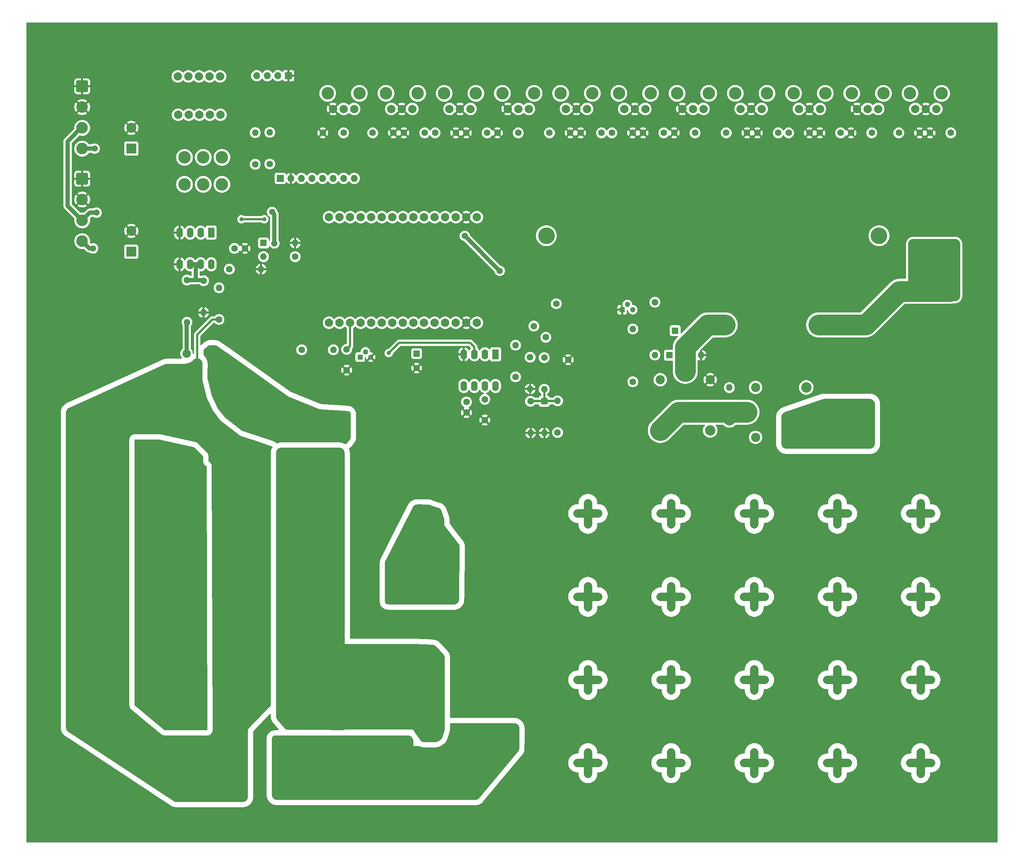
<source format=gbr>
%TF.GenerationSoftware,KiCad,Pcbnew,8.0.8*%
%TF.CreationDate,2025-05-01T12:20:28+01:00*%
%TF.ProjectId,HVPSController,48565053-436f-46e7-9472-6f6c6c65722e,rev?*%
%TF.SameCoordinates,Original*%
%TF.FileFunction,Copper,L2,Bot*%
%TF.FilePolarity,Positive*%
%FSLAX46Y46*%
G04 Gerber Fmt 4.6, Leading zero omitted, Abs format (unit mm)*
G04 Created by KiCad (PCBNEW 8.0.8) date 2025-05-01 12:20:28*
%MOMM*%
%LPD*%
G01*
G04 APERTURE LIST*
G04 Aperture macros list*
%AMRoundRect*
0 Rectangle with rounded corners*
0 $1 Rounding radius*
0 $2 $3 $4 $5 $6 $7 $8 $9 X,Y pos of 4 corners*
0 Add a 4 corners polygon primitive as box body*
4,1,4,$2,$3,$4,$5,$6,$7,$8,$9,$2,$3,0*
0 Add four circle primitives for the rounded corners*
1,1,$1+$1,$2,$3*
1,1,$1+$1,$4,$5*
1,1,$1+$1,$6,$7*
1,1,$1+$1,$8,$9*
0 Add four rect primitives between the rounded corners*
20,1,$1+$1,$2,$3,$4,$5,0*
20,1,$1+$1,$4,$5,$6,$7,0*
20,1,$1+$1,$6,$7,$8,$9,0*
20,1,$1+$1,$8,$9,$2,$3,0*%
%AMHorizOval*
0 Thick line with rounded ends*
0 $1 width*
0 $2 $3 position (X,Y) of the first rounded end (center of the circle)*
0 $4 $5 position (X,Y) of the second rounded end (center of the circle)*
0 Add line between two ends*
20,1,$1,$2,$3,$4,$5,0*
0 Add two circle primitives to create the rounded ends*
1,1,$1,$2,$3*
1,1,$1,$4,$5*%
G04 Aperture macros list end*
%TA.AperFunction,ComponentPad*%
%ADD10R,1.524000X1.524000*%
%TD*%
%TA.AperFunction,ComponentPad*%
%ADD11C,1.524000*%
%TD*%
%TA.AperFunction,ComponentPad*%
%ADD12R,2.400000X2.400000*%
%TD*%
%TA.AperFunction,ComponentPad*%
%ADD13C,2.400000*%
%TD*%
%TA.AperFunction,ComponentPad*%
%ADD14R,1.700000X1.700000*%
%TD*%
%TA.AperFunction,ComponentPad*%
%ADD15O,1.700000X1.700000*%
%TD*%
%TA.AperFunction,WasherPad*%
%ADD16C,3.000000*%
%TD*%
%TA.AperFunction,ComponentPad*%
%ADD17C,2.000000*%
%TD*%
%TA.AperFunction,ComponentPad*%
%ADD18C,3.000000*%
%TD*%
%TA.AperFunction,ComponentPad*%
%ADD19C,1.600000*%
%TD*%
%TA.AperFunction,ComponentPad*%
%ADD20O,1.600000X1.600000*%
%TD*%
%TA.AperFunction,ComponentPad*%
%ADD21R,2.200000X2.200000*%
%TD*%
%TA.AperFunction,ComponentPad*%
%ADD22C,2.200000*%
%TD*%
%TA.AperFunction,ComponentPad*%
%ADD23C,7.500000*%
%TD*%
%TA.AperFunction,ComponentPad*%
%ADD24C,5.000000*%
%TD*%
%TA.AperFunction,ComponentPad*%
%ADD25C,2.500000*%
%TD*%
%TA.AperFunction,ComponentPad*%
%ADD26RoundRect,0.250001X-1.149999X1.149999X-1.149999X-1.149999X1.149999X-1.149999X1.149999X1.149999X0*%
%TD*%
%TA.AperFunction,ComponentPad*%
%ADD27C,2.800000*%
%TD*%
%TA.AperFunction,ComponentPad*%
%ADD28R,1.600000X1.600000*%
%TD*%
%TA.AperFunction,ComponentPad*%
%ADD29C,3.500000*%
%TD*%
%TA.AperFunction,ComponentPad*%
%ADD30R,1.300000X1.300000*%
%TD*%
%TA.AperFunction,ComponentPad*%
%ADD31C,1.300000*%
%TD*%
%TA.AperFunction,ComponentPad*%
%ADD32C,4.000000*%
%TD*%
%TA.AperFunction,ComponentPad*%
%ADD33C,6.100000*%
%TD*%
%TA.AperFunction,ComponentPad*%
%ADD34R,1.600000X2.400000*%
%TD*%
%TA.AperFunction,ComponentPad*%
%ADD35O,1.600000X2.400000*%
%TD*%
%TA.AperFunction,ComponentPad*%
%ADD36HorizOval,1.600000X0.000000X0.000000X0.000000X0.000000X0*%
%TD*%
%TA.AperFunction,ComponentPad*%
%ADD37HorizOval,1.600000X0.000000X0.000000X0.000000X0.000000X0*%
%TD*%
%TA.AperFunction,ViaPad*%
%ADD38C,1.500000*%
%TD*%
%TA.AperFunction,ViaPad*%
%ADD39C,1.200000*%
%TD*%
%TA.AperFunction,ViaPad*%
%ADD40C,1.000000*%
%TD*%
%TA.AperFunction,Conductor*%
%ADD41C,1.000000*%
%TD*%
%TA.AperFunction,Conductor*%
%ADD42C,0.500000*%
%TD*%
%TA.AperFunction,Conductor*%
%ADD43C,4.000000*%
%TD*%
%TA.AperFunction,Conductor*%
%ADD44C,3.000000*%
%TD*%
%TA.AperFunction,Conductor*%
%ADD45C,5.000000*%
%TD*%
%TA.AperFunction,Conductor*%
%ADD46C,2.000000*%
%TD*%
%TA.AperFunction,Conductor*%
%ADD47C,0.200000*%
%TD*%
%TA.AperFunction,Conductor*%
%ADD48C,2.500000*%
%TD*%
G04 APERTURE END LIST*
D10*
%TO.P,C25,1*%
%TO.N,+3V3*%
X116800000Y-120100000D03*
D11*
%TO.P,C25,2*%
%TO.N,Earth*%
X116800000Y-123600000D03*
%TD*%
D12*
%TO.P,C3,1*%
%TO.N,+10V*%
X48200000Y-95600000D03*
D13*
%TO.P,C3,2*%
%TO.N,Earth*%
X48200000Y-90600000D03*
%TD*%
D12*
%TO.P,C2,1*%
%TO.N,+3V3*%
X48200000Y-70800000D03*
D13*
%TO.P,C2,2*%
%TO.N,Earth*%
X48200000Y-65800000D03*
%TD*%
D14*
%TO.P,J1,1,Pin_1*%
%TO.N,Earth*%
X86000000Y-53250000D03*
D15*
%TO.P,J1,2,Pin_2*%
%TO.N,+3V3*%
X83460000Y-53250000D03*
%TO.P,J1,3,Pin_3*%
%TO.N,Net-(J1-Pin_3)*%
X80920000Y-53250000D03*
%TO.P,J1,4,Pin_4*%
%TO.N,Net-(J1-Pin_4)*%
X78380000Y-53250000D03*
%TD*%
D16*
%TO.P,OT1,*%
%TO.N,*%
X103060000Y-57500000D03*
X95440000Y-57500000D03*
D17*
%TO.P,OT1,1,GND*%
%TO.N,Earth*%
X96710000Y-61250000D03*
%TO.P,OT1,2,Vcc*%
%TO.N,+3V3*%
X99250000Y-61250000D03*
%TO.P,OT1,3,Vin*%
%TO.N,Net-(OT1-Vin)*%
X101790000Y-61250000D03*
%TD*%
D16*
%TO.P,OR2,*%
%TO.N,*%
X131060000Y-57500000D03*
X123440000Y-57500000D03*
D17*
%TO.P,OR2,1,Vout*%
%TO.N,Net-(OR2-Vout)*%
X124710000Y-61250000D03*
%TO.P,OR2,2,GND*%
%TO.N,Earth*%
X127250000Y-61250000D03*
%TO.P,OR2,3,Vcc*%
%TO.N,+3V3*%
X129790000Y-61250000D03*
%TD*%
D18*
%TO.P,C51,1*%
%TO.N,Net-(D1-A)*%
X96737436Y-172050000D03*
%TO.P,C51,2*%
%TO.N,Net-(J4-Pin_1)*%
X69237436Y-172050000D03*
%TD*%
D19*
%TO.P,R17,1*%
%TO.N,Net-(D6-K)*%
X174100000Y-107750000D03*
D20*
%TO.P,R17,2*%
%TO.N,Net-(D5-K)*%
X174100000Y-120450000D03*
%TD*%
D21*
%TO.P,C23,1*%
%TO.N,Net-(D1-K)*%
X218000000Y-158600000D03*
D22*
%TO.P,C23,2*%
%TO.N,Earth*%
X218000000Y-151100000D03*
%TD*%
D16*
%TO.P,OR7,*%
%TO.N,*%
X243060000Y-57500000D03*
X235440000Y-57500000D03*
D17*
%TO.P,OR7,1,Vout*%
%TO.N,Net-(OR7-Vout)*%
X236710000Y-61250000D03*
%TO.P,OR7,2,GND*%
%TO.N,Earth*%
X239250000Y-61250000D03*
%TO.P,OR7,3,Vcc*%
%TO.N,+3V3*%
X241790000Y-61250000D03*
%TD*%
D21*
%TO.P,C43,1*%
%TO.N,Net-(D1-K)*%
X218000000Y-218600000D03*
D22*
%TO.P,C43,2*%
%TO.N,Earth*%
X218000000Y-211100000D03*
%TD*%
D19*
%TO.P,R11,1*%
%TO.N,Net-(U2-VOUT)*%
X140600000Y-125710000D03*
D20*
%TO.P,R11,2*%
%TO.N,Net-(U2-VIN-)*%
X140600000Y-118090000D03*
%TD*%
D23*
%TO.P,J15,1,Pin_1*%
%TO.N,Earth*%
X160500000Y-134300000D03*
%TD*%
D18*
%TO.P,S1,1*%
%TO.N,Net-(J9-Pin_1)*%
X61000000Y-72900000D03*
%TO.P,S1,2*%
%TO.N,Net-(J10-Pin_1)*%
X65500000Y-72900000D03*
%TO.P,S1,3*%
%TO.N,unconnected-(S1-Pad3)*%
X70000000Y-72900000D03*
%TO.P,S1,4*%
%TO.N,unconnected-(S1-Pad4)*%
X61000000Y-79400000D03*
%TO.P,S1,5*%
%TO.N,+3V3*%
X65500000Y-79400000D03*
%TO.P,S1,6*%
%TO.N,Net-(X1-3V3)*%
X70000000Y-79400000D03*
%TD*%
D17*
%TO.P,U4,1,G*%
%TO.N,Net-(U4-G)*%
X61500000Y-120100000D03*
%TO.P,U4,2,D*%
%TO.N,Net-(J4-Pin_1)*%
X64040000Y-122600000D03*
%TO.P,U4,3,S*%
%TO.N,Net-(U2-VIN+)*%
X66580000Y-120100000D03*
%TD*%
D19*
%TO.P,R15,1*%
%TO.N,+3V3*%
X89180000Y-119200000D03*
D20*
%TO.P,R15,2*%
%TO.N,Net-(U3-Cathode)*%
X96800000Y-119200000D03*
%TD*%
D24*
%TO.P,H2,1,Pin_1*%
%TO.N,Net-(D1-K)*%
X136600000Y-215000000D03*
X111200000Y-215000000D03*
%TD*%
D16*
%TO.P,OR4,*%
%TO.N,*%
X173060000Y-57500000D03*
X165440000Y-57500000D03*
D17*
%TO.P,OR4,1,Vout*%
%TO.N,Net-(OR4-Vout)*%
X166710000Y-61250000D03*
%TO.P,OR4,2,GND*%
%TO.N,Earth*%
X169250000Y-61250000D03*
%TO.P,OR4,3,Vcc*%
%TO.N,+3V3*%
X171790000Y-61250000D03*
%TD*%
D19*
%TO.P,C6,1*%
%TO.N,Net-(OR1-Vout)*%
X106250000Y-67000000D03*
%TO.P,C6,2*%
%TO.N,Earth*%
X111250000Y-67000000D03*
%TD*%
D21*
%TO.P,C29,1*%
%TO.N,Net-(D1-K)*%
X238000000Y-158600000D03*
D22*
%TO.P,C29,2*%
%TO.N,Earth*%
X238000000Y-151100000D03*
%TD*%
D25*
%TO.P,J3,1,Pin_1*%
%TO.N,Net-(D1-K)*%
X84670000Y-215690000D03*
X84670000Y-223310000D03*
X87210000Y-215690000D03*
X87210000Y-223310000D03*
X89750000Y-215690000D03*
X89750000Y-223310000D03*
X92290000Y-215690000D03*
X92290000Y-223310000D03*
X94830000Y-215690000D03*
X94830000Y-223310000D03*
%TD*%
D21*
%TO.P,C44,1*%
%TO.N,Net-(D1-K)*%
X238000000Y-218600000D03*
D22*
%TO.P,C44,2*%
%TO.N,Earth*%
X238000000Y-211100000D03*
%TD*%
D21*
%TO.P,C31,1*%
%TO.N,Net-(D1-K)*%
X178000000Y-198600000D03*
D22*
%TO.P,C31,2*%
%TO.N,Earth*%
X178000000Y-191100000D03*
%TD*%
D19*
%TO.P,R8,1*%
%TO.N,Net-(D3-Pad1)*%
X144200000Y-131590000D03*
D20*
%TO.P,R8,2*%
%TO.N,Earth*%
X144200000Y-139210000D03*
%TD*%
D26*
%TO.P,J7,1,Pin_1*%
%TO.N,Earth*%
X36400000Y-55800000D03*
D27*
%TO.P,J7,2,Pin_2*%
X36400000Y-60800000D03*
%TO.P,J7,3,Pin_3*%
%TO.N,Net-(D4-K)*%
X36400000Y-65800000D03*
%TO.P,J7,4,Pin_4*%
%TO.N,+3V3*%
X36400000Y-70800000D03*
%TD*%
D19*
%TO.P,C1,1*%
%TO.N,Earth*%
X75540000Y-94800000D03*
%TO.P,C1,2*%
%TO.N,+10V*%
X73000000Y-94800000D03*
%TD*%
%TO.P,C8,1*%
%TO.N,+3V3*%
X133750000Y-67000000D03*
%TO.P,C8,2*%
%TO.N,Earth*%
X128750000Y-67000000D03*
%TD*%
D18*
%TO.P,F1,1*%
%TO.N,Net-(J5-Pin_1)*%
X213460000Y-113200000D03*
%TO.P,F1,2*%
%TO.N,Net-(D6-A)*%
X191000000Y-113200000D03*
%TD*%
D19*
%TO.P,C16,1*%
%TO.N,+3V3*%
X203750000Y-67000000D03*
%TO.P,C16,2*%
%TO.N,Earth*%
X198750000Y-67000000D03*
%TD*%
D25*
%TO.P,J5,1,Pin_1*%
%TO.N,Net-(J5-Pin_1)*%
X237380000Y-105120000D03*
X245000000Y-105120000D03*
X237380000Y-102580000D03*
X245000000Y-102580000D03*
X237380000Y-100040000D03*
X245000000Y-100040000D03*
X237380000Y-97500000D03*
X245000000Y-97500000D03*
X237380000Y-94960000D03*
X245000000Y-94960000D03*
%TD*%
D19*
%TO.P,R7,1*%
%TO.N,Net-(D1-K)*%
X150700000Y-139110000D03*
D20*
%TO.P,R7,2*%
%TO.N,Net-(D3-Pad1)*%
X150700000Y-131490000D03*
%TD*%
D21*
%TO.P,C34,1*%
%TO.N,Net-(D1-K)*%
X238000000Y-198600000D03*
D22*
%TO.P,C34,2*%
%TO.N,Earth*%
X238000000Y-191100000D03*
%TD*%
D19*
%TO.P,C19,1*%
%TO.N,+3V3*%
X133215000Y-131100000D03*
%TO.P,C19,2*%
%TO.N,Earth*%
X133215000Y-136100000D03*
%TD*%
%TO.P,C45,1*%
%TO.N,Net-(OR7-Vout)*%
X232750000Y-67000000D03*
%TO.P,C45,2*%
%TO.N,Earth*%
X237750000Y-67000000D03*
%TD*%
%TO.P,C17,1*%
%TO.N,Net-(OR6-Vout)*%
X206250000Y-67000000D03*
%TO.P,C17,2*%
%TO.N,Earth*%
X211250000Y-67000000D03*
%TD*%
D21*
%TO.P,C20,1*%
%TO.N,Net-(D1-K)*%
X158000000Y-158600000D03*
D22*
%TO.P,C20,2*%
%TO.N,Earth*%
X158000000Y-151100000D03*
%TD*%
D19*
%TO.P,R1,1*%
%TO.N,Net-(R1-Pad1)*%
X61600000Y-102420000D03*
D20*
%TO.P,R1,2*%
%TO.N,Net-(U4-G)*%
X61600000Y-112580000D03*
%TD*%
D21*
%TO.P,C30,1*%
%TO.N,Net-(D1-K)*%
X158000000Y-198600000D03*
D22*
%TO.P,C30,2*%
%TO.N,Earth*%
X158000000Y-191100000D03*
%TD*%
D28*
%TO.P,D6,1,K*%
%TO.N,Net-(D6-K)*%
X178980000Y-114600000D03*
D20*
%TO.P,D6,2,A*%
%TO.N,Net-(D6-A)*%
X186600000Y-114600000D03*
%TD*%
D21*
%TO.P,C37,1*%
%TO.N,Net-(D1-K)*%
X198000000Y-178600000D03*
D22*
%TO.P,C37,2*%
%TO.N,Earth*%
X198000000Y-171100000D03*
%TD*%
%TO.P,U7,1*%
%TO.N,Earth*%
X187400000Y-126400000D03*
D25*
%TO.P,U7,2*%
%TO.N,Net-(D6-A)*%
X181400000Y-124400000D03*
D22*
%TO.P,U7,3*%
%TO.N,Net-(D5-K)*%
X175400000Y-126400000D03*
D25*
%TO.P,U7,4*%
%TO.N,Net-(D4-K)*%
X175400000Y-138600000D03*
%TO.P,U7,5*%
%TO.N,unconnected-(U7-Pad5)*%
X187400000Y-138600000D03*
%TD*%
D21*
%TO.P,C41,1*%
%TO.N,Net-(D1-K)*%
X178000000Y-218600000D03*
D22*
%TO.P,C41,2*%
%TO.N,Earth*%
X178000000Y-211100000D03*
%TD*%
D23*
%TO.P,J12,1,Pin_1*%
%TO.N,Earth*%
X29500000Y-231000000D03*
%TD*%
D29*
%TO.P,D8,1,K*%
%TO.N,Net-(D8-K)*%
X121400000Y-159300000D03*
%TO.P,D8,2,A*%
%TO.N,Earth*%
X126400000Y-159300000D03*
%TD*%
D30*
%TO.P,U3,1,NC*%
%TO.N,unconnected-(U3-NC-Pad1)*%
X103220000Y-120960000D03*
D31*
%TO.P,U3,2,Cathode*%
%TO.N,Net-(U3-Cathode)*%
X104490000Y-119690000D03*
%TO.P,U3,3,Anode*%
%TO.N,Earth*%
X105760000Y-120960000D03*
%TD*%
D19*
%TO.P,C11,1*%
%TO.N,+3V3*%
X161250000Y-67000000D03*
%TO.P,C11,2*%
%TO.N,Earth*%
X156250000Y-67000000D03*
%TD*%
D25*
%TO.P,J6,1,Pin_1*%
%TO.N,Earth*%
X237380000Y-86370000D03*
X245000000Y-86370000D03*
X237380000Y-83830000D03*
X245000000Y-83830000D03*
X237380000Y-81290000D03*
X245000000Y-81290000D03*
X237380000Y-78750000D03*
X245000000Y-78750000D03*
X237380000Y-76210000D03*
X245000000Y-76210000D03*
%TD*%
D21*
%TO.P,C36,1*%
%TO.N,Net-(D1-K)*%
X178000000Y-178600000D03*
D22*
%TO.P,C36,2*%
%TO.N,Earth*%
X178000000Y-171100000D03*
%TD*%
D28*
%TO.P,D5,1,K*%
%TO.N,Net-(D5-K)*%
X177590000Y-120500000D03*
D20*
%TO.P,D5,2,A*%
%TO.N,Earth*%
X185210000Y-120500000D03*
%TD*%
D14*
%TO.P,J2,1,Pin_1*%
%TO.N,+3V3*%
X84025000Y-77950000D03*
D15*
%TO.P,J2,2,Pin_2*%
%TO.N,Earth*%
X86565000Y-77950000D03*
%TO.P,J2,3,Pin_3*%
%TO.N,Net-(J1-Pin_4)*%
X89105000Y-77950000D03*
%TO.P,J2,4,Pin_4*%
%TO.N,Net-(J1-Pin_3)*%
X91645000Y-77950000D03*
%TO.P,J2,5,Pin_5*%
%TO.N,unconnected-(J2-Pin_5-Pad5)*%
X94185000Y-77950000D03*
%TO.P,J2,6,Pin_6*%
%TO.N,unconnected-(J2-Pin_6-Pad6)*%
X96725000Y-77950000D03*
%TO.P,J2,7,Pin_7*%
%TO.N,unconnected-(J2-Pin_7-Pad7)*%
X99265000Y-77950000D03*
%TO.P,J2,8,Pin_8*%
%TO.N,unconnected-(J2-Pin_8-Pad8)*%
X101805000Y-77950000D03*
%TD*%
D19*
%TO.P,C27,1*%
%TO.N,+3V3*%
X226250000Y-67000000D03*
%TO.P,C27,2*%
%TO.N,Earth*%
X221250000Y-67000000D03*
%TD*%
D23*
%TO.P,J11,1,Pin_1*%
%TO.N,Earth*%
X29500000Y-47500000D03*
%TD*%
D16*
%TO.P,OR6,*%
%TO.N,*%
X215060000Y-57500000D03*
X207440000Y-57500000D03*
D17*
%TO.P,OR6,1,Vout*%
%TO.N,Net-(OR6-Vout)*%
X208710000Y-61250000D03*
%TO.P,OR6,2,GND*%
%TO.N,Earth*%
X211250000Y-61250000D03*
%TO.P,OR6,3,Vcc*%
%TO.N,+3V3*%
X213790000Y-61250000D03*
%TD*%
D19*
%TO.P,C5,1*%
%TO.N,+3V3*%
X118750000Y-67000000D03*
%TO.P,C5,2*%
%TO.N,Earth*%
X113750000Y-67000000D03*
%TD*%
D18*
%TO.P,C50,1*%
%TO.N,Net-(D1-A)*%
X96737436Y-198150000D03*
%TO.P,C50,2*%
%TO.N,Net-(J4-Pin_1)*%
X69237436Y-198150000D03*
%TD*%
D23*
%TO.P,J13,1,Pin_1*%
%TO.N,Earth*%
X250000000Y-231000000D03*
%TD*%
D21*
%TO.P,C32,1*%
%TO.N,Net-(D1-K)*%
X198000000Y-198600000D03*
D22*
%TO.P,C32,2*%
%TO.N,Earth*%
X198000000Y-191100000D03*
%TD*%
D16*
%TO.P,OT2,*%
%TO.N,*%
X145060000Y-57500000D03*
X137440000Y-57500000D03*
D17*
%TO.P,OT2,1,GND*%
%TO.N,Earth*%
X138710000Y-61250000D03*
%TO.P,OT2,2,Vcc*%
%TO.N,+3V3*%
X141250000Y-61250000D03*
%TO.P,OT2,3,Vin*%
%TO.N,Net-(OT2-Vin)*%
X143790000Y-61250000D03*
%TD*%
D21*
%TO.P,C35,1*%
%TO.N,Net-(D1-K)*%
X158000000Y-178600000D03*
D22*
%TO.P,C35,2*%
%TO.N,Earth*%
X158000000Y-171100000D03*
%TD*%
D20*
%TO.P,R3,2*%
%TO.N,Earth*%
X79410000Y-99800000D03*
D19*
%TO.P,R3,1*%
%TO.N,Net-(D2-Pad1)*%
X71790000Y-99800000D03*
%TD*%
D21*
%TO.P,C21,1*%
%TO.N,Net-(D1-K)*%
X178000000Y-158600000D03*
D22*
%TO.P,C21,2*%
%TO.N,Earth*%
X178000000Y-151100000D03*
%TD*%
D18*
%TO.P,C49,1*%
%TO.N,Net-(D1-A)*%
X62737436Y-198250000D03*
%TO.P,C49,2*%
%TO.N,Net-(J4-Pin_1)*%
X35237436Y-198250000D03*
%TD*%
D32*
%TO.P,R4,1*%
%TO.N,Net-(D4-K)*%
X148000000Y-91750000D03*
%TO.P,R4,2*%
%TO.N,Net-(L1-Pad1)*%
X228000000Y-91750000D03*
D33*
%TO.P,R4,3,C1*%
%TO.N,Earth*%
X210250000Y-91750000D03*
%TO.P,R4,4,C2*%
X165750000Y-91750000D03*
%TD*%
D19*
%TO.P,C9,1*%
%TO.N,+3V3*%
X141250000Y-67000000D03*
%TO.P,C9,2*%
%TO.N,Earth*%
X136250000Y-67000000D03*
%TD*%
D21*
%TO.P,C39,1*%
%TO.N,Net-(D1-K)*%
X238000000Y-178600000D03*
D22*
%TO.P,C39,2*%
%TO.N,Earth*%
X238000000Y-171100000D03*
%TD*%
D29*
%TO.P,D1,1,K*%
%TO.N,Net-(D1-K)*%
X126400000Y-211675000D03*
%TO.P,D1,2,A*%
%TO.N,Net-(D1-A)*%
X121400000Y-211675000D03*
%TD*%
D17*
%TO.P,J9,5,Pin_5*%
%TO.N,Net-(J10-Pin_5)*%
X59480000Y-62650000D03*
%TO.P,J9,4,Pin_4*%
%TO.N,Net-(J10-Pin_4)*%
X62020000Y-62650000D03*
%TO.P,J9,3,Pin_3*%
%TO.N,Net-(J10-Pin_3)*%
X64560000Y-62650000D03*
%TO.P,J9,2,Pin_2*%
%TO.N,Net-(J10-Pin_2)*%
X67100000Y-62650000D03*
%TO.P,J9,1,Pin_1*%
%TO.N,Net-(J9-Pin_1)*%
X69640000Y-62650000D03*
%TD*%
D21*
%TO.P,C38,1*%
%TO.N,Net-(D1-K)*%
X218000000Y-178600000D03*
D22*
%TO.P,C38,2*%
%TO.N,Earth*%
X218000000Y-171100000D03*
%TD*%
D30*
%TO.P,U5,1,S*%
%TO.N,Earth*%
X166230000Y-109560000D03*
D31*
%TO.P,U5,2,G*%
%TO.N,Net-(U5-G)*%
X167500000Y-108290000D03*
%TO.P,U5,3,D*%
%TO.N,Net-(U5-D)*%
X168770000Y-109560000D03*
%TD*%
D18*
%TO.P,C47,1*%
%TO.N,Net-(D1-A)*%
X62737436Y-146050000D03*
%TO.P,C47,2*%
%TO.N,Net-(J4-Pin_1)*%
X35237436Y-146050000D03*
%TD*%
D19*
%TO.P,R10,1*%
%TO.N,Net-(U2-VIN-)*%
X144100000Y-120990000D03*
D20*
%TO.P,R10,2*%
%TO.N,Earth*%
X144100000Y-128610000D03*
%TD*%
D17*
%TO.P,X1,1,EN*%
%TO.N,unconnected-(X1-EN-Pad1)*%
X95750000Y-112700000D03*
%TO.P,X1,2,VP_a1i*%
%TO.N,Net-(X1-VP_a1i)*%
X98290000Y-112700000D03*
%TO.P,X1,3,VN_a1i*%
%TO.N,Net-(U3-Cathode)*%
X100830000Y-112700000D03*
%TO.P,X1,4,D34_a1i*%
%TO.N,Net-(U2-VOUT)*%
X103370000Y-112700000D03*
%TO.P,X1,5,D35_a1i*%
%TO.N,Net-(X1-D35_a1i)*%
X105910000Y-112700000D03*
%TO.P,X1,6,D32_a1io*%
%TO.N,Net-(OR4-Vout)*%
X108450000Y-112700000D03*
%TO.P,X1,7,D33_a1io*%
%TO.N,Net-(OT3-Vin)*%
X110990000Y-112700000D03*
%TO.P,X1,8,D25_a2io*%
%TO.N,Net-(OR5-Vout)*%
X113530000Y-112700000D03*
%TO.P,X1,9,D26_a2io*%
%TO.N,Net-(OR6-Vout)*%
X116070000Y-112700000D03*
%TO.P,X1,10,D27_a2io*%
%TO.N,Net-(OT4-Vin)*%
X118610000Y-112700000D03*
%TO.P,X1,11,D14_a2io*%
%TO.N,Net-(OR7-Vout)*%
X121150000Y-112700000D03*
%TO.P,X1,12,D12_x*%
%TO.N,unconnected-(X1-D12_x-Pad12)*%
X123690000Y-112700000D03*
%TO.P,X1,13,D13_a2io*%
%TO.N,Net-(X1-D13_a2io)*%
X126230000Y-112700000D03*
%TO.P,X1,14,GND*%
%TO.N,Earth*%
X128770000Y-112700000D03*
%TO.P,X1,15,VIN*%
%TO.N,unconnected-(X1-VIN-Pad15)*%
X131310000Y-112700000D03*
%TO.P,X1,16,3V3*%
%TO.N,Net-(X1-3V3)*%
X131310000Y-87300000D03*
%TO.P,X1,17,GND*%
%TO.N,Earth*%
X128770000Y-87300000D03*
%TO.P,X1,18,D15_x*%
%TO.N,unconnected-(X1-D15_x-Pad18)*%
X126230000Y-87300000D03*
%TO.P,X1,19,D2_x*%
%TO.N,unconnected-(X1-D2_x-Pad19)*%
X123690000Y-87300000D03*
%TO.P,X1,20,D4_a2io*%
%TO.N,Net-(OR3-Vout)*%
X121150000Y-87300000D03*
%TO.P,X1,21,RX2_io!*%
%TO.N,unconnected-(X1-RX2_io!-Pad21)*%
X118610000Y-87300000D03*
%TO.P,X1,22,TX2_io*%
%TO.N,Net-(OT2-Vin)*%
X116070000Y-87300000D03*
%TO.P,X1,23,D5_a2io*%
%TO.N,Net-(OR2-Vout)*%
X113530000Y-87300000D03*
%TO.P,X1,24,D18_io*%
%TO.N,Net-(OR1-Vout)*%
X110990000Y-87300000D03*
%TO.P,X1,25,D19_io*%
%TO.N,Net-(OT1-Vin)*%
X108450000Y-87300000D03*
%TO.P,X1,26,D21_io*%
%TO.N,Net-(J1-Pin_3)*%
X105910000Y-87300000D03*
%TO.P,X1,27,RX0_x*%
%TO.N,unconnected-(X1-RX0_x-Pad27)*%
X103370000Y-87300000D03*
%TO.P,X1,28,TX0_x*%
%TO.N,unconnected-(X1-TX0_x-Pad28)*%
X100830000Y-87300000D03*
%TO.P,X1,29,D22_io*%
%TO.N,Net-(J1-Pin_4)*%
X98290000Y-87300000D03*
%TO.P,X1,30,D23_io*%
%TO.N,Net-(U1-IN)*%
X95750000Y-87300000D03*
%TD*%
%TO.P,J10,1,Pin_1*%
%TO.N,Net-(J10-Pin_1)*%
X69560000Y-53400000D03*
%TO.P,J10,2,Pin_2*%
%TO.N,Net-(J10-Pin_2)*%
X67020000Y-53400000D03*
%TO.P,J10,3,Pin_3*%
%TO.N,Net-(J10-Pin_3)*%
X64480000Y-53400000D03*
%TO.P,J10,4,Pin_4*%
%TO.N,Net-(J10-Pin_4)*%
X61940000Y-53400000D03*
%TO.P,J10,5,Pin_5*%
%TO.N,Net-(J10-Pin_5)*%
X59400000Y-53400000D03*
%TD*%
D19*
%TO.P,R5,1*%
%TO.N,Net-(D4-A)*%
X168800000Y-126900000D03*
D20*
%TO.P,R5,2*%
%TO.N,Net-(U5-D)*%
X168800000Y-114200000D03*
%TD*%
D21*
%TO.P,C22,1*%
%TO.N,Net-(D1-K)*%
X198000000Y-158600000D03*
D22*
%TO.P,C22,2*%
%TO.N,Earth*%
X198000000Y-151100000D03*
%TD*%
D21*
%TO.P,C40,1*%
%TO.N,Net-(D1-K)*%
X158000000Y-218600000D03*
D22*
%TO.P,C40,2*%
%TO.N,Earth*%
X158000000Y-211100000D03*
%TD*%
D34*
%TO.P,U2,1,NC*%
%TO.N,unconnected-(U2-NC-Pad1)*%
X135780000Y-120280000D03*
D35*
%TO.P,U2,2,VIN-*%
%TO.N,Net-(U2-VIN-)*%
X133240000Y-120280000D03*
%TO.P,U2,3,VIN+*%
%TO.N,Net-(U2-VIN+)*%
X130700000Y-120280000D03*
%TO.P,U2,4,VSS*%
%TO.N,Earth*%
X128160000Y-120280000D03*
%TO.P,U2,5,NC*%
%TO.N,unconnected-(U2-NC-Pad5)*%
X128160000Y-127900000D03*
%TO.P,U2,6,VOUT*%
%TO.N,Net-(U2-VOUT)*%
X130700000Y-127900000D03*
%TO.P,U2,7,VDD*%
%TO.N,+3V3*%
X133240000Y-127900000D03*
%TO.P,U2,8,NC*%
%TO.N,unconnected-(U2-NC-Pad8)*%
X135780000Y-127900000D03*
%TD*%
D19*
%TO.P,R19,1*%
%TO.N,+3V3*%
X78000000Y-74560000D03*
D20*
%TO.P,R19,2*%
%TO.N,Net-(J1-Pin_4)*%
X78000000Y-66940000D03*
%TD*%
D19*
%TO.P,R16,1*%
%TO.N,Net-(X1-D13_a2io)*%
X145000000Y-113500000D03*
D36*
%TO.P,R16,2*%
%TO.N,Net-(U5-G)*%
X150388154Y-108111846D03*
%TD*%
D19*
%TO.P,R18,1*%
%TO.N,+3V3*%
X81500000Y-74500000D03*
D20*
%TO.P,R18,2*%
%TO.N,Net-(J1-Pin_3)*%
X81500000Y-66880000D03*
%TD*%
D24*
%TO.P,H1,1,Pin_1*%
%TO.N,Earth*%
X111200000Y-155600000D03*
X136600000Y-155600000D03*
%TD*%
D19*
%TO.P,C13,1*%
%TO.N,+3V3*%
X176250000Y-67000000D03*
%TO.P,C13,2*%
%TO.N,Earth*%
X171250000Y-67000000D03*
%TD*%
D16*
%TO.P,OR1,*%
%TO.N,*%
X117060000Y-57500000D03*
X109440000Y-57500000D03*
D17*
%TO.P,OR1,1,Vout*%
%TO.N,Net-(OR1-Vout)*%
X110710000Y-61250000D03*
%TO.P,OR1,2,GND*%
%TO.N,Earth*%
X113250000Y-61250000D03*
%TO.P,OR1,3,Vcc*%
%TO.N,+3V3*%
X115790000Y-61250000D03*
%TD*%
D19*
%TO.P,C4,1*%
%TO.N,+3V3*%
X99250000Y-67000000D03*
%TO.P,C4,2*%
%TO.N,Earth*%
X94250000Y-67000000D03*
%TD*%
%TO.P,R13,1*%
%TO.N,Net-(X1-VP_a1i)*%
X87610000Y-96800000D03*
D20*
%TO.P,R13,2*%
%TO.N,Net-(D2-Pad1)*%
X79990000Y-96800000D03*
%TD*%
D25*
%TO.P,J4,1,Pin_1*%
%TO.N,Net-(J4-Pin_1)*%
X61250000Y-215690000D03*
X61250000Y-223310000D03*
X63790000Y-215690000D03*
X63790000Y-223310000D03*
X66330000Y-215690000D03*
X66330000Y-223310000D03*
X68870000Y-215690000D03*
X68870000Y-223310000D03*
X71410000Y-215690000D03*
X71410000Y-223310000D03*
%TD*%
D19*
%TO.P,C7,1*%
%TO.N,Net-(OR2-Vout)*%
X121250000Y-67000000D03*
%TO.P,C7,2*%
%TO.N,Earth*%
X126250000Y-67000000D03*
%TD*%
D18*
%TO.P,C48,1*%
%TO.N,Net-(D1-A)*%
X62737436Y-172150000D03*
%TO.P,C48,2*%
%TO.N,Net-(J4-Pin_1)*%
X35237436Y-172150000D03*
%TD*%
D19*
%TO.P,R2,1*%
%TO.N,Net-(J4-Pin_1)*%
X69300000Y-111910000D03*
D20*
%TO.P,R2,2*%
%TO.N,Net-(D2-Pad1)*%
X69300000Y-104290000D03*
%TD*%
D34*
%TO.P,U1,1,VDD*%
%TO.N,+10V*%
X67410000Y-91000000D03*
D35*
%TO.P,U1,2,IN*%
%TO.N,Net-(U1-IN)*%
X64870000Y-91000000D03*
%TO.P,U1,3,NC*%
%TO.N,unconnected-(U1-NC-Pad3)*%
X62330000Y-91000000D03*
%TO.P,U1,4,GND*%
%TO.N,Earth*%
X59790000Y-91000000D03*
%TO.P,U1,5,GND*%
X59790000Y-98620000D03*
%TO.P,U1,6,OUT*%
%TO.N,Net-(R1-Pad1)*%
X62330000Y-98620000D03*
%TO.P,U1,7,OUT*%
X64870000Y-98620000D03*
%TO.P,U1,8,VDD*%
%TO.N,+10V*%
X67410000Y-98620000D03*
%TD*%
D19*
%TO.P,C24,1*%
%TO.N,Net-(U3-Cathode)*%
X99990000Y-119100000D03*
%TO.P,C24,2*%
%TO.N,Earth*%
X99990000Y-124100000D03*
%TD*%
%TO.P,C15,1*%
%TO.N,Net-(OR5-Vout)*%
X191250000Y-67000000D03*
%TO.P,C15,2*%
%TO.N,Earth*%
X196250000Y-67000000D03*
%TD*%
%TO.P,R6,1*%
%TO.N,Net-(X1-D13_a2io)*%
X147880000Y-116190000D03*
D37*
%TO.P,R6,2*%
%TO.N,Earth*%
X153268154Y-121578154D03*
%TD*%
D19*
%TO.P,R12,1*%
%TO.N,Net-(X1-D35_a1i)*%
X147500000Y-121090000D03*
D20*
%TO.P,R12,2*%
%TO.N,Net-(D3-Pad1)*%
X147500000Y-128710000D03*
%TD*%
D19*
%TO.P,C10,1*%
%TO.N,Net-(OR3-Vout)*%
X148750000Y-67000000D03*
%TO.P,C10,2*%
%TO.N,Earth*%
X153750000Y-67000000D03*
%TD*%
D28*
%TO.P,D3,1*%
%TO.N,Net-(D3-Pad1)*%
X147500000Y-131580000D03*
D20*
%TO.P,D3,2*%
%TO.N,Earth*%
X147500000Y-139200000D03*
%TD*%
D16*
%TO.P,OT4,*%
%TO.N,*%
X229060000Y-57500000D03*
X221440000Y-57500000D03*
D17*
%TO.P,OT4,1,GND*%
%TO.N,Earth*%
X222710000Y-61250000D03*
%TO.P,OT4,2,Vcc*%
%TO.N,+3V3*%
X225250000Y-61250000D03*
%TO.P,OT4,3,Vin*%
%TO.N,Net-(OT4-Vin)*%
X227790000Y-61250000D03*
%TD*%
D18*
%TO.P,C52,1*%
%TO.N,Net-(D1-A)*%
X96687436Y-146000000D03*
%TO.P,C52,2*%
%TO.N,Net-(J4-Pin_1)*%
X69187436Y-146000000D03*
%TD*%
D19*
%TO.P,C12,1*%
%TO.N,Net-(OR4-Vout)*%
X163750000Y-67000000D03*
%TO.P,C12,2*%
%TO.N,Earth*%
X168750000Y-67000000D03*
%TD*%
D22*
%TO.P,U6,1*%
%TO.N,Net-(D4-A)*%
X198300000Y-128250000D03*
D25*
%TO.P,U6,2*%
%TO.N,Net-(D4-K)*%
X196300000Y-134250000D03*
D22*
%TO.P,U6,3*%
X198300000Y-140250000D03*
D25*
%TO.P,U6,4*%
%TO.N,Net-(L1-Pad1)*%
X210500000Y-140250000D03*
%TO.P,U6,5*%
%TO.N,unconnected-(U6-Pad5)*%
X210500000Y-128250000D03*
%TD*%
D19*
%TO.P,C46,1*%
%TO.N,+3V3*%
X245250000Y-67000000D03*
%TO.P,C46,2*%
%TO.N,Earth*%
X240250000Y-67000000D03*
%TD*%
D23*
%TO.P,J14,1,Pin_1*%
%TO.N,Earth*%
X250000000Y-47500000D03*
%TD*%
D16*
%TO.P,OR3,*%
%TO.N,*%
X159060000Y-57500000D03*
X151440000Y-57500000D03*
D17*
%TO.P,OR3,1,Vout*%
%TO.N,Net-(OR3-Vout)*%
X152710000Y-61250000D03*
%TO.P,OR3,2,GND*%
%TO.N,Earth*%
X155250000Y-61250000D03*
%TO.P,OR3,3,Vcc*%
%TO.N,+3V3*%
X157790000Y-61250000D03*
%TD*%
D19*
%TO.P,C28,1*%
%TO.N,+3V3*%
X128800000Y-131760000D03*
%TO.P,C28,2*%
%TO.N,Earth*%
X128800000Y-134300000D03*
%TD*%
D28*
%TO.P,D4,1,K*%
%TO.N,Net-(D4-K)*%
X192000000Y-135910000D03*
D20*
%TO.P,D4,2,A*%
%TO.N,Net-(D4-A)*%
X192000000Y-128290000D03*
%TD*%
D19*
%TO.P,R14,1*%
%TO.N,Net-(R1-Pad1)*%
X65600000Y-102590000D03*
D20*
%TO.P,R14,2*%
%TO.N,Earth*%
X65600000Y-110210000D03*
%TD*%
D19*
%TO.P,C14,1*%
%TO.N,+3V3*%
X183750000Y-67000000D03*
%TO.P,C14,2*%
%TO.N,Earth*%
X178750000Y-67000000D03*
%TD*%
D21*
%TO.P,C42,1*%
%TO.N,Net-(D1-K)*%
X198000000Y-218600000D03*
D22*
%TO.P,C42,2*%
%TO.N,Earth*%
X198000000Y-211100000D03*
%TD*%
D16*
%TO.P,OT3,*%
%TO.N,*%
X187060000Y-57500000D03*
X179440000Y-57500000D03*
D17*
%TO.P,OT3,1,GND*%
%TO.N,Earth*%
X180710000Y-61250000D03*
%TO.P,OT3,2,Vcc*%
%TO.N,+3V3*%
X183250000Y-61250000D03*
%TO.P,OT3,3,Vin*%
%TO.N,Net-(OT3-Vin)*%
X185790000Y-61250000D03*
%TD*%
D26*
%TO.P,J8,1,Pin_1*%
%TO.N,Earth*%
X36400000Y-78050000D03*
D27*
%TO.P,J8,2,Pin_2*%
X36400000Y-83050000D03*
%TO.P,J8,3,Pin_3*%
%TO.N,Net-(D4-K)*%
X36400000Y-88050000D03*
%TO.P,J8,4,Pin_4*%
%TO.N,+10V*%
X36400000Y-93050000D03*
%TD*%
D16*
%TO.P,OR5,*%
%TO.N,*%
X201060000Y-57500000D03*
X193440000Y-57500000D03*
D17*
%TO.P,OR5,1,Vout*%
%TO.N,Net-(OR5-Vout)*%
X194710000Y-61250000D03*
%TO.P,OR5,2,GND*%
%TO.N,Earth*%
X197250000Y-61250000D03*
%TO.P,OR5,3,Vcc*%
%TO.N,+3V3*%
X199790000Y-61250000D03*
%TD*%
D28*
%TO.P,D2,1*%
%TO.N,Net-(D2-Pad1)*%
X79990000Y-93500000D03*
D20*
%TO.P,D2,2*%
%TO.N,Earth*%
X87610000Y-93500000D03*
%TD*%
D24*
%TO.P,H5,1,Pin_1*%
%TO.N,Earth*%
X51340000Y-115750000D03*
X76740000Y-115750000D03*
%TD*%
D19*
%TO.P,C18,1*%
%TO.N,+3V3*%
X218750000Y-67000000D03*
%TO.P,C18,2*%
%TO.N,Earth*%
X213750000Y-67000000D03*
%TD*%
D21*
%TO.P,C33,1*%
%TO.N,Net-(D1-K)*%
X218000000Y-198600000D03*
D22*
%TO.P,C33,2*%
%TO.N,Earth*%
X218000000Y-191100000D03*
%TD*%
D38*
%TO.N,+3V3*%
X82600000Y-93600000D03*
X39400000Y-70800000D03*
X82050000Y-86050000D03*
%TO.N,Earth*%
X119000000Y-136500000D03*
X114000000Y-145500000D03*
X111500000Y-148500000D03*
X116500000Y-133500000D03*
X114000000Y-139500000D03*
X116500000Y-139500000D03*
X121500000Y-136500000D03*
X109000000Y-133500000D03*
X111500000Y-136500000D03*
X116500000Y-136500000D03*
X119000000Y-145500000D03*
X116500000Y-148500000D03*
X114000000Y-148500000D03*
X111500000Y-139500000D03*
X119000000Y-142500000D03*
X114000000Y-136500000D03*
X121500000Y-139500000D03*
X121500000Y-145500000D03*
X108500000Y-142500000D03*
X116500000Y-145500000D03*
X116500000Y-142500000D03*
X108500000Y-148500000D03*
X111500000Y-145500000D03*
X108500000Y-145500000D03*
X114000000Y-142500000D03*
X114000000Y-133500000D03*
X111500000Y-133500000D03*
X119000000Y-148500000D03*
X119000000Y-139500000D03*
X111500000Y-142500000D03*
X121500000Y-142500000D03*
X121500000Y-148500000D03*
D39*
%TO.N,Net-(D4-K)*%
X188000000Y-134300000D03*
X184000000Y-134300000D03*
X182000000Y-134300000D03*
X177750000Y-136250000D03*
D38*
X136800000Y-100200000D03*
D39*
X186000000Y-134300000D03*
D38*
X128400000Y-91800000D03*
D39*
X193120000Y-134200000D03*
X190000000Y-134300000D03*
X179800000Y-134500000D03*
%TO.N,Net-(D6-A)*%
X184750000Y-115500000D03*
X181750000Y-118500000D03*
X183250000Y-117000000D03*
X187750000Y-112700000D03*
X181400000Y-121000000D03*
D38*
%TO.N,Net-(D1-K)*%
X220500000Y-218600000D03*
X117000000Y-223000000D03*
X127000000Y-223000000D03*
X133000000Y-212500000D03*
X155500000Y-218600000D03*
X180500000Y-158600000D03*
X218000000Y-181100000D03*
X107000000Y-225500000D03*
X218000000Y-196100000D03*
X178000000Y-181100000D03*
X109500000Y-223000000D03*
X195500000Y-218600000D03*
X238000000Y-156100000D03*
X119500000Y-223000000D03*
X158000000Y-181100000D03*
X220500000Y-158600000D03*
X178000000Y-201100000D03*
X160500000Y-158600000D03*
X158000000Y-156100000D03*
X175500000Y-158600000D03*
X132000000Y-223000000D03*
X178000000Y-216100000D03*
X198000000Y-161100000D03*
X178000000Y-156100000D03*
X135500000Y-210000000D03*
X175500000Y-198600000D03*
X235500000Y-158600000D03*
X218000000Y-216100000D03*
X109500000Y-220500000D03*
X107000000Y-215500000D03*
X218000000Y-201100000D03*
X238000000Y-196100000D03*
X117000000Y-220500000D03*
X158000000Y-221100000D03*
X198000000Y-196100000D03*
X238000000Y-221100000D03*
X178000000Y-161100000D03*
X127000000Y-220500000D03*
X132000000Y-218000000D03*
X130500000Y-210000000D03*
X158000000Y-216100000D03*
X130500000Y-215000000D03*
X178000000Y-196100000D03*
X155500000Y-178600000D03*
X200500000Y-198600000D03*
X160500000Y-178600000D03*
X134500000Y-220500000D03*
X180500000Y-178600000D03*
X220500000Y-178600000D03*
X119500000Y-220500000D03*
X218000000Y-176100000D03*
X215500000Y-178600000D03*
X218000000Y-221100000D03*
X107000000Y-220500000D03*
X198000000Y-176100000D03*
X104500000Y-225500000D03*
X215500000Y-198600000D03*
X124500000Y-220500000D03*
X175500000Y-178600000D03*
X200500000Y-158600000D03*
X158000000Y-196100000D03*
X235500000Y-218600000D03*
X195500000Y-158600000D03*
X180500000Y-198600000D03*
X198000000Y-221100000D03*
X200500000Y-218600000D03*
X180500000Y-218600000D03*
X200500000Y-178600000D03*
X129500000Y-220500000D03*
X140500000Y-212500000D03*
X175500000Y-218600000D03*
X215500000Y-158600000D03*
X195500000Y-198600000D03*
X104500000Y-215500000D03*
X178000000Y-221100000D03*
X240500000Y-178600000D03*
X160500000Y-218600000D03*
X158000000Y-201100000D03*
X160500000Y-198600000D03*
X198000000Y-156100000D03*
X112000000Y-223000000D03*
X240500000Y-198600000D03*
X240500000Y-218600000D03*
X235500000Y-178600000D03*
X104500000Y-223000000D03*
X114500000Y-220500000D03*
X235500000Y-198600000D03*
X198000000Y-216100000D03*
X155500000Y-198600000D03*
X133000000Y-210000000D03*
X238000000Y-216100000D03*
X238000000Y-176100000D03*
X238000000Y-201100000D03*
X124500000Y-223000000D03*
X107000000Y-223000000D03*
X138000000Y-210000000D03*
X130500000Y-212500000D03*
X195500000Y-178600000D03*
X112000000Y-220500000D03*
X158000000Y-176100000D03*
X122000000Y-223000000D03*
X220500000Y-198600000D03*
X198000000Y-201100000D03*
X107000000Y-218000000D03*
X104500000Y-218000000D03*
X218000000Y-156100000D03*
X129500000Y-223000000D03*
X238000000Y-161100000D03*
X240500000Y-158600000D03*
X238000000Y-181100000D03*
X122000000Y-220500000D03*
X198000000Y-181100000D03*
X178000000Y-176100000D03*
X215500000Y-218600000D03*
X124500000Y-218000000D03*
X114500000Y-223000000D03*
X158000000Y-161100000D03*
X218000000Y-161100000D03*
X104500000Y-220500000D03*
X127000000Y-218000000D03*
X155500000Y-158600000D03*
X140500000Y-210000000D03*
X132000000Y-220500000D03*
%TO.N,Net-(D1-A)*%
X94000000Y-155000000D03*
X94000000Y-190000000D03*
X62500000Y-165000000D03*
X119500000Y-201500000D03*
X108000000Y-198000000D03*
X60000000Y-207500000D03*
X91500000Y-182500000D03*
X57500000Y-145000000D03*
X91500000Y-175000000D03*
X122000000Y-194000000D03*
X60000000Y-155000000D03*
X91500000Y-200000000D03*
X60000000Y-152500000D03*
X60000000Y-165000000D03*
X105000000Y-193000000D03*
X94000000Y-165000000D03*
X91500000Y-165000000D03*
X91500000Y-177500000D03*
X62500000Y-182500000D03*
X60000000Y-162500000D03*
X57500000Y-195000000D03*
X62500000Y-192500000D03*
X91500000Y-150000000D03*
X105000000Y-195500000D03*
X94000000Y-205000000D03*
X91500000Y-167500000D03*
X62500000Y-207500000D03*
X91500000Y-180000000D03*
X62500000Y-152500000D03*
X122000000Y-204000000D03*
X91500000Y-190000000D03*
X91500000Y-187500000D03*
X94000000Y-182500000D03*
X94000000Y-202500000D03*
X60000000Y-177500000D03*
X60000000Y-147500000D03*
X57500000Y-147500000D03*
X60000000Y-170000000D03*
X57500000Y-150000000D03*
X62500000Y-150000000D03*
X62500000Y-157500000D03*
X91500000Y-185000000D03*
X57500000Y-170000000D03*
X60000000Y-200000000D03*
X62500000Y-190000000D03*
X111000000Y-198000000D03*
X119500000Y-191500000D03*
X107500000Y-195500000D03*
X60000000Y-167500000D03*
X122000000Y-206500000D03*
X91500000Y-147500000D03*
X113500000Y-198000000D03*
X62500000Y-167500000D03*
X94000000Y-207500000D03*
X62500000Y-195000000D03*
X57500000Y-172500000D03*
X116000000Y-198000000D03*
X94000000Y-195000000D03*
X91500000Y-192500000D03*
X91500000Y-195000000D03*
X91500000Y-152500000D03*
X94000000Y-170000000D03*
X94000000Y-162500000D03*
X94000000Y-177500000D03*
X60000000Y-202500000D03*
X91500000Y-155000000D03*
X119500000Y-204000000D03*
X57500000Y-202500000D03*
X94000000Y-172500000D03*
X94000000Y-180000000D03*
X119500000Y-199000000D03*
X91500000Y-170000000D03*
X62500000Y-177500000D03*
X60000000Y-187500000D03*
X62500000Y-155000000D03*
X60000000Y-205000000D03*
X94000000Y-147500000D03*
X122000000Y-199000000D03*
X57500000Y-175000000D03*
X60000000Y-172500000D03*
X107500000Y-193000000D03*
X119500000Y-194000000D03*
X60000000Y-175000000D03*
X94000000Y-197500000D03*
X57500000Y-200000000D03*
X60000000Y-145000000D03*
X60000000Y-195000000D03*
X60000000Y-150000000D03*
X57500000Y-197500000D03*
X62500000Y-175000000D03*
X94000000Y-192500000D03*
X94000000Y-152500000D03*
X94000000Y-157500000D03*
X122000000Y-196500000D03*
X60000000Y-160000000D03*
X91500000Y-202500000D03*
X60000000Y-180000000D03*
X91500000Y-145000000D03*
X60000000Y-182500000D03*
X62500000Y-162500000D03*
X91500000Y-160000000D03*
X57500000Y-152500000D03*
X60000000Y-157500000D03*
X60000000Y-190000000D03*
X94000000Y-185000000D03*
X62500000Y-187500000D03*
X91500000Y-205000000D03*
X60000000Y-192500000D03*
X91500000Y-162500000D03*
X94000000Y-187500000D03*
X94000000Y-175000000D03*
X62500000Y-180000000D03*
X119500000Y-196500000D03*
X94000000Y-160000000D03*
X60000000Y-185000000D03*
X91500000Y-207500000D03*
X62500000Y-205000000D03*
X105000000Y-198000000D03*
X62500000Y-185000000D03*
X57500000Y-142500000D03*
X91500000Y-172500000D03*
X94000000Y-150000000D03*
X62500000Y-202500000D03*
X62500000Y-160000000D03*
X94000000Y-145000000D03*
X94000000Y-167500000D03*
X122000000Y-201500000D03*
X119500000Y-206500000D03*
X60000000Y-197500000D03*
X91500000Y-157500000D03*
X57500000Y-167500000D03*
X91500000Y-197500000D03*
X94000000Y-200000000D03*
%TO.N,Net-(D8-K)*%
X122500000Y-168500000D03*
X125000000Y-166000000D03*
X120000000Y-172500000D03*
X121000000Y-176000000D03*
X122500000Y-163500000D03*
X122500000Y-172500000D03*
X120000000Y-168500000D03*
X125000000Y-168500000D03*
X120000000Y-163500000D03*
X118400000Y-176000000D03*
X111500000Y-172500000D03*
X120000000Y-166000000D03*
X117000000Y-172500000D03*
X118500000Y-179000000D03*
X122500000Y-166000000D03*
X123500000Y-179000000D03*
X121000000Y-179000000D03*
X123500000Y-176000000D03*
X114000000Y-172500000D03*
%TO.N,Net-(J4-Pin_1)*%
X61450000Y-129950000D03*
X53950000Y-134950000D03*
X61450000Y-132450000D03*
X51450000Y-132450000D03*
X56450000Y-134950000D03*
X51450000Y-134950000D03*
X61450000Y-134950000D03*
X58950000Y-132450000D03*
X63950000Y-134950000D03*
X63950000Y-132450000D03*
X53950000Y-132450000D03*
X58950000Y-129950000D03*
X58950000Y-134950000D03*
X58950000Y-127450000D03*
X56450000Y-132450000D03*
X58950000Y-124950000D03*
D39*
%TO.N,Net-(J5-Pin_1)*%
X234000000Y-105000000D03*
X230500000Y-107500000D03*
X222200000Y-113200000D03*
X224100000Y-113200000D03*
X229000000Y-109000000D03*
X220300000Y-113200000D03*
X218400000Y-113200000D03*
X232000000Y-106000000D03*
X216500000Y-113200000D03*
X227500000Y-110500000D03*
X226000000Y-112000000D03*
D38*
%TO.N,Net-(U2-VIN+)*%
X80000000Y-137500000D03*
X80000000Y-132500000D03*
X87500000Y-132500000D03*
X90000000Y-137500000D03*
X85000000Y-135000000D03*
X85000000Y-137500000D03*
X100000000Y-137500000D03*
X100000000Y-140000000D03*
X97500000Y-137500000D03*
X92500000Y-135000000D03*
X90000000Y-135000000D03*
X95000000Y-135000000D03*
X82500000Y-140000000D03*
X100000000Y-135000000D03*
X82500000Y-132500000D03*
D40*
X110100000Y-120000000D03*
D38*
X92500000Y-140000000D03*
X87500000Y-140000000D03*
X95000000Y-137500000D03*
X80000000Y-135000000D03*
X77500000Y-132500000D03*
X85000000Y-132500000D03*
X82500000Y-137500000D03*
X95000000Y-140000000D03*
X77500000Y-137500000D03*
X97500000Y-140000000D03*
X92500000Y-137500000D03*
X87500000Y-135000000D03*
X82500000Y-135000000D03*
X87500000Y-137500000D03*
X90000000Y-140000000D03*
X77500000Y-135000000D03*
X85000000Y-140000000D03*
X97500000Y-135000000D03*
%TO.N,Net-(L1-Pad1)*%
X219500000Y-137500000D03*
X224500000Y-133000000D03*
X217000000Y-140000000D03*
X219500000Y-135000000D03*
X211000000Y-137000000D03*
X211000000Y-134500000D03*
X217000000Y-135000000D03*
X208000000Y-137500000D03*
X222000000Y-133000000D03*
X217000000Y-132500000D03*
X214000000Y-135000000D03*
X219500000Y-132500000D03*
X214000000Y-140000000D03*
X219500000Y-140000000D03*
X214000000Y-137500000D03*
X207000000Y-140000000D03*
X217000000Y-137500000D03*
D40*
%TO.N,Net-(U1-IN)*%
X80200000Y-87800000D03*
X74700000Y-87800000D03*
D38*
%TO.N,+10V*%
X39000000Y-94800000D03*
%TO.N,Net-(D4-K)*%
X39850000Y-86200000D03*
%TD*%
D41*
%TO.N,+3V3*%
X82600000Y-93600000D02*
X82600000Y-86600000D01*
X82600000Y-86600000D02*
X82050000Y-86050000D01*
%TO.N,Net-(D4-K)*%
X38250000Y-86200000D02*
X36400000Y-88050000D01*
X39850000Y-86200000D02*
X38250000Y-86200000D01*
D42*
%TO.N,Net-(U1-IN)*%
X74700000Y-87800000D02*
X80200000Y-87800000D01*
D41*
%TO.N,+3V3*%
X36400000Y-70800000D02*
X39400000Y-70800000D01*
%TO.N,Net-(R1-Pad1)*%
X65410000Y-102400000D02*
X65600000Y-102590000D01*
X63690000Y-102400000D02*
X65410000Y-102400000D01*
X63670000Y-102420000D02*
X63690000Y-102400000D01*
X63670000Y-102420000D02*
X61600000Y-102420000D01*
X63670000Y-98810000D02*
X63670000Y-102420000D01*
X64870000Y-98620000D02*
X62330000Y-98620000D01*
%TO.N,+10V*%
X38150000Y-94800000D02*
X36400000Y-93050000D01*
X39000000Y-94800000D02*
X38150000Y-94800000D01*
D43*
%TO.N,Earth*%
X237380000Y-76210000D02*
X237380000Y-86370000D01*
X245000000Y-86370000D02*
X245000000Y-76210000D01*
D42*
%TO.N,Net-(U3-Cathode)*%
X100900000Y-112770000D02*
X100830000Y-112700000D01*
X99990000Y-119100000D02*
X100800000Y-118290000D01*
X100800000Y-112730000D02*
X100830000Y-112700000D01*
X100800000Y-118290000D02*
X100800000Y-112730000D01*
D44*
%TO.N,Net-(D4-K)*%
X192000000Y-135910000D02*
X192000000Y-134200000D01*
D45*
X175400000Y-138600000D02*
X179800000Y-134200000D01*
X179800000Y-134200000D02*
X196250000Y-134200000D01*
D41*
X32900000Y-84550000D02*
X36400000Y-88050000D01*
X32900000Y-69050000D02*
X32900000Y-84550000D01*
X36400000Y-65550000D02*
X32900000Y-69050000D01*
D45*
%TO.N,Net-(D6-A)*%
X181400000Y-118600000D02*
X186800000Y-113200000D01*
X181400000Y-124400000D02*
X181400000Y-118600000D01*
X186800000Y-113200000D02*
X191000000Y-113200000D01*
D46*
%TO.N,Net-(D1-K)*%
X178000000Y-216100000D02*
X178000000Y-218600000D01*
X178000000Y-196100000D02*
X178000000Y-198600000D01*
X198000000Y-156100000D02*
X198000000Y-158600000D01*
X155500000Y-198600000D02*
X158000000Y-198600000D01*
X235500000Y-198600000D02*
X238000000Y-198600000D01*
X158000000Y-216100000D02*
X158000000Y-218600000D01*
X155500000Y-178600000D02*
X158000000Y-178600000D01*
X238000000Y-216100000D02*
X238000000Y-218600000D01*
X218000000Y-196100000D02*
X218000000Y-198600000D01*
X158000000Y-198600000D02*
X160500000Y-198600000D01*
X218000000Y-216100000D02*
X218000000Y-218600000D01*
X158000000Y-218600000D02*
X160500000Y-218600000D01*
X198000000Y-216100000D02*
X198000000Y-218600000D01*
X178000000Y-178600000D02*
X178000000Y-181200000D01*
X178000000Y-158600000D02*
X178000000Y-161200000D01*
X218000000Y-176100000D02*
X218000000Y-178600000D01*
X195500000Y-198600000D02*
X198000000Y-198600000D01*
X175500000Y-158600000D02*
X178000000Y-158600000D01*
X158000000Y-178600000D02*
X158000000Y-181200000D01*
X198000000Y-198600000D02*
X198000000Y-201200000D01*
X238000000Y-218600000D02*
X240500000Y-218600000D01*
X238000000Y-176100000D02*
X238000000Y-178600000D01*
X175500000Y-178600000D02*
X178000000Y-178600000D01*
X178000000Y-218600000D02*
X178000000Y-221200000D01*
X178000000Y-176100000D02*
X178000000Y-178600000D01*
X238000000Y-198600000D02*
X238000000Y-201200000D01*
X158000000Y-176100000D02*
X158000000Y-178600000D01*
X158000000Y-178600000D02*
X160500000Y-178600000D01*
X238000000Y-158600000D02*
X240500000Y-158600000D01*
X238000000Y-178600000D02*
X238000000Y-181200000D01*
X218000000Y-218600000D02*
X218000000Y-221200000D01*
X158000000Y-196100000D02*
X158000000Y-198600000D01*
X218000000Y-178600000D02*
X220500000Y-178600000D01*
X198000000Y-198600000D02*
X200500000Y-198600000D01*
X178000000Y-158600000D02*
X180500000Y-158600000D01*
X218000000Y-198600000D02*
X220500000Y-198600000D01*
X198000000Y-196100000D02*
X198000000Y-198600000D01*
X238000000Y-156100000D02*
X238000000Y-158600000D01*
X195500000Y-218600000D02*
X198000000Y-218600000D01*
X238000000Y-218600000D02*
X238000000Y-221200000D01*
X158000000Y-198600000D02*
X158000000Y-201200000D01*
X198000000Y-178600000D02*
X198000000Y-181200000D01*
X235500000Y-178600000D02*
X238000000Y-178600000D01*
X238000000Y-178600000D02*
X240500000Y-178600000D01*
X235500000Y-158600000D02*
X238000000Y-158600000D01*
X215500000Y-198600000D02*
X218000000Y-198600000D01*
X195500000Y-178600000D02*
X198000000Y-178600000D01*
X198000000Y-218600000D02*
X198000000Y-221200000D01*
X198000000Y-218600000D02*
X200500000Y-218600000D01*
X175500000Y-198600000D02*
X178000000Y-198600000D01*
X178000000Y-218600000D02*
X180500000Y-218600000D01*
X238000000Y-198600000D02*
X240500000Y-198600000D01*
X215500000Y-178600000D02*
X218000000Y-178600000D01*
X178000000Y-198600000D02*
X180500000Y-198600000D01*
X238000000Y-196100000D02*
X238000000Y-198600000D01*
X218000000Y-156100000D02*
X218000000Y-158600000D01*
X215500000Y-158600000D02*
X218000000Y-158600000D01*
X198000000Y-176100000D02*
X198000000Y-178600000D01*
X158000000Y-158600000D02*
X158000000Y-161200000D01*
X218000000Y-158600000D02*
X218000000Y-161200000D01*
X175500000Y-218600000D02*
X178000000Y-218600000D01*
X238000000Y-158600000D02*
X238000000Y-161200000D01*
X178000000Y-156100000D02*
X178000000Y-158600000D01*
X178000000Y-178600000D02*
X180500000Y-178600000D01*
X195500000Y-158600000D02*
X198000000Y-158600000D01*
X198000000Y-158600000D02*
X200500000Y-158600000D01*
X155500000Y-218600000D02*
X158000000Y-218600000D01*
X158000000Y-156100000D02*
X158000000Y-158600000D01*
X235500000Y-218600000D02*
X238000000Y-218600000D01*
X218000000Y-198600000D02*
X218000000Y-201200000D01*
X198000000Y-178600000D02*
X200500000Y-178600000D01*
X198000000Y-158600000D02*
X198000000Y-161200000D01*
X218000000Y-178600000D02*
X218000000Y-181200000D01*
X218000000Y-158600000D02*
X220500000Y-158600000D01*
X155500000Y-158600000D02*
X158000000Y-158600000D01*
X215500000Y-218600000D02*
X218000000Y-218600000D01*
X178000000Y-198600000D02*
X178000000Y-201200000D01*
X158000000Y-218600000D02*
X158000000Y-221200000D01*
X158000000Y-158600000D02*
X160500000Y-158600000D01*
X218000000Y-218600000D02*
X220500000Y-218600000D01*
D43*
%TO.N,Net-(D1-A)*%
X96687436Y-146000000D02*
X96700000Y-145987436D01*
D47*
X123500000Y-209200000D02*
X123500000Y-208500000D01*
D48*
%TO.N,Net-(J4-Pin_1)*%
X64040000Y-126860000D02*
X64040000Y-122500000D01*
D43*
X35237436Y-146050000D02*
X35200000Y-146012564D01*
D42*
X64040000Y-115560000D02*
X67690000Y-111910000D01*
D47*
X69187436Y-172000000D02*
X69237436Y-172050000D01*
D43*
X35200000Y-146012564D02*
X35200000Y-146000000D01*
D46*
X64040000Y-122500000D02*
X64040000Y-122600000D01*
D47*
X69237436Y-215322564D02*
X68870000Y-215690000D01*
D42*
X67690000Y-111910000D02*
X69300000Y-111910000D01*
X64040000Y-122600000D02*
X64040000Y-115560000D01*
D41*
%TO.N,Net-(U4-G)*%
X61540000Y-119960000D02*
X61500000Y-120000000D01*
X61540000Y-112580000D02*
X61540000Y-119960000D01*
D42*
%TO.N,Net-(D3-Pad1)*%
X147500000Y-128710000D02*
X147500000Y-131580000D01*
X144200000Y-131590000D02*
X144300000Y-131490000D01*
X150600000Y-131590000D02*
X147200000Y-131590000D01*
X147300000Y-128510000D02*
X147500000Y-128710000D01*
X144300000Y-131490000D02*
X150700000Y-131490000D01*
X147500000Y-131580000D02*
X147490000Y-131590000D01*
X147490000Y-131590000D02*
X144200000Y-131590000D01*
X150700000Y-131490000D02*
X150600000Y-131590000D01*
D45*
%TO.N,Net-(J5-Pin_1)*%
X224800000Y-113200000D02*
X232880000Y-105120000D01*
X232880000Y-105120000D02*
X245000000Y-105120000D01*
X213460000Y-113200000D02*
X224800000Y-113200000D01*
D46*
%TO.N,Net-(U2-VIN+)*%
X67390000Y-120810000D02*
X66680000Y-120100000D01*
X66580000Y-119770000D02*
X67250000Y-119100000D01*
D42*
X129700000Y-117500000D02*
X130700000Y-118500000D01*
D48*
X67390000Y-120810000D02*
X68400000Y-121820000D01*
D42*
X112600000Y-117500000D02*
X129700000Y-117500000D01*
X130700000Y-118500000D02*
X130700000Y-120280000D01*
X110100000Y-120000000D02*
X112600000Y-117500000D01*
D46*
X66680000Y-120100000D02*
X66580000Y-120100000D01*
D48*
X68400000Y-121820000D02*
X68400000Y-122400000D01*
D41*
%TO.N,Net-(D4-K)*%
X136800000Y-100200000D02*
X128400000Y-91800000D01*
%TD*%
%TA.AperFunction,Conductor*%
%TO.N,Net-(D1-A)*%
G36*
X54875472Y-140758452D02*
G01*
X63335498Y-142638458D01*
X63396278Y-142671823D01*
X65244900Y-144520444D01*
X65245014Y-144520561D01*
X65458181Y-144733727D01*
X65491666Y-144795050D01*
X65494500Y-144821408D01*
X65494500Y-146000008D01*
X65505862Y-146168523D01*
X65505862Y-146168527D01*
X65505863Y-146168530D01*
X65555949Y-146387971D01*
X65644412Y-146594942D01*
X65768411Y-146782791D01*
X65923961Y-146945484D01*
X65923963Y-146945485D01*
X65973656Y-146981589D01*
X66106055Y-147077782D01*
X66224291Y-147134721D01*
X66276147Y-147181541D01*
X66294485Y-147246038D01*
X66499597Y-210625599D01*
X66480130Y-210692702D01*
X66427474Y-210738627D01*
X66375598Y-210750000D01*
X56294656Y-210750000D01*
X56227617Y-210730315D01*
X56215598Y-210721529D01*
X49044942Y-204787193D01*
X49005845Y-204729286D01*
X49000000Y-204691664D01*
X49000000Y-140879500D01*
X49019685Y-140812461D01*
X49072489Y-140766706D01*
X49124000Y-140755500D01*
X54848574Y-140755500D01*
X54875472Y-140758452D01*
G37*
%TD.AperFunction*%
%TD*%
%TA.AperFunction,Conductor*%
%TO.N,Net-(L1-Pad1)*%
G36*
X225755395Y-131000472D02*
G01*
X225956250Y-131018044D01*
X225977535Y-131021797D01*
X226043840Y-131039563D01*
X226167051Y-131072577D01*
X226187352Y-131079966D01*
X226365175Y-131162886D01*
X226383881Y-131173686D01*
X226544598Y-131286221D01*
X226561156Y-131300115D01*
X226699884Y-131438843D01*
X226713778Y-131455401D01*
X226826309Y-131616112D01*
X226837116Y-131634830D01*
X226920030Y-131812640D01*
X226927423Y-131832952D01*
X226978202Y-132022464D01*
X226981955Y-132043749D01*
X226999528Y-132244603D01*
X227000000Y-132255411D01*
X227000000Y-141744588D01*
X226999528Y-141755396D01*
X226981955Y-141956250D01*
X226978202Y-141977535D01*
X226927423Y-142167047D01*
X226920030Y-142187359D01*
X226837116Y-142365169D01*
X226826309Y-142383887D01*
X226713778Y-142544598D01*
X226699884Y-142561156D01*
X226561156Y-142699884D01*
X226544598Y-142713778D01*
X226383887Y-142826309D01*
X226365169Y-142837116D01*
X226187359Y-142920030D01*
X226167047Y-142927423D01*
X225977535Y-142978202D01*
X225956250Y-142981955D01*
X225775400Y-142997777D01*
X225755394Y-142999528D01*
X225744588Y-143000000D01*
X221000000Y-143000000D01*
X205755412Y-143000000D01*
X205744605Y-142999528D01*
X205722209Y-142997568D01*
X205543749Y-142981955D01*
X205522464Y-142978202D01*
X205332952Y-142927423D01*
X205312640Y-142920030D01*
X205134830Y-142837116D01*
X205116115Y-142826310D01*
X204955401Y-142713778D01*
X204938843Y-142699884D01*
X204800115Y-142561156D01*
X204786221Y-142544598D01*
X204673686Y-142383881D01*
X204662886Y-142365175D01*
X204579966Y-142187352D01*
X204572576Y-142167047D01*
X204521797Y-141977535D01*
X204518044Y-141956249D01*
X204500472Y-141755395D01*
X204500000Y-141744588D01*
X204500000Y-135397335D01*
X204500486Y-135386372D01*
X204518570Y-135182631D01*
X204522429Y-135161064D01*
X204574674Y-134969000D01*
X204582268Y-134948457D01*
X204667531Y-134768587D01*
X204678625Y-134749705D01*
X204794231Y-134587672D01*
X204808484Y-134571031D01*
X204950824Y-134431894D01*
X204967774Y-134418033D01*
X205132399Y-134306141D01*
X205151537Y-134295476D01*
X205338321Y-134212085D01*
X205348516Y-134208065D01*
X214470361Y-131069668D01*
X214480170Y-131066741D01*
X214665736Y-131019650D01*
X214685968Y-131016266D01*
X214876755Y-131000425D01*
X214887016Y-131000000D01*
X225744588Y-131000000D01*
X225755395Y-131000472D01*
G37*
%TD.AperFunction*%
%TD*%
%TA.AperFunction,Conductor*%
%TO.N,Net-(U2-VIN+)*%
G36*
X68208485Y-118100653D02*
G01*
X68444415Y-118124973D01*
X68469306Y-118130159D01*
X68689217Y-118200154D01*
X68712520Y-118210305D01*
X68845125Y-118285104D01*
X68919112Y-118326838D01*
X68929861Y-118333651D01*
X69887914Y-119012272D01*
X70979599Y-119785550D01*
X70979600Y-119785550D01*
X71000000Y-119800000D01*
X71000000Y-119787515D01*
X71065461Y-119798945D01*
X71082816Y-119809352D01*
X81463707Y-127248990D01*
X86000000Y-130500000D01*
X93500000Y-133500000D01*
X94798092Y-133586539D01*
X100294901Y-133952993D01*
X100308111Y-133954590D01*
X100446430Y-133978905D01*
X100471977Y-133986292D01*
X100595719Y-134036998D01*
X100619099Y-134049659D01*
X100729191Y-134125591D01*
X100749331Y-134142946D01*
X100840696Y-134240606D01*
X100856677Y-134261863D01*
X100925108Y-134376745D01*
X100936190Y-134400921D01*
X100978554Y-134527765D01*
X100984225Y-134553748D01*
X100999285Y-134693370D01*
X101000000Y-134706668D01*
X101000000Y-140115450D01*
X100999405Y-140127583D01*
X100977259Y-140352835D01*
X100972533Y-140376635D01*
X100908716Y-140587408D01*
X100899446Y-140609833D01*
X100792924Y-140809541D01*
X100786689Y-140819966D01*
X100570353Y-141144469D01*
X100566834Y-141149475D01*
X100498917Y-141241200D01*
X100491162Y-141250660D01*
X100414527Y-141335259D01*
X100410308Y-141339691D01*
X100089691Y-141660308D01*
X100085259Y-141664527D01*
X100000660Y-141741162D01*
X99991200Y-141748917D01*
X99899475Y-141816834D01*
X99894469Y-141820353D01*
X99761386Y-141909075D01*
X99694687Y-141929883D01*
X99627326Y-141911328D01*
X99621479Y-141907475D01*
X99604011Y-141895244D01*
X99511632Y-141836391D01*
X99492927Y-141825591D01*
X99395767Y-141775013D01*
X99217957Y-141692099D01*
X99116751Y-141650178D01*
X99096474Y-141642799D01*
X99096464Y-141642796D01*
X99096459Y-141642794D01*
X98991996Y-141609856D01*
X98868785Y-141576842D01*
X98868781Y-141576841D01*
X98867777Y-141576571D01*
X98867764Y-141576568D01*
X98802484Y-141559077D01*
X98802480Y-141559076D01*
X98802476Y-141559075D01*
X98695544Y-141535370D01*
X98674259Y-141531617D01*
X98674252Y-141531616D01*
X98674246Y-141531615D01*
X98565672Y-141517321D01*
X98364845Y-141499751D01*
X98364820Y-141499749D01*
X98364816Y-141499749D01*
X98310177Y-141496168D01*
X98310162Y-141496167D01*
X98310157Y-141496167D01*
X98299345Y-141495694D01*
X98244609Y-141494500D01*
X98244588Y-141494500D01*
X84255412Y-141494500D01*
X84255391Y-141494500D01*
X84200654Y-141495694D01*
X84189796Y-141496169D01*
X84135202Y-141499747D01*
X83949732Y-141515973D01*
X83934328Y-141517321D01*
X83894505Y-141522562D01*
X83825775Y-141531609D01*
X83806743Y-141534965D01*
X83804492Y-141535362D01*
X83804489Y-141535362D01*
X83804487Y-141535363D01*
X83804451Y-141535371D01*
X83697515Y-141559077D01*
X83664450Y-141567936D01*
X83507999Y-141609857D01*
X83434785Y-141632941D01*
X83403540Y-141642793D01*
X83387455Y-141648647D01*
X83383233Y-141650184D01*
X83282068Y-141692088D01*
X83247583Y-141708168D01*
X83178505Y-141718658D01*
X83114722Y-141690136D01*
X83099826Y-141675052D01*
X83037647Y-141600255D01*
X83009722Y-141576842D01*
X82865164Y-141455639D01*
X82807815Y-141415729D01*
X82694674Y-141345591D01*
X82694668Y-141345588D01*
X82488443Y-141255430D01*
X79419256Y-140230214D01*
X74966007Y-138742673D01*
X74929438Y-138723152D01*
X70568595Y-135350828D01*
X70546577Y-135328873D01*
X69148229Y-133531277D01*
X69148223Y-133531270D01*
X69079793Y-133443303D01*
X69066128Y-133421343D01*
X69002946Y-133291262D01*
X69002947Y-133291262D01*
X67495208Y-130187092D01*
X67486138Y-130161718D01*
X66721996Y-126961878D01*
X66721994Y-126961872D01*
X66721550Y-126960012D01*
X66721550Y-126960011D01*
X66720753Y-126956695D01*
X66720753Y-126956694D01*
X66719876Y-126953067D01*
X66718993Y-126949440D01*
X66718993Y-126949439D01*
X66718617Y-126947903D01*
X66718607Y-126947860D01*
X66544059Y-126235127D01*
X66540500Y-126205631D01*
X66540500Y-123905568D01*
X66540517Y-123903488D01*
X66550958Y-123281170D01*
X66561158Y-122673217D01*
X66561285Y-122640918D01*
X66561228Y-122634550D01*
X66560521Y-122602202D01*
X66556387Y-122483193D01*
X66552481Y-122418673D01*
X66551382Y-122405957D01*
X66544161Y-122341730D01*
X66527814Y-122223764D01*
X66522965Y-122191799D01*
X66521926Y-122185499D01*
X66519793Y-122173529D01*
X66518658Y-122165721D01*
X66509055Y-122080491D01*
X66446560Y-121806682D01*
X66415464Y-121717814D01*
X66413004Y-121709957D01*
X66407542Y-121690225D01*
X66376484Y-121593456D01*
X66369587Y-121574623D01*
X66330816Y-121480709D01*
X66328177Y-121474985D01*
X66326963Y-121472381D01*
X66323723Y-121465429D01*
X66323325Y-121464586D01*
X66322802Y-121463476D01*
X66318300Y-121454027D01*
X66311822Y-121440576D01*
X66233282Y-121277483D01*
X66233274Y-121277466D01*
X66190902Y-121197061D01*
X66181967Y-121181499D01*
X66133870Y-121104340D01*
X66118166Y-121081069D01*
X66046141Y-120984651D01*
X66046134Y-120984642D01*
X66046122Y-120984627D01*
X66031039Y-120966336D01*
X66031040Y-120966336D01*
X65950136Y-120877278D01*
X65931402Y-120858544D01*
X65927669Y-120854931D01*
X65916959Y-120843142D01*
X65907415Y-120831174D01*
X65821024Y-120744783D01*
X65812847Y-120735761D01*
X65812434Y-120735257D01*
X65812412Y-120735230D01*
X65807265Y-120728958D01*
X65780664Y-120697604D01*
X65756556Y-120670114D01*
X65756552Y-120670109D01*
X65742000Y-120653516D01*
X65715397Y-120623180D01*
X65697200Y-120606469D01*
X65677585Y-120584187D01*
X65655804Y-120537645D01*
X65566984Y-120160414D01*
X65565847Y-120155058D01*
X65546848Y-120054693D01*
X65545288Y-120043855D01*
X65541104Y-120001622D01*
X65540500Y-119989397D01*
X65540500Y-119480821D01*
X65545170Y-119447110D01*
X65574100Y-119344733D01*
X65584324Y-119319531D01*
X65654573Y-119189518D01*
X65670056Y-119167146D01*
X65771483Y-119050417D01*
X65780966Y-119040645D01*
X66160914Y-118689925D01*
X66436644Y-118435405D01*
X66445458Y-118427998D01*
X66616536Y-118297337D01*
X66636081Y-118285109D01*
X66823210Y-118191020D01*
X66844683Y-118182625D01*
X67046003Y-118124836D01*
X67068663Y-118120564D01*
X67274681Y-118101312D01*
X67282973Y-118100538D01*
X67294510Y-118100000D01*
X68195772Y-118100000D01*
X68208485Y-118100653D01*
G37*
%TD.AperFunction*%
%TD*%
%TA.AperFunction,Conductor*%
%TO.N,Net-(J4-Pin_1)*%
G36*
X64473083Y-121334411D02*
G01*
X64503316Y-121339103D01*
X64646405Y-121379884D01*
X64674568Y-121391836D01*
X64750727Y-121435960D01*
X64787409Y-121470376D01*
X64788251Y-121469730D01*
X64790723Y-121472951D01*
X64790727Y-121472957D01*
X64812620Y-121497921D01*
X64836728Y-121525411D01*
X64841875Y-121531683D01*
X64884352Y-121587040D01*
X64884357Y-121587046D01*
X64933691Y-121636379D01*
X64939238Y-121642301D01*
X64985240Y-121694756D01*
X64985249Y-121694764D01*
X65037695Y-121740758D01*
X65043618Y-121746306D01*
X65062361Y-121765049D01*
X65077465Y-121783367D01*
X65093169Y-121806638D01*
X65102104Y-121822200D01*
X65187130Y-121998761D01*
X65188018Y-122000645D01*
X65190657Y-122006369D01*
X65197554Y-122025202D01*
X65247426Y-122205347D01*
X65249708Y-122215110D01*
X65283159Y-122389797D01*
X65284198Y-122396097D01*
X65300545Y-122514063D01*
X65301644Y-122526779D01*
X65305778Y-122645788D01*
X65305835Y-122652156D01*
X65246090Y-126213202D01*
X65284499Y-126370040D01*
X65284502Y-126370056D01*
X65499144Y-127246506D01*
X65499995Y-127250001D01*
X65500773Y-127253240D01*
X65500795Y-127253335D01*
X65500815Y-127253503D01*
X65500834Y-127253499D01*
X66300000Y-130600000D01*
X66359693Y-130722897D01*
X67873614Y-133839795D01*
X68000000Y-134100000D01*
X68080476Y-134203453D01*
X68080483Y-134203463D01*
X68159616Y-134305189D01*
X69662646Y-136237354D01*
X74346407Y-139859397D01*
X74547400Y-139926535D01*
X74547404Y-139926537D01*
X74547407Y-139926538D01*
X74547409Y-139926539D01*
X79021480Y-141421035D01*
X82090661Y-142446249D01*
X82148010Y-142486159D01*
X82174678Y-142550739D01*
X82162198Y-142619486D01*
X82152952Y-142634980D01*
X82145239Y-142645996D01*
X82086378Y-142738389D01*
X82075591Y-142757072D01*
X82025022Y-142854214D01*
X81942092Y-143032057D01*
X81900184Y-143133233D01*
X81892793Y-143153541D01*
X81859855Y-143258005D01*
X81844701Y-143314564D01*
X81809077Y-143447520D01*
X81785367Y-143554466D01*
X81781613Y-143575758D01*
X81767321Y-143684325D01*
X81749751Y-143885153D01*
X81746167Y-143939841D01*
X81745694Y-143950653D01*
X81744500Y-144005389D01*
X81744500Y-146000000D01*
X66750000Y-146000000D01*
X66750000Y-144250000D01*
X66133882Y-143633882D01*
X66133878Y-143633877D01*
X64257386Y-141757386D01*
X64257383Y-141757383D01*
X64000000Y-141500000D01*
X63644672Y-141421038D01*
X63644663Y-141421035D01*
X55133982Y-139529773D01*
X55133944Y-139529765D01*
X55000000Y-139500000D01*
X54862785Y-139500000D01*
X54862774Y-139500000D01*
X50249996Y-139500000D01*
X32500000Y-139500000D01*
X32500000Y-134311101D01*
X32500561Y-134299314D01*
X32521543Y-134079988D01*
X32526016Y-134056825D01*
X32586520Y-133851171D01*
X32595312Y-133829255D01*
X32693706Y-133638809D01*
X32706489Y-133618966D01*
X32839202Y-133450633D01*
X32855514Y-133433572D01*
X33017747Y-133293445D01*
X33036991Y-133279791D01*
X33228016Y-133169995D01*
X33238497Y-133164618D01*
X38885691Y-130600000D01*
X56249045Y-122714600D01*
X56261346Y-122709787D01*
X56343153Y-122682702D01*
X56494929Y-122632453D01*
X56520688Y-122626877D01*
X56765371Y-122600701D01*
X56778543Y-122600000D01*
X60839639Y-122600000D01*
X60839640Y-122600000D01*
X61000000Y-122600000D01*
X61155161Y-122559523D01*
X61155167Y-122559522D01*
X61793753Y-122392934D01*
X62150000Y-122300000D01*
X62335601Y-122195248D01*
X62356680Y-122185823D01*
X62363077Y-122183652D01*
X62627665Y-122053172D01*
X62846978Y-121906631D01*
X62858730Y-121900000D01*
X62860902Y-121897327D01*
X62872957Y-121889273D01*
X63094758Y-121694758D01*
X63244454Y-121524062D01*
X63276584Y-121497921D01*
X63357973Y-121451843D01*
X63390294Y-121439135D01*
X63544189Y-121402437D01*
X63561355Y-121399599D01*
X63995334Y-121358880D01*
X64180551Y-121341502D01*
X64301307Y-121330173D01*
X64316609Y-121329688D01*
X64473083Y-121334411D01*
G37*
%TD.AperFunction*%
%TD*%
%TA.AperFunction,Conductor*%
%TO.N,Earth*%
G36*
X204782044Y-144057900D02*
G01*
X204860309Y-144090318D01*
X204883234Y-144099814D01*
X204891967Y-144102992D01*
X204903544Y-144107206D01*
X205008008Y-144140144D01*
X205197520Y-144190923D01*
X205304455Y-144214629D01*
X205325740Y-144218382D01*
X205325745Y-144218382D01*
X205325747Y-144218383D01*
X205332783Y-144219309D01*
X205434327Y-144232678D01*
X205610140Y-144248058D01*
X205612751Y-144248287D01*
X205612751Y-144248288D01*
X205635147Y-144250248D01*
X205689823Y-144253832D01*
X205700630Y-144254304D01*
X205700632Y-144254304D01*
X205700654Y-144254305D01*
X205755391Y-144255500D01*
X205755412Y-144255500D01*
X225744609Y-144255500D01*
X225799350Y-144254305D01*
X225799370Y-144254304D01*
X225799375Y-144254304D01*
X225810181Y-144253832D01*
X225810186Y-144253831D01*
X225810201Y-144253831D01*
X225864823Y-144250250D01*
X225864843Y-144250248D01*
X225864862Y-144250247D01*
X225884868Y-144248496D01*
X225884867Y-144248495D01*
X225890668Y-144247987D01*
X226065672Y-144232678D01*
X226174259Y-144218382D01*
X226195544Y-144214629D01*
X226302479Y-144190923D01*
X226491991Y-144140144D01*
X226596455Y-144107206D01*
X226616767Y-144099813D01*
X226717955Y-144057900D01*
X226842122Y-144000000D01*
X252500000Y-144000000D01*
X252500000Y-230000000D01*
X100000000Y-230000000D01*
X100000000Y-228755500D01*
X130909927Y-228755500D01*
X130954330Y-228754528D01*
X130964782Y-228754300D01*
X130975617Y-228753826D01*
X131030467Y-228750222D01*
X131064949Y-228747196D01*
X131064953Y-228747197D01*
X131092345Y-228744793D01*
X131092346Y-228744794D01*
X131231862Y-228732555D01*
X131340789Y-228718173D01*
X131362129Y-228714399D01*
X131469279Y-228690577D01*
X131591734Y-228657673D01*
X131659233Y-228639537D01*
X131659238Y-228639535D01*
X131659247Y-228639533D01*
X131763930Y-228606434D01*
X131784289Y-228599003D01*
X131885736Y-228556859D01*
X132063925Y-228473515D01*
X132161269Y-228422682D01*
X132180022Y-228411820D01*
X132272551Y-228352675D01*
X132433508Y-228239581D01*
X132520534Y-228172562D01*
X132537110Y-228158600D01*
X132569433Y-228128863D01*
X132617915Y-228084261D01*
X132617918Y-228084258D01*
X132760567Y-227941010D01*
X132798513Y-227901196D01*
X132805813Y-227893193D01*
X132841881Y-227851874D01*
X140691678Y-218452486D01*
X153249500Y-218452486D01*
X153249500Y-218747513D01*
X153281571Y-218991113D01*
X153288007Y-219039993D01*
X153288008Y-219039995D01*
X153364361Y-219324951D01*
X153364364Y-219324961D01*
X153477254Y-219597500D01*
X153477258Y-219597510D01*
X153624761Y-219852993D01*
X153804352Y-220087040D01*
X153804358Y-220087047D01*
X154012952Y-220295641D01*
X154012959Y-220295647D01*
X154247006Y-220475238D01*
X154502489Y-220622741D01*
X154502490Y-220622741D01*
X154502493Y-220622743D01*
X154775048Y-220735639D01*
X155060007Y-220811993D01*
X155352494Y-220850500D01*
X155625500Y-220850500D01*
X155692539Y-220870185D01*
X155738294Y-220922989D01*
X155749500Y-220974500D01*
X155749500Y-221347513D01*
X155781571Y-221591113D01*
X155788007Y-221639993D01*
X155788008Y-221639995D01*
X155864361Y-221924951D01*
X155864364Y-221924961D01*
X155977254Y-222197500D01*
X155977258Y-222197510D01*
X156124761Y-222452993D01*
X156304352Y-222687040D01*
X156304358Y-222687047D01*
X156512952Y-222895641D01*
X156512959Y-222895647D01*
X156747006Y-223075238D01*
X157002489Y-223222741D01*
X157002490Y-223222741D01*
X157002493Y-223222743D01*
X157275048Y-223335639D01*
X157560007Y-223411993D01*
X157852494Y-223450500D01*
X157852501Y-223450500D01*
X158147499Y-223450500D01*
X158147506Y-223450500D01*
X158439993Y-223411993D01*
X158724952Y-223335639D01*
X158997507Y-223222743D01*
X159252994Y-223075238D01*
X159487042Y-222895646D01*
X159695646Y-222687042D01*
X159875238Y-222452994D01*
X160022743Y-222197507D01*
X160135639Y-221924952D01*
X160211993Y-221639993D01*
X160250500Y-221347506D01*
X160250500Y-220974500D01*
X160270185Y-220907461D01*
X160322989Y-220861706D01*
X160374500Y-220850500D01*
X160647499Y-220850500D01*
X160647506Y-220850500D01*
X160939993Y-220811993D01*
X161224952Y-220735639D01*
X161497507Y-220622743D01*
X161752994Y-220475238D01*
X161987042Y-220295646D01*
X162195646Y-220087042D01*
X162375238Y-219852994D01*
X162522743Y-219597507D01*
X162635639Y-219324952D01*
X162711993Y-219039993D01*
X162750500Y-218747506D01*
X162750500Y-218452494D01*
X162750499Y-218452486D01*
X173249500Y-218452486D01*
X173249500Y-218747513D01*
X173281571Y-218991113D01*
X173288007Y-219039993D01*
X173288008Y-219039995D01*
X173364361Y-219324951D01*
X173364364Y-219324961D01*
X173477254Y-219597500D01*
X173477258Y-219597510D01*
X173624761Y-219852993D01*
X173804352Y-220087040D01*
X173804358Y-220087047D01*
X174012952Y-220295641D01*
X174012959Y-220295647D01*
X174247006Y-220475238D01*
X174502489Y-220622741D01*
X174502490Y-220622741D01*
X174502493Y-220622743D01*
X174775048Y-220735639D01*
X175060007Y-220811993D01*
X175352494Y-220850500D01*
X175625500Y-220850500D01*
X175692539Y-220870185D01*
X175738294Y-220922989D01*
X175749500Y-220974500D01*
X175749500Y-221347513D01*
X175781571Y-221591113D01*
X175788007Y-221639993D01*
X175788008Y-221639995D01*
X175864361Y-221924951D01*
X175864364Y-221924961D01*
X175977254Y-222197500D01*
X175977258Y-222197510D01*
X176124761Y-222452993D01*
X176304352Y-222687040D01*
X176304358Y-222687047D01*
X176512952Y-222895641D01*
X176512959Y-222895647D01*
X176747006Y-223075238D01*
X177002489Y-223222741D01*
X177002490Y-223222741D01*
X177002493Y-223222743D01*
X177275048Y-223335639D01*
X177560007Y-223411993D01*
X177852494Y-223450500D01*
X177852501Y-223450500D01*
X178147499Y-223450500D01*
X178147506Y-223450500D01*
X178439993Y-223411993D01*
X178724952Y-223335639D01*
X178997507Y-223222743D01*
X179252994Y-223075238D01*
X179487042Y-222895646D01*
X179695646Y-222687042D01*
X179875238Y-222452994D01*
X180022743Y-222197507D01*
X180135639Y-221924952D01*
X180211993Y-221639993D01*
X180250500Y-221347506D01*
X180250500Y-220974500D01*
X180270185Y-220907461D01*
X180322989Y-220861706D01*
X180374500Y-220850500D01*
X180647499Y-220850500D01*
X180647506Y-220850500D01*
X180939993Y-220811993D01*
X181224952Y-220735639D01*
X181497507Y-220622743D01*
X181752994Y-220475238D01*
X181987042Y-220295646D01*
X182195646Y-220087042D01*
X182375238Y-219852994D01*
X182522743Y-219597507D01*
X182635639Y-219324952D01*
X182711993Y-219039993D01*
X182750500Y-218747506D01*
X182750500Y-218452494D01*
X182750499Y-218452486D01*
X193249500Y-218452486D01*
X193249500Y-218747513D01*
X193281571Y-218991113D01*
X193288007Y-219039993D01*
X193288008Y-219039995D01*
X193364361Y-219324951D01*
X193364364Y-219324961D01*
X193477254Y-219597500D01*
X193477258Y-219597510D01*
X193624761Y-219852993D01*
X193804352Y-220087040D01*
X193804358Y-220087047D01*
X194012952Y-220295641D01*
X194012959Y-220295647D01*
X194247006Y-220475238D01*
X194502489Y-220622741D01*
X194502490Y-220622741D01*
X194502493Y-220622743D01*
X194775048Y-220735639D01*
X195060007Y-220811993D01*
X195352494Y-220850500D01*
X195625500Y-220850500D01*
X195692539Y-220870185D01*
X195738294Y-220922989D01*
X195749500Y-220974500D01*
X195749500Y-221347513D01*
X195781571Y-221591113D01*
X195788007Y-221639993D01*
X195788008Y-221639995D01*
X195864361Y-221924951D01*
X195864364Y-221924961D01*
X195977254Y-222197500D01*
X195977258Y-222197510D01*
X196124761Y-222452993D01*
X196304352Y-222687040D01*
X196304358Y-222687047D01*
X196512952Y-222895641D01*
X196512959Y-222895647D01*
X196747006Y-223075238D01*
X197002489Y-223222741D01*
X197002490Y-223222741D01*
X197002493Y-223222743D01*
X197275048Y-223335639D01*
X197560007Y-223411993D01*
X197852494Y-223450500D01*
X197852501Y-223450500D01*
X198147499Y-223450500D01*
X198147506Y-223450500D01*
X198439993Y-223411993D01*
X198724952Y-223335639D01*
X198997507Y-223222743D01*
X199252994Y-223075238D01*
X199487042Y-222895646D01*
X199695646Y-222687042D01*
X199875238Y-222452994D01*
X200022743Y-222197507D01*
X200135639Y-221924952D01*
X200211993Y-221639993D01*
X200250500Y-221347506D01*
X200250500Y-220974500D01*
X200270185Y-220907461D01*
X200322989Y-220861706D01*
X200374500Y-220850500D01*
X200647499Y-220850500D01*
X200647506Y-220850500D01*
X200939993Y-220811993D01*
X201224952Y-220735639D01*
X201497507Y-220622743D01*
X201752994Y-220475238D01*
X201987042Y-220295646D01*
X202195646Y-220087042D01*
X202375238Y-219852994D01*
X202522743Y-219597507D01*
X202635639Y-219324952D01*
X202711993Y-219039993D01*
X202750500Y-218747506D01*
X202750500Y-218452494D01*
X202750499Y-218452486D01*
X213249500Y-218452486D01*
X213249500Y-218747513D01*
X213281571Y-218991113D01*
X213288007Y-219039993D01*
X213288008Y-219039995D01*
X213364361Y-219324951D01*
X213364364Y-219324961D01*
X213477254Y-219597500D01*
X213477258Y-219597510D01*
X213624761Y-219852993D01*
X213804352Y-220087040D01*
X213804358Y-220087047D01*
X214012952Y-220295641D01*
X214012959Y-220295647D01*
X214247006Y-220475238D01*
X214502489Y-220622741D01*
X214502490Y-220622741D01*
X214502493Y-220622743D01*
X214775048Y-220735639D01*
X215060007Y-220811993D01*
X215352494Y-220850500D01*
X215625500Y-220850500D01*
X215692539Y-220870185D01*
X215738294Y-220922989D01*
X215749500Y-220974500D01*
X215749500Y-221347513D01*
X215781571Y-221591113D01*
X215788007Y-221639993D01*
X215788008Y-221639995D01*
X215864361Y-221924951D01*
X215864364Y-221924961D01*
X215977254Y-222197500D01*
X215977258Y-222197510D01*
X216124761Y-222452993D01*
X216304352Y-222687040D01*
X216304358Y-222687047D01*
X216512952Y-222895641D01*
X216512959Y-222895647D01*
X216747006Y-223075238D01*
X217002489Y-223222741D01*
X217002490Y-223222741D01*
X217002493Y-223222743D01*
X217275048Y-223335639D01*
X217560007Y-223411993D01*
X217852494Y-223450500D01*
X217852501Y-223450500D01*
X218147499Y-223450500D01*
X218147506Y-223450500D01*
X218439993Y-223411993D01*
X218724952Y-223335639D01*
X218997507Y-223222743D01*
X219252994Y-223075238D01*
X219487042Y-222895646D01*
X219695646Y-222687042D01*
X219875238Y-222452994D01*
X220022743Y-222197507D01*
X220135639Y-221924952D01*
X220211993Y-221639993D01*
X220250500Y-221347506D01*
X220250500Y-220974500D01*
X220270185Y-220907461D01*
X220322989Y-220861706D01*
X220374500Y-220850500D01*
X220647499Y-220850500D01*
X220647506Y-220850500D01*
X220939993Y-220811993D01*
X221224952Y-220735639D01*
X221497507Y-220622743D01*
X221752994Y-220475238D01*
X221987042Y-220295646D01*
X222195646Y-220087042D01*
X222375238Y-219852994D01*
X222522743Y-219597507D01*
X222635639Y-219324952D01*
X222711993Y-219039993D01*
X222750500Y-218747506D01*
X222750500Y-218452494D01*
X222750499Y-218452486D01*
X233249500Y-218452486D01*
X233249500Y-218747513D01*
X233281571Y-218991113D01*
X233288007Y-219039993D01*
X233288008Y-219039995D01*
X233364361Y-219324951D01*
X233364364Y-219324961D01*
X233477254Y-219597500D01*
X233477258Y-219597510D01*
X233624761Y-219852993D01*
X233804352Y-220087040D01*
X233804358Y-220087047D01*
X234012952Y-220295641D01*
X234012959Y-220295647D01*
X234247006Y-220475238D01*
X234502489Y-220622741D01*
X234502490Y-220622741D01*
X234502493Y-220622743D01*
X234775048Y-220735639D01*
X235060007Y-220811993D01*
X235352494Y-220850500D01*
X235625500Y-220850500D01*
X235692539Y-220870185D01*
X235738294Y-220922989D01*
X235749500Y-220974500D01*
X235749500Y-221347513D01*
X235781571Y-221591113D01*
X235788007Y-221639993D01*
X235788008Y-221639995D01*
X235864361Y-221924951D01*
X235864364Y-221924961D01*
X235977254Y-222197500D01*
X235977258Y-222197510D01*
X236124761Y-222452993D01*
X236304352Y-222687040D01*
X236304358Y-222687047D01*
X236512952Y-222895641D01*
X236512959Y-222895647D01*
X236747006Y-223075238D01*
X237002489Y-223222741D01*
X237002490Y-223222741D01*
X237002493Y-223222743D01*
X237275048Y-223335639D01*
X237560007Y-223411993D01*
X237852494Y-223450500D01*
X237852501Y-223450500D01*
X238147499Y-223450500D01*
X238147506Y-223450500D01*
X238439993Y-223411993D01*
X238724952Y-223335639D01*
X238997507Y-223222743D01*
X239252994Y-223075238D01*
X239487042Y-222895646D01*
X239695646Y-222687042D01*
X239875238Y-222452994D01*
X240022743Y-222197507D01*
X240135639Y-221924952D01*
X240211993Y-221639993D01*
X240250500Y-221347506D01*
X240250500Y-220974500D01*
X240270185Y-220907461D01*
X240322989Y-220861706D01*
X240374500Y-220850500D01*
X240647499Y-220850500D01*
X240647506Y-220850500D01*
X240939993Y-220811993D01*
X241224952Y-220735639D01*
X241497507Y-220622743D01*
X241752994Y-220475238D01*
X241987042Y-220295646D01*
X242195646Y-220087042D01*
X242375238Y-219852994D01*
X242522743Y-219597507D01*
X242635639Y-219324952D01*
X242711993Y-219039993D01*
X242750500Y-218747506D01*
X242750500Y-218452494D01*
X242711993Y-218160007D01*
X242635639Y-217875048D01*
X242522743Y-217602493D01*
X242375238Y-217347006D01*
X242195646Y-217112958D01*
X242195641Y-217112952D01*
X241987047Y-216904358D01*
X241987040Y-216904352D01*
X241752993Y-216724761D01*
X241497510Y-216577258D01*
X241497500Y-216577254D01*
X241224961Y-216464364D01*
X241224954Y-216464362D01*
X241224952Y-216464361D01*
X240939993Y-216388007D01*
X240891113Y-216381571D01*
X240647513Y-216349500D01*
X240647506Y-216349500D01*
X240374500Y-216349500D01*
X240307461Y-216329815D01*
X240261706Y-216277011D01*
X240250500Y-216225500D01*
X240250500Y-215952500D01*
X240250499Y-215952486D01*
X240235827Y-215841044D01*
X240211993Y-215660007D01*
X240135639Y-215375048D01*
X240022743Y-215102493D01*
X239875238Y-214847006D01*
X239695646Y-214612958D01*
X239695641Y-214612952D01*
X239487047Y-214404358D01*
X239487040Y-214404352D01*
X239252993Y-214224761D01*
X238997510Y-214077258D01*
X238997500Y-214077254D01*
X238724961Y-213964364D01*
X238724954Y-213964362D01*
X238724952Y-213964361D01*
X238439993Y-213888007D01*
X238391113Y-213881571D01*
X238147513Y-213849500D01*
X238147506Y-213849500D01*
X237852494Y-213849500D01*
X237852486Y-213849500D01*
X237574085Y-213886153D01*
X237560007Y-213888007D01*
X237275048Y-213964361D01*
X237275038Y-213964364D01*
X237002499Y-214077254D01*
X237002489Y-214077258D01*
X236747006Y-214224761D01*
X236512959Y-214404352D01*
X236512952Y-214404358D01*
X236304358Y-214612952D01*
X236304352Y-214612959D01*
X236124761Y-214847006D01*
X235977258Y-215102489D01*
X235977254Y-215102499D01*
X235864364Y-215375038D01*
X235864361Y-215375048D01*
X235789655Y-215653859D01*
X235788008Y-215660004D01*
X235788006Y-215660015D01*
X235749500Y-215952486D01*
X235749500Y-216225500D01*
X235729815Y-216292539D01*
X235677011Y-216338294D01*
X235625500Y-216349500D01*
X235352486Y-216349500D01*
X235074085Y-216386153D01*
X235060007Y-216388007D01*
X234843879Y-216445918D01*
X234775048Y-216464361D01*
X234775038Y-216464364D01*
X234502499Y-216577254D01*
X234502489Y-216577258D01*
X234247006Y-216724761D01*
X234012959Y-216904352D01*
X234012952Y-216904358D01*
X233804358Y-217112952D01*
X233804352Y-217112959D01*
X233624761Y-217347006D01*
X233477258Y-217602489D01*
X233477254Y-217602499D01*
X233364364Y-217875038D01*
X233364361Y-217875048D01*
X233288008Y-218160004D01*
X233288006Y-218160015D01*
X233249500Y-218452486D01*
X222750499Y-218452486D01*
X222711993Y-218160007D01*
X222635639Y-217875048D01*
X222522743Y-217602493D01*
X222375238Y-217347006D01*
X222195646Y-217112958D01*
X222195641Y-217112952D01*
X221987047Y-216904358D01*
X221987040Y-216904352D01*
X221752993Y-216724761D01*
X221497510Y-216577258D01*
X221497500Y-216577254D01*
X221224961Y-216464364D01*
X221224954Y-216464362D01*
X221224952Y-216464361D01*
X220939993Y-216388007D01*
X220891113Y-216381571D01*
X220647513Y-216349500D01*
X220647506Y-216349500D01*
X220374500Y-216349500D01*
X220307461Y-216329815D01*
X220261706Y-216277011D01*
X220250500Y-216225500D01*
X220250500Y-215952500D01*
X220250499Y-215952486D01*
X220235827Y-215841044D01*
X220211993Y-215660007D01*
X220135639Y-215375048D01*
X220022743Y-215102493D01*
X219875238Y-214847006D01*
X219695646Y-214612958D01*
X219695641Y-214612952D01*
X219487047Y-214404358D01*
X219487040Y-214404352D01*
X219252993Y-214224761D01*
X218997510Y-214077258D01*
X218997500Y-214077254D01*
X218724961Y-213964364D01*
X218724954Y-213964362D01*
X218724952Y-213964361D01*
X218439993Y-213888007D01*
X218391113Y-213881571D01*
X218147513Y-213849500D01*
X218147506Y-213849500D01*
X217852494Y-213849500D01*
X217852486Y-213849500D01*
X217574085Y-213886153D01*
X217560007Y-213888007D01*
X217275048Y-213964361D01*
X217275038Y-213964364D01*
X217002499Y-214077254D01*
X217002489Y-214077258D01*
X216747006Y-214224761D01*
X216512959Y-214404352D01*
X216512952Y-214404358D01*
X216304358Y-214612952D01*
X216304352Y-214612959D01*
X216124761Y-214847006D01*
X215977258Y-215102489D01*
X215977254Y-215102499D01*
X215864364Y-215375038D01*
X215864361Y-215375048D01*
X215789655Y-215653859D01*
X215788008Y-215660004D01*
X215788006Y-215660015D01*
X215749500Y-215952486D01*
X215749500Y-216225500D01*
X215729815Y-216292539D01*
X215677011Y-216338294D01*
X215625500Y-216349500D01*
X215352486Y-216349500D01*
X215074085Y-216386153D01*
X215060007Y-216388007D01*
X214843879Y-216445918D01*
X214775048Y-216464361D01*
X214775038Y-216464364D01*
X214502499Y-216577254D01*
X214502489Y-216577258D01*
X214247006Y-216724761D01*
X214012959Y-216904352D01*
X214012952Y-216904358D01*
X213804358Y-217112952D01*
X213804352Y-217112959D01*
X213624761Y-217347006D01*
X213477258Y-217602489D01*
X213477254Y-217602499D01*
X213364364Y-217875038D01*
X213364361Y-217875048D01*
X213288008Y-218160004D01*
X213288006Y-218160015D01*
X213249500Y-218452486D01*
X202750499Y-218452486D01*
X202711993Y-218160007D01*
X202635639Y-217875048D01*
X202522743Y-217602493D01*
X202375238Y-217347006D01*
X202195646Y-217112958D01*
X202195641Y-217112952D01*
X201987047Y-216904358D01*
X201987040Y-216904352D01*
X201752993Y-216724761D01*
X201497510Y-216577258D01*
X201497500Y-216577254D01*
X201224961Y-216464364D01*
X201224954Y-216464362D01*
X201224952Y-216464361D01*
X200939993Y-216388007D01*
X200891113Y-216381571D01*
X200647513Y-216349500D01*
X200647506Y-216349500D01*
X200374500Y-216349500D01*
X200307461Y-216329815D01*
X200261706Y-216277011D01*
X200250500Y-216225500D01*
X200250500Y-215952500D01*
X200250499Y-215952486D01*
X200235827Y-215841044D01*
X200211993Y-215660007D01*
X200135639Y-215375048D01*
X200022743Y-215102493D01*
X199875238Y-214847006D01*
X199695646Y-214612958D01*
X199695641Y-214612952D01*
X199487047Y-214404358D01*
X199487040Y-214404352D01*
X199252993Y-214224761D01*
X198997510Y-214077258D01*
X198997500Y-214077254D01*
X198724961Y-213964364D01*
X198724954Y-213964362D01*
X198724952Y-213964361D01*
X198439993Y-213888007D01*
X198391113Y-213881571D01*
X198147513Y-213849500D01*
X198147506Y-213849500D01*
X197852494Y-213849500D01*
X197852486Y-213849500D01*
X197574085Y-213886153D01*
X197560007Y-213888007D01*
X197275048Y-213964361D01*
X197275038Y-213964364D01*
X197002499Y-214077254D01*
X197002489Y-214077258D01*
X196747006Y-214224761D01*
X196512959Y-214404352D01*
X196512952Y-214404358D01*
X196304358Y-214612952D01*
X196304352Y-214612959D01*
X196124761Y-214847006D01*
X195977258Y-215102489D01*
X195977254Y-215102499D01*
X195864364Y-215375038D01*
X195864361Y-215375048D01*
X195789655Y-215653859D01*
X195788008Y-215660004D01*
X195788006Y-215660015D01*
X195749500Y-215952486D01*
X195749500Y-216225500D01*
X195729815Y-216292539D01*
X195677011Y-216338294D01*
X195625500Y-216349500D01*
X195352486Y-216349500D01*
X195074085Y-216386153D01*
X195060007Y-216388007D01*
X194843879Y-216445918D01*
X194775048Y-216464361D01*
X194775038Y-216464364D01*
X194502499Y-216577254D01*
X194502489Y-216577258D01*
X194247006Y-216724761D01*
X194012959Y-216904352D01*
X194012952Y-216904358D01*
X193804358Y-217112952D01*
X193804352Y-217112959D01*
X193624761Y-217347006D01*
X193477258Y-217602489D01*
X193477254Y-217602499D01*
X193364364Y-217875038D01*
X193364361Y-217875048D01*
X193288008Y-218160004D01*
X193288006Y-218160015D01*
X193249500Y-218452486D01*
X182750499Y-218452486D01*
X182711993Y-218160007D01*
X182635639Y-217875048D01*
X182522743Y-217602493D01*
X182375238Y-217347006D01*
X182195646Y-217112958D01*
X182195641Y-217112952D01*
X181987047Y-216904358D01*
X181987040Y-216904352D01*
X181752993Y-216724761D01*
X181497510Y-216577258D01*
X181497500Y-216577254D01*
X181224961Y-216464364D01*
X181224954Y-216464362D01*
X181224952Y-216464361D01*
X180939993Y-216388007D01*
X180891113Y-216381571D01*
X180647513Y-216349500D01*
X180647506Y-216349500D01*
X180374500Y-216349500D01*
X180307461Y-216329815D01*
X180261706Y-216277011D01*
X180250500Y-216225500D01*
X180250500Y-215952500D01*
X180250499Y-215952486D01*
X180235827Y-215841044D01*
X180211993Y-215660007D01*
X180135639Y-215375048D01*
X180022743Y-215102493D01*
X179875238Y-214847006D01*
X179695646Y-214612958D01*
X179695641Y-214612952D01*
X179487047Y-214404358D01*
X179487040Y-214404352D01*
X179252993Y-214224761D01*
X178997510Y-214077258D01*
X178997500Y-214077254D01*
X178724961Y-213964364D01*
X178724954Y-213964362D01*
X178724952Y-213964361D01*
X178439993Y-213888007D01*
X178391113Y-213881571D01*
X178147513Y-213849500D01*
X178147506Y-213849500D01*
X177852494Y-213849500D01*
X177852486Y-213849500D01*
X177574085Y-213886153D01*
X177560007Y-213888007D01*
X177275048Y-213964361D01*
X177275038Y-213964364D01*
X177002499Y-214077254D01*
X177002489Y-214077258D01*
X176747006Y-214224761D01*
X176512959Y-214404352D01*
X176512952Y-214404358D01*
X176304358Y-214612952D01*
X176304352Y-214612959D01*
X176124761Y-214847006D01*
X175977258Y-215102489D01*
X175977254Y-215102499D01*
X175864364Y-215375038D01*
X175864361Y-215375048D01*
X175789655Y-215653859D01*
X175788008Y-215660004D01*
X175788006Y-215660015D01*
X175749500Y-215952486D01*
X175749500Y-216225500D01*
X175729815Y-216292539D01*
X175677011Y-216338294D01*
X175625500Y-216349500D01*
X175352486Y-216349500D01*
X175074085Y-216386153D01*
X175060007Y-216388007D01*
X174843879Y-216445918D01*
X174775048Y-216464361D01*
X174775038Y-216464364D01*
X174502499Y-216577254D01*
X174502489Y-216577258D01*
X174247006Y-216724761D01*
X174012959Y-216904352D01*
X174012952Y-216904358D01*
X173804358Y-217112952D01*
X173804352Y-217112959D01*
X173624761Y-217347006D01*
X173477258Y-217602489D01*
X173477254Y-217602499D01*
X173364364Y-217875038D01*
X173364361Y-217875048D01*
X173288008Y-218160004D01*
X173288006Y-218160015D01*
X173249500Y-218452486D01*
X162750499Y-218452486D01*
X162711993Y-218160007D01*
X162635639Y-217875048D01*
X162522743Y-217602493D01*
X162375238Y-217347006D01*
X162195646Y-217112958D01*
X162195641Y-217112952D01*
X161987047Y-216904358D01*
X161987040Y-216904352D01*
X161752993Y-216724761D01*
X161497510Y-216577258D01*
X161497500Y-216577254D01*
X161224961Y-216464364D01*
X161224954Y-216464362D01*
X161224952Y-216464361D01*
X160939993Y-216388007D01*
X160891113Y-216381571D01*
X160647513Y-216349500D01*
X160647506Y-216349500D01*
X160374500Y-216349500D01*
X160307461Y-216329815D01*
X160261706Y-216277011D01*
X160250500Y-216225500D01*
X160250500Y-215952500D01*
X160250499Y-215952486D01*
X160235827Y-215841044D01*
X160211993Y-215660007D01*
X160135639Y-215375048D01*
X160022743Y-215102493D01*
X159875238Y-214847006D01*
X159695646Y-214612958D01*
X159695641Y-214612952D01*
X159487047Y-214404358D01*
X159487040Y-214404352D01*
X159252993Y-214224761D01*
X158997510Y-214077258D01*
X158997500Y-214077254D01*
X158724961Y-213964364D01*
X158724954Y-213964362D01*
X158724952Y-213964361D01*
X158439993Y-213888007D01*
X158391113Y-213881571D01*
X158147513Y-213849500D01*
X158147506Y-213849500D01*
X157852494Y-213849500D01*
X157852486Y-213849500D01*
X157574085Y-213886153D01*
X157560007Y-213888007D01*
X157275048Y-213964361D01*
X157275038Y-213964364D01*
X157002499Y-214077254D01*
X157002489Y-214077258D01*
X156747006Y-214224761D01*
X156512959Y-214404352D01*
X156512952Y-214404358D01*
X156304358Y-214612952D01*
X156304352Y-214612959D01*
X156124761Y-214847006D01*
X155977258Y-215102489D01*
X155977254Y-215102499D01*
X155864364Y-215375038D01*
X155864361Y-215375048D01*
X155789655Y-215653859D01*
X155788008Y-215660004D01*
X155788006Y-215660015D01*
X155749500Y-215952486D01*
X155749500Y-216225500D01*
X155729815Y-216292539D01*
X155677011Y-216338294D01*
X155625500Y-216349500D01*
X155352486Y-216349500D01*
X155074085Y-216386153D01*
X155060007Y-216388007D01*
X154843879Y-216445918D01*
X154775048Y-216464361D01*
X154775038Y-216464364D01*
X154502499Y-216577254D01*
X154502489Y-216577258D01*
X154247006Y-216724761D01*
X154012959Y-216904352D01*
X154012952Y-216904358D01*
X153804358Y-217112952D01*
X153804352Y-217112959D01*
X153624761Y-217347006D01*
X153477258Y-217602489D01*
X153477254Y-217602499D01*
X153364364Y-217875038D01*
X153364361Y-217875048D01*
X153288008Y-218160004D01*
X153288006Y-218160015D01*
X153249500Y-218452486D01*
X140691678Y-218452486D01*
X142152025Y-216703859D01*
X142185820Y-216661573D01*
X142192314Y-216653078D01*
X142224270Y-216609352D01*
X142338380Y-216445927D01*
X142396487Y-216354551D01*
X142407165Y-216336042D01*
X142457174Y-216240015D01*
X142539258Y-216064294D01*
X142580819Y-215964286D01*
X142588160Y-215944220D01*
X142620932Y-215841061D01*
X142671631Y-215653858D01*
X142695398Y-215548246D01*
X142699186Y-215527218D01*
X142713770Y-215419918D01*
X142732072Y-215221442D01*
X142735879Y-215167443D01*
X142736401Y-215156762D01*
X142737878Y-215102616D01*
X142750636Y-212859036D01*
X142765359Y-210269655D01*
X142764465Y-210214611D01*
X142764052Y-210203795D01*
X142760758Y-210148999D01*
X142744205Y-209947320D01*
X142730424Y-209838252D01*
X142726765Y-209816870D01*
X142703499Y-209709437D01*
X142653436Y-209518997D01*
X142638118Y-209469626D01*
X142620876Y-209414050D01*
X142613549Y-209393640D01*
X142613548Y-209393636D01*
X142571897Y-209291852D01*
X142558816Y-209263497D01*
X142489425Y-209113077D01*
X142439025Y-209015323D01*
X142439021Y-209015315D01*
X142434694Y-209007757D01*
X142428252Y-208996501D01*
X142369553Y-208903624D01*
X142257174Y-208741937D01*
X142190563Y-208654527D01*
X142176672Y-208637865D01*
X142102632Y-208556574D01*
X141963799Y-208416950D01*
X141963798Y-208416949D01*
X141963792Y-208416943D01*
X141882942Y-208342460D01*
X141882938Y-208342456D01*
X141866356Y-208328471D01*
X141779344Y-208261376D01*
X141753479Y-208243179D01*
X141752733Y-208242654D01*
X141752733Y-208242653D01*
X141752671Y-208242611D01*
X141618275Y-208148062D01*
X141525692Y-208088812D01*
X141506933Y-208077934D01*
X141409517Y-208027008D01*
X141231192Y-207943510D01*
X141129703Y-207901302D01*
X141109348Y-207893864D01*
X141004537Y-207860689D01*
X140814388Y-207809546D01*
X140707020Y-207785655D01*
X140685705Y-207781884D01*
X140685696Y-207781882D01*
X140685686Y-207781881D01*
X140576748Y-207767488D01*
X140574846Y-207767321D01*
X140375156Y-207749786D01*
X140320250Y-207746175D01*
X140309412Y-207745701D01*
X140254510Y-207744500D01*
X140254494Y-207744500D01*
X125255412Y-207744500D01*
X125255391Y-207744500D01*
X125200654Y-207745694D01*
X125189796Y-207746169D01*
X125135199Y-207749747D01*
X124990306Y-207762423D01*
X124921806Y-207748656D01*
X124871624Y-207700040D01*
X124855500Y-207638895D01*
X124855500Y-198452486D01*
X153249500Y-198452486D01*
X153249500Y-198747513D01*
X153281571Y-198991113D01*
X153288007Y-199039993D01*
X153288008Y-199039995D01*
X153364361Y-199324951D01*
X153364364Y-199324961D01*
X153477254Y-199597500D01*
X153477258Y-199597510D01*
X153624761Y-199852993D01*
X153804352Y-200087040D01*
X153804358Y-200087047D01*
X154012952Y-200295641D01*
X154012959Y-200295647D01*
X154247006Y-200475238D01*
X154502489Y-200622741D01*
X154502490Y-200622741D01*
X154502493Y-200622743D01*
X154775048Y-200735639D01*
X155060007Y-200811993D01*
X155352494Y-200850500D01*
X155625500Y-200850500D01*
X155692539Y-200870185D01*
X155738294Y-200922989D01*
X155749500Y-200974500D01*
X155749500Y-201347513D01*
X155781571Y-201591113D01*
X155788007Y-201639993D01*
X155788008Y-201639995D01*
X155864361Y-201924951D01*
X155864364Y-201924961D01*
X155977254Y-202197500D01*
X155977258Y-202197510D01*
X156124761Y-202452993D01*
X156304352Y-202687040D01*
X156304358Y-202687047D01*
X156512952Y-202895641D01*
X156512959Y-202895647D01*
X156747006Y-203075238D01*
X157002489Y-203222741D01*
X157002490Y-203222741D01*
X157002493Y-203222743D01*
X157275048Y-203335639D01*
X157560007Y-203411993D01*
X157852494Y-203450500D01*
X157852501Y-203450500D01*
X158147499Y-203450500D01*
X158147506Y-203450500D01*
X158439993Y-203411993D01*
X158724952Y-203335639D01*
X158997507Y-203222743D01*
X159252994Y-203075238D01*
X159487042Y-202895646D01*
X159695646Y-202687042D01*
X159875238Y-202452994D01*
X160022743Y-202197507D01*
X160135639Y-201924952D01*
X160211993Y-201639993D01*
X160250500Y-201347506D01*
X160250500Y-200974500D01*
X160270185Y-200907461D01*
X160322989Y-200861706D01*
X160374500Y-200850500D01*
X160647499Y-200850500D01*
X160647506Y-200850500D01*
X160939993Y-200811993D01*
X161224952Y-200735639D01*
X161497507Y-200622743D01*
X161752994Y-200475238D01*
X161987042Y-200295646D01*
X162195646Y-200087042D01*
X162375238Y-199852994D01*
X162522743Y-199597507D01*
X162635639Y-199324952D01*
X162711993Y-199039993D01*
X162750500Y-198747506D01*
X162750500Y-198452494D01*
X162750499Y-198452486D01*
X173249500Y-198452486D01*
X173249500Y-198747513D01*
X173281571Y-198991113D01*
X173288007Y-199039993D01*
X173288008Y-199039995D01*
X173364361Y-199324951D01*
X173364364Y-199324961D01*
X173477254Y-199597500D01*
X173477258Y-199597510D01*
X173624761Y-199852993D01*
X173804352Y-200087040D01*
X173804358Y-200087047D01*
X174012952Y-200295641D01*
X174012959Y-200295647D01*
X174247006Y-200475238D01*
X174502489Y-200622741D01*
X174502490Y-200622741D01*
X174502493Y-200622743D01*
X174775048Y-200735639D01*
X175060007Y-200811993D01*
X175352494Y-200850500D01*
X175625500Y-200850500D01*
X175692539Y-200870185D01*
X175738294Y-200922989D01*
X175749500Y-200974500D01*
X175749500Y-201347513D01*
X175781571Y-201591113D01*
X175788007Y-201639993D01*
X175788008Y-201639995D01*
X175864361Y-201924951D01*
X175864364Y-201924961D01*
X175977254Y-202197500D01*
X175977258Y-202197510D01*
X176124761Y-202452993D01*
X176304352Y-202687040D01*
X176304358Y-202687047D01*
X176512952Y-202895641D01*
X176512959Y-202895647D01*
X176747006Y-203075238D01*
X177002489Y-203222741D01*
X177002490Y-203222741D01*
X177002493Y-203222743D01*
X177275048Y-203335639D01*
X177560007Y-203411993D01*
X177852494Y-203450500D01*
X177852501Y-203450500D01*
X178147499Y-203450500D01*
X178147506Y-203450500D01*
X178439993Y-203411993D01*
X178724952Y-203335639D01*
X178997507Y-203222743D01*
X179252994Y-203075238D01*
X179487042Y-202895646D01*
X179695646Y-202687042D01*
X179875238Y-202452994D01*
X180022743Y-202197507D01*
X180135639Y-201924952D01*
X180211993Y-201639993D01*
X180250500Y-201347506D01*
X180250500Y-200974500D01*
X180270185Y-200907461D01*
X180322989Y-200861706D01*
X180374500Y-200850500D01*
X180647499Y-200850500D01*
X180647506Y-200850500D01*
X180939993Y-200811993D01*
X181224952Y-200735639D01*
X181497507Y-200622743D01*
X181752994Y-200475238D01*
X181987042Y-200295646D01*
X182195646Y-200087042D01*
X182375238Y-199852994D01*
X182522743Y-199597507D01*
X182635639Y-199324952D01*
X182711993Y-199039993D01*
X182750500Y-198747506D01*
X182750500Y-198452494D01*
X182750499Y-198452486D01*
X193249500Y-198452486D01*
X193249500Y-198747513D01*
X193281571Y-198991113D01*
X193288007Y-199039993D01*
X193288008Y-199039995D01*
X193364361Y-199324951D01*
X193364364Y-199324961D01*
X193477254Y-199597500D01*
X193477258Y-199597510D01*
X193624761Y-199852993D01*
X193804352Y-200087040D01*
X193804358Y-200087047D01*
X194012952Y-200295641D01*
X194012959Y-200295647D01*
X194247006Y-200475238D01*
X194502489Y-200622741D01*
X194502490Y-200622741D01*
X194502493Y-200622743D01*
X194775048Y-200735639D01*
X195060007Y-200811993D01*
X195352494Y-200850500D01*
X195625500Y-200850500D01*
X195692539Y-200870185D01*
X195738294Y-200922989D01*
X195749500Y-200974500D01*
X195749500Y-201347513D01*
X195781571Y-201591113D01*
X195788007Y-201639993D01*
X195788008Y-201639995D01*
X195864361Y-201924951D01*
X195864364Y-201924961D01*
X195977254Y-202197500D01*
X195977258Y-202197510D01*
X196124761Y-202452993D01*
X196304352Y-202687040D01*
X196304358Y-202687047D01*
X196512952Y-202895641D01*
X196512959Y-202895647D01*
X196747006Y-203075238D01*
X197002489Y-203222741D01*
X197002490Y-203222741D01*
X197002493Y-203222743D01*
X197275048Y-203335639D01*
X197560007Y-203411993D01*
X197852494Y-203450500D01*
X197852501Y-203450500D01*
X198147499Y-203450500D01*
X198147506Y-203450500D01*
X198439993Y-203411993D01*
X198724952Y-203335639D01*
X198997507Y-203222743D01*
X199252994Y-203075238D01*
X199487042Y-202895646D01*
X199695646Y-202687042D01*
X199875238Y-202452994D01*
X200022743Y-202197507D01*
X200135639Y-201924952D01*
X200211993Y-201639993D01*
X200250500Y-201347506D01*
X200250500Y-200974500D01*
X200270185Y-200907461D01*
X200322989Y-200861706D01*
X200374500Y-200850500D01*
X200647499Y-200850500D01*
X200647506Y-200850500D01*
X200939993Y-200811993D01*
X201224952Y-200735639D01*
X201497507Y-200622743D01*
X201752994Y-200475238D01*
X201987042Y-200295646D01*
X202195646Y-200087042D01*
X202375238Y-199852994D01*
X202522743Y-199597507D01*
X202635639Y-199324952D01*
X202711993Y-199039993D01*
X202750500Y-198747506D01*
X202750500Y-198452494D01*
X202750499Y-198452486D01*
X213249500Y-198452486D01*
X213249500Y-198747513D01*
X213281571Y-198991113D01*
X213288007Y-199039993D01*
X213288008Y-199039995D01*
X213364361Y-199324951D01*
X213364364Y-199324961D01*
X213477254Y-199597500D01*
X213477258Y-199597510D01*
X213624761Y-199852993D01*
X213804352Y-200087040D01*
X213804358Y-200087047D01*
X214012952Y-200295641D01*
X214012959Y-200295647D01*
X214247006Y-200475238D01*
X214502489Y-200622741D01*
X214502490Y-200622741D01*
X214502493Y-200622743D01*
X214775048Y-200735639D01*
X215060007Y-200811993D01*
X215352494Y-200850500D01*
X215625500Y-200850500D01*
X215692539Y-200870185D01*
X215738294Y-200922989D01*
X215749500Y-200974500D01*
X215749500Y-201347513D01*
X215781571Y-201591113D01*
X215788007Y-201639993D01*
X215788008Y-201639995D01*
X215864361Y-201924951D01*
X215864364Y-201924961D01*
X215977254Y-202197500D01*
X215977258Y-202197510D01*
X216124761Y-202452993D01*
X216304352Y-202687040D01*
X216304358Y-202687047D01*
X216512952Y-202895641D01*
X216512959Y-202895647D01*
X216747006Y-203075238D01*
X217002489Y-203222741D01*
X217002490Y-203222741D01*
X217002493Y-203222743D01*
X217275048Y-203335639D01*
X217560007Y-203411993D01*
X217852494Y-203450500D01*
X217852501Y-203450500D01*
X218147499Y-203450500D01*
X218147506Y-203450500D01*
X218439993Y-203411993D01*
X218724952Y-203335639D01*
X218997507Y-203222743D01*
X219252994Y-203075238D01*
X219487042Y-202895646D01*
X219695646Y-202687042D01*
X219875238Y-202452994D01*
X220022743Y-202197507D01*
X220135639Y-201924952D01*
X220211993Y-201639993D01*
X220250500Y-201347506D01*
X220250500Y-200974500D01*
X220270185Y-200907461D01*
X220322989Y-200861706D01*
X220374500Y-200850500D01*
X220647499Y-200850500D01*
X220647506Y-200850500D01*
X220939993Y-200811993D01*
X221224952Y-200735639D01*
X221497507Y-200622743D01*
X221752994Y-200475238D01*
X221987042Y-200295646D01*
X222195646Y-200087042D01*
X222375238Y-199852994D01*
X222522743Y-199597507D01*
X222635639Y-199324952D01*
X222711993Y-199039993D01*
X222750500Y-198747506D01*
X222750500Y-198452494D01*
X222750499Y-198452486D01*
X233249500Y-198452486D01*
X233249500Y-198747513D01*
X233281571Y-198991113D01*
X233288007Y-199039993D01*
X233288008Y-199039995D01*
X233364361Y-199324951D01*
X233364364Y-199324961D01*
X233477254Y-199597500D01*
X233477258Y-199597510D01*
X233624761Y-199852993D01*
X233804352Y-200087040D01*
X233804358Y-200087047D01*
X234012952Y-200295641D01*
X234012959Y-200295647D01*
X234247006Y-200475238D01*
X234502489Y-200622741D01*
X234502490Y-200622741D01*
X234502493Y-200622743D01*
X234775048Y-200735639D01*
X235060007Y-200811993D01*
X235352494Y-200850500D01*
X235625500Y-200850500D01*
X235692539Y-200870185D01*
X235738294Y-200922989D01*
X235749500Y-200974500D01*
X235749500Y-201347513D01*
X235781571Y-201591113D01*
X235788007Y-201639993D01*
X235788008Y-201639995D01*
X235864361Y-201924951D01*
X235864364Y-201924961D01*
X235977254Y-202197500D01*
X235977258Y-202197510D01*
X236124761Y-202452993D01*
X236304352Y-202687040D01*
X236304358Y-202687047D01*
X236512952Y-202895641D01*
X236512959Y-202895647D01*
X236747006Y-203075238D01*
X237002489Y-203222741D01*
X237002490Y-203222741D01*
X237002493Y-203222743D01*
X237275048Y-203335639D01*
X237560007Y-203411993D01*
X237852494Y-203450500D01*
X237852501Y-203450500D01*
X238147499Y-203450500D01*
X238147506Y-203450500D01*
X238439993Y-203411993D01*
X238724952Y-203335639D01*
X238997507Y-203222743D01*
X239252994Y-203075238D01*
X239487042Y-202895646D01*
X239695646Y-202687042D01*
X239875238Y-202452994D01*
X240022743Y-202197507D01*
X240135639Y-201924952D01*
X240211993Y-201639993D01*
X240250500Y-201347506D01*
X240250500Y-200974500D01*
X240270185Y-200907461D01*
X240322989Y-200861706D01*
X240374500Y-200850500D01*
X240647499Y-200850500D01*
X240647506Y-200850500D01*
X240939993Y-200811993D01*
X241224952Y-200735639D01*
X241497507Y-200622743D01*
X241752994Y-200475238D01*
X241987042Y-200295646D01*
X242195646Y-200087042D01*
X242375238Y-199852994D01*
X242522743Y-199597507D01*
X242635639Y-199324952D01*
X242711993Y-199039993D01*
X242750500Y-198747506D01*
X242750500Y-198452494D01*
X242711993Y-198160007D01*
X242635639Y-197875048D01*
X242522743Y-197602493D01*
X242375238Y-197347006D01*
X242195646Y-197112958D01*
X242195641Y-197112952D01*
X241987047Y-196904358D01*
X241987040Y-196904352D01*
X241752993Y-196724761D01*
X241497510Y-196577258D01*
X241497500Y-196577254D01*
X241224961Y-196464364D01*
X241224954Y-196464362D01*
X241224952Y-196464361D01*
X240939993Y-196388007D01*
X240891113Y-196381571D01*
X240647513Y-196349500D01*
X240647506Y-196349500D01*
X240374500Y-196349500D01*
X240307461Y-196329815D01*
X240261706Y-196277011D01*
X240250500Y-196225500D01*
X240250500Y-195952500D01*
X240250499Y-195952486D01*
X240248646Y-195938415D01*
X240211993Y-195660007D01*
X240135639Y-195375048D01*
X240022743Y-195102493D01*
X239875238Y-194847006D01*
X239695646Y-194612958D01*
X239695641Y-194612952D01*
X239487047Y-194404358D01*
X239487040Y-194404352D01*
X239252993Y-194224761D01*
X238997510Y-194077258D01*
X238997500Y-194077254D01*
X238724961Y-193964364D01*
X238724954Y-193964362D01*
X238724952Y-193964361D01*
X238439993Y-193888007D01*
X238391113Y-193881571D01*
X238147513Y-193849500D01*
X238147506Y-193849500D01*
X237852494Y-193849500D01*
X237852486Y-193849500D01*
X237574085Y-193886153D01*
X237560007Y-193888007D01*
X237275048Y-193964361D01*
X237275038Y-193964364D01*
X237002499Y-194077254D01*
X237002489Y-194077258D01*
X236747006Y-194224761D01*
X236512959Y-194404352D01*
X236512952Y-194404358D01*
X236304358Y-194612952D01*
X236304352Y-194612959D01*
X236124761Y-194847006D01*
X235977258Y-195102489D01*
X235977254Y-195102499D01*
X235864364Y-195375038D01*
X235864361Y-195375048D01*
X235788008Y-195660004D01*
X235788006Y-195660015D01*
X235749500Y-195952486D01*
X235749500Y-196225500D01*
X235729815Y-196292539D01*
X235677011Y-196338294D01*
X235625500Y-196349500D01*
X235352486Y-196349500D01*
X235074085Y-196386153D01*
X235060007Y-196388007D01*
X234775048Y-196464361D01*
X234775038Y-196464364D01*
X234502499Y-196577254D01*
X234502489Y-196577258D01*
X234247006Y-196724761D01*
X234012959Y-196904352D01*
X234012952Y-196904358D01*
X233804358Y-197112952D01*
X233804352Y-197112959D01*
X233624761Y-197347006D01*
X233477258Y-197602489D01*
X233477254Y-197602499D01*
X233364364Y-197875038D01*
X233364361Y-197875048D01*
X233288008Y-198160004D01*
X233288006Y-198160015D01*
X233249500Y-198452486D01*
X222750499Y-198452486D01*
X222711993Y-198160007D01*
X222635639Y-197875048D01*
X222522743Y-197602493D01*
X222375238Y-197347006D01*
X222195646Y-197112958D01*
X222195641Y-197112952D01*
X221987047Y-196904358D01*
X221987040Y-196904352D01*
X221752993Y-196724761D01*
X221497510Y-196577258D01*
X221497500Y-196577254D01*
X221224961Y-196464364D01*
X221224954Y-196464362D01*
X221224952Y-196464361D01*
X220939993Y-196388007D01*
X220891113Y-196381571D01*
X220647513Y-196349500D01*
X220647506Y-196349500D01*
X220374500Y-196349500D01*
X220307461Y-196329815D01*
X220261706Y-196277011D01*
X220250500Y-196225500D01*
X220250500Y-195952500D01*
X220250499Y-195952486D01*
X220248646Y-195938415D01*
X220211993Y-195660007D01*
X220135639Y-195375048D01*
X220022743Y-195102493D01*
X219875238Y-194847006D01*
X219695646Y-194612958D01*
X219695641Y-194612952D01*
X219487047Y-194404358D01*
X219487040Y-194404352D01*
X219252993Y-194224761D01*
X218997510Y-194077258D01*
X218997500Y-194077254D01*
X218724961Y-193964364D01*
X218724954Y-193964362D01*
X218724952Y-193964361D01*
X218439993Y-193888007D01*
X218391113Y-193881571D01*
X218147513Y-193849500D01*
X218147506Y-193849500D01*
X217852494Y-193849500D01*
X217852486Y-193849500D01*
X217574085Y-193886153D01*
X217560007Y-193888007D01*
X217275048Y-193964361D01*
X217275038Y-193964364D01*
X217002499Y-194077254D01*
X217002489Y-194077258D01*
X216747006Y-194224761D01*
X216512959Y-194404352D01*
X216512952Y-194404358D01*
X216304358Y-194612952D01*
X216304352Y-194612959D01*
X216124761Y-194847006D01*
X215977258Y-195102489D01*
X215977254Y-195102499D01*
X215864364Y-195375038D01*
X215864361Y-195375048D01*
X215788008Y-195660004D01*
X215788006Y-195660015D01*
X215749500Y-195952486D01*
X215749500Y-196225500D01*
X215729815Y-196292539D01*
X215677011Y-196338294D01*
X215625500Y-196349500D01*
X215352486Y-196349500D01*
X215074085Y-196386153D01*
X215060007Y-196388007D01*
X214775048Y-196464361D01*
X214775038Y-196464364D01*
X214502499Y-196577254D01*
X214502489Y-196577258D01*
X214247006Y-196724761D01*
X214012959Y-196904352D01*
X214012952Y-196904358D01*
X213804358Y-197112952D01*
X213804352Y-197112959D01*
X213624761Y-197347006D01*
X213477258Y-197602489D01*
X213477254Y-197602499D01*
X213364364Y-197875038D01*
X213364361Y-197875048D01*
X213288008Y-198160004D01*
X213288006Y-198160015D01*
X213249500Y-198452486D01*
X202750499Y-198452486D01*
X202711993Y-198160007D01*
X202635639Y-197875048D01*
X202522743Y-197602493D01*
X202375238Y-197347006D01*
X202195646Y-197112958D01*
X202195641Y-197112952D01*
X201987047Y-196904358D01*
X201987040Y-196904352D01*
X201752993Y-196724761D01*
X201497510Y-196577258D01*
X201497500Y-196577254D01*
X201224961Y-196464364D01*
X201224954Y-196464362D01*
X201224952Y-196464361D01*
X200939993Y-196388007D01*
X200891113Y-196381571D01*
X200647513Y-196349500D01*
X200647506Y-196349500D01*
X200374500Y-196349500D01*
X200307461Y-196329815D01*
X200261706Y-196277011D01*
X200250500Y-196225500D01*
X200250500Y-195952500D01*
X200250499Y-195952486D01*
X200248646Y-195938415D01*
X200211993Y-195660007D01*
X200135639Y-195375048D01*
X200022743Y-195102493D01*
X199875238Y-194847006D01*
X199695646Y-194612958D01*
X199695641Y-194612952D01*
X199487047Y-194404358D01*
X199487040Y-194404352D01*
X199252993Y-194224761D01*
X198997510Y-194077258D01*
X198997500Y-194077254D01*
X198724961Y-193964364D01*
X198724954Y-193964362D01*
X198724952Y-193964361D01*
X198439993Y-193888007D01*
X198391113Y-193881571D01*
X198147513Y-193849500D01*
X198147506Y-193849500D01*
X197852494Y-193849500D01*
X197852486Y-193849500D01*
X197574085Y-193886153D01*
X197560007Y-193888007D01*
X197275048Y-193964361D01*
X197275038Y-193964364D01*
X197002499Y-194077254D01*
X197002489Y-194077258D01*
X196747006Y-194224761D01*
X196512959Y-194404352D01*
X196512952Y-194404358D01*
X196304358Y-194612952D01*
X196304352Y-194612959D01*
X196124761Y-194847006D01*
X195977258Y-195102489D01*
X195977254Y-195102499D01*
X195864364Y-195375038D01*
X195864361Y-195375048D01*
X195788008Y-195660004D01*
X195788006Y-195660015D01*
X195749500Y-195952486D01*
X195749500Y-196225500D01*
X195729815Y-196292539D01*
X195677011Y-196338294D01*
X195625500Y-196349500D01*
X195352486Y-196349500D01*
X195074085Y-196386153D01*
X195060007Y-196388007D01*
X194775048Y-196464361D01*
X194775038Y-196464364D01*
X194502499Y-196577254D01*
X194502489Y-196577258D01*
X194247006Y-196724761D01*
X194012959Y-196904352D01*
X194012952Y-196904358D01*
X193804358Y-197112952D01*
X193804352Y-197112959D01*
X193624761Y-197347006D01*
X193477258Y-197602489D01*
X193477254Y-197602499D01*
X193364364Y-197875038D01*
X193364361Y-197875048D01*
X193288008Y-198160004D01*
X193288006Y-198160015D01*
X193249500Y-198452486D01*
X182750499Y-198452486D01*
X182711993Y-198160007D01*
X182635639Y-197875048D01*
X182522743Y-197602493D01*
X182375238Y-197347006D01*
X182195646Y-197112958D01*
X182195641Y-197112952D01*
X181987047Y-196904358D01*
X181987040Y-196904352D01*
X181752993Y-196724761D01*
X181497510Y-196577258D01*
X181497500Y-196577254D01*
X181224961Y-196464364D01*
X181224954Y-196464362D01*
X181224952Y-196464361D01*
X180939993Y-196388007D01*
X180891113Y-196381571D01*
X180647513Y-196349500D01*
X180647506Y-196349500D01*
X180374500Y-196349500D01*
X180307461Y-196329815D01*
X180261706Y-196277011D01*
X180250500Y-196225500D01*
X180250500Y-195952500D01*
X180250499Y-195952486D01*
X180248646Y-195938415D01*
X180211993Y-195660007D01*
X180135639Y-195375048D01*
X180022743Y-195102493D01*
X179875238Y-194847006D01*
X179695646Y-194612958D01*
X179695641Y-194612952D01*
X179487047Y-194404358D01*
X179487040Y-194404352D01*
X179252993Y-194224761D01*
X178997510Y-194077258D01*
X178997500Y-194077254D01*
X178724961Y-193964364D01*
X178724954Y-193964362D01*
X178724952Y-193964361D01*
X178439993Y-193888007D01*
X178391113Y-193881571D01*
X178147513Y-193849500D01*
X178147506Y-193849500D01*
X177852494Y-193849500D01*
X177852486Y-193849500D01*
X177574085Y-193886153D01*
X177560007Y-193888007D01*
X177275048Y-193964361D01*
X177275038Y-193964364D01*
X177002499Y-194077254D01*
X177002489Y-194077258D01*
X176747006Y-194224761D01*
X176512959Y-194404352D01*
X176512952Y-194404358D01*
X176304358Y-194612952D01*
X176304352Y-194612959D01*
X176124761Y-194847006D01*
X175977258Y-195102489D01*
X175977254Y-195102499D01*
X175864364Y-195375038D01*
X175864361Y-195375048D01*
X175788008Y-195660004D01*
X175788006Y-195660015D01*
X175749500Y-195952486D01*
X175749500Y-196225500D01*
X175729815Y-196292539D01*
X175677011Y-196338294D01*
X175625500Y-196349500D01*
X175352486Y-196349500D01*
X175074085Y-196386153D01*
X175060007Y-196388007D01*
X174775048Y-196464361D01*
X174775038Y-196464364D01*
X174502499Y-196577254D01*
X174502489Y-196577258D01*
X174247006Y-196724761D01*
X174012959Y-196904352D01*
X174012952Y-196904358D01*
X173804358Y-197112952D01*
X173804352Y-197112959D01*
X173624761Y-197347006D01*
X173477258Y-197602489D01*
X173477254Y-197602499D01*
X173364364Y-197875038D01*
X173364361Y-197875048D01*
X173288008Y-198160004D01*
X173288006Y-198160015D01*
X173249500Y-198452486D01*
X162750499Y-198452486D01*
X162711993Y-198160007D01*
X162635639Y-197875048D01*
X162522743Y-197602493D01*
X162375238Y-197347006D01*
X162195646Y-197112958D01*
X162195641Y-197112952D01*
X161987047Y-196904358D01*
X161987040Y-196904352D01*
X161752993Y-196724761D01*
X161497510Y-196577258D01*
X161497500Y-196577254D01*
X161224961Y-196464364D01*
X161224954Y-196464362D01*
X161224952Y-196464361D01*
X160939993Y-196388007D01*
X160891113Y-196381571D01*
X160647513Y-196349500D01*
X160647506Y-196349500D01*
X160374500Y-196349500D01*
X160307461Y-196329815D01*
X160261706Y-196277011D01*
X160250500Y-196225500D01*
X160250500Y-195952500D01*
X160250499Y-195952486D01*
X160248646Y-195938415D01*
X160211993Y-195660007D01*
X160135639Y-195375048D01*
X160022743Y-195102493D01*
X159875238Y-194847006D01*
X159695646Y-194612958D01*
X159695641Y-194612952D01*
X159487047Y-194404358D01*
X159487040Y-194404352D01*
X159252993Y-194224761D01*
X158997510Y-194077258D01*
X158997500Y-194077254D01*
X158724961Y-193964364D01*
X158724954Y-193964362D01*
X158724952Y-193964361D01*
X158439993Y-193888007D01*
X158391113Y-193881571D01*
X158147513Y-193849500D01*
X158147506Y-193849500D01*
X157852494Y-193849500D01*
X157852486Y-193849500D01*
X157574085Y-193886153D01*
X157560007Y-193888007D01*
X157275048Y-193964361D01*
X157275038Y-193964364D01*
X157002499Y-194077254D01*
X157002489Y-194077258D01*
X156747006Y-194224761D01*
X156512959Y-194404352D01*
X156512952Y-194404358D01*
X156304358Y-194612952D01*
X156304352Y-194612959D01*
X156124761Y-194847006D01*
X155977258Y-195102489D01*
X155977254Y-195102499D01*
X155864364Y-195375038D01*
X155864361Y-195375048D01*
X155788008Y-195660004D01*
X155788006Y-195660015D01*
X155749500Y-195952486D01*
X155749500Y-196225500D01*
X155729815Y-196292539D01*
X155677011Y-196338294D01*
X155625500Y-196349500D01*
X155352486Y-196349500D01*
X155074085Y-196386153D01*
X155060007Y-196388007D01*
X154775048Y-196464361D01*
X154775038Y-196464364D01*
X154502499Y-196577254D01*
X154502489Y-196577258D01*
X154247006Y-196724761D01*
X154012959Y-196904352D01*
X154012952Y-196904358D01*
X153804358Y-197112952D01*
X153804352Y-197112959D01*
X153624761Y-197347006D01*
X153477258Y-197602489D01*
X153477254Y-197602499D01*
X153364364Y-197875038D01*
X153364361Y-197875048D01*
X153288008Y-198160004D01*
X153288006Y-198160015D01*
X153249500Y-198452486D01*
X124855500Y-198452486D01*
X124855500Y-193294492D01*
X124854137Y-193236033D01*
X124853599Y-193224487D01*
X124849516Y-193166164D01*
X124849516Y-193166157D01*
X124829490Y-192951856D01*
X124813202Y-192836075D01*
X124808927Y-192813399D01*
X124808919Y-192813364D01*
X124781936Y-192699624D01*
X124781932Y-192699612D01*
X124781928Y-192699593D01*
X124724144Y-192498290D01*
X124724142Y-192498284D01*
X124724138Y-192498270D01*
X124686690Y-192387540D01*
X124678283Y-192366038D01*
X124678282Y-192366036D01*
X124630684Y-192259247D01*
X124630680Y-192259239D01*
X124630669Y-192259214D01*
X124568297Y-192135165D01*
X124536588Y-192072099D01*
X124479266Y-191970214D01*
X124479224Y-191970143D01*
X124467020Y-191950638D01*
X124467011Y-191950623D01*
X124400444Y-191854494D01*
X124400442Y-191854491D01*
X124400430Y-191854474D01*
X124269786Y-191683419D01*
X124269770Y-191683399D01*
X124233196Y-191637755D01*
X124225805Y-191628961D01*
X124225779Y-191628930D01*
X124187128Y-191585050D01*
X122477457Y-189732907D01*
X122434591Y-189688696D01*
X122425918Y-189680179D01*
X122419071Y-189673777D01*
X122416940Y-189670168D01*
X122211774Y-189487554D01*
X122115913Y-189410312D01*
X122115893Y-189410296D01*
X122096290Y-189396028D01*
X122096277Y-189396019D01*
X121993367Y-189328568D01*
X121803355Y-189216940D01*
X121694270Y-189159857D01*
X121694263Y-189159854D01*
X121694254Y-189159849D01*
X121672224Y-189149664D01*
X121672225Y-189149664D01*
X121672209Y-189149657D01*
X121579187Y-189112067D01*
X121558148Y-189103566D01*
X121558143Y-189103564D01*
X121558104Y-189103549D01*
X121350016Y-189031106D01*
X121350002Y-189031102D01*
X121231931Y-188996384D01*
X121231902Y-188996376D01*
X121208336Y-188990686D01*
X121208331Y-188990685D01*
X121208323Y-188990683D01*
X121199213Y-188988950D01*
X121087405Y-188967690D01*
X121087365Y-188967684D01*
X120923752Y-188944816D01*
X120923750Y-188944817D01*
X120863039Y-188936333D01*
X120801965Y-188929318D01*
X120789869Y-188928228D01*
X120728533Y-188924211D01*
X120722386Y-188923960D01*
X120722341Y-188923958D01*
X120722181Y-188923951D01*
X120722161Y-188923951D01*
X116377223Y-188746606D01*
X116370173Y-188746337D01*
X116369291Y-188746306D01*
X116369156Y-188746302D01*
X116363323Y-188746110D01*
X116363302Y-188746109D01*
X116363170Y-188746105D01*
X116363170Y-188746104D01*
X116339617Y-188745384D01*
X116327170Y-188745065D01*
X116325262Y-188745025D01*
X116324586Y-188745012D01*
X116324576Y-188745011D01*
X116324486Y-188745010D01*
X116311730Y-188744814D01*
X116311658Y-188744813D01*
X116311576Y-188744812D01*
X116289023Y-188744582D01*
X116288994Y-188744581D01*
X116288675Y-188744578D01*
X116288409Y-188744576D01*
X116287875Y-188744570D01*
X116287227Y-188744564D01*
X116281081Y-188744520D01*
X116279859Y-188744514D01*
X116277880Y-188744509D01*
X116273824Y-188744500D01*
X116273673Y-188744500D01*
X100879500Y-188744500D01*
X100812461Y-188724815D01*
X100766706Y-188672011D01*
X100755500Y-188620500D01*
X100755500Y-170503740D01*
X107944500Y-170503740D01*
X107944500Y-179740348D01*
X107946932Y-179818470D01*
X107947893Y-179833874D01*
X107955178Y-179911666D01*
X107973998Y-180062055D01*
X107974003Y-180062088D01*
X108002996Y-180215535D01*
X108010588Y-180245395D01*
X108058435Y-180394128D01*
X108058436Y-180394129D01*
X108090223Y-180475238D01*
X108110910Y-180528023D01*
X108176848Y-180669639D01*
X108191559Y-180696695D01*
X108274569Y-180829022D01*
X108342010Y-180922989D01*
X108358427Y-180945863D01*
X108457228Y-181066854D01*
X108457238Y-181066865D01*
X108457249Y-181066879D01*
X108478174Y-181089474D01*
X108591205Y-181197232D01*
X108701260Y-181289796D01*
X108826816Y-181382702D01*
X108845698Y-181394933D01*
X108852660Y-181399443D01*
X108852686Y-181399459D01*
X108988811Y-181476055D01*
X108988829Y-181476065D01*
X109050807Y-181506024D01*
X109118281Y-181538642D01*
X109118303Y-181538652D01*
X109262898Y-181597755D01*
X109262904Y-181597757D01*
X109292054Y-181607605D01*
X109292068Y-181607609D01*
X109292074Y-181607611D01*
X109292089Y-181607615D01*
X109442885Y-181648300D01*
X109442891Y-181648301D01*
X109442894Y-181648302D01*
X109591432Y-181678609D01*
X109668450Y-181691841D01*
X109683730Y-181693979D01*
X109761414Y-181702394D01*
X110354640Y-181748027D01*
X110366998Y-181748916D01*
X110368484Y-181749015D01*
X110369442Y-181749080D01*
X110381052Y-181749804D01*
X110425380Y-181752360D01*
X110440698Y-181753095D01*
X110449411Y-181753514D01*
X110454168Y-181753697D01*
X110462659Y-181753941D01*
X110478310Y-181754394D01*
X110501628Y-181754841D01*
X110522708Y-181755246D01*
X110534676Y-181755418D01*
X110537056Y-181755441D01*
X110549188Y-181755500D01*
X110549285Y-181755500D01*
X125759564Y-181755500D01*
X125759567Y-181755500D01*
X125813950Y-181754322D01*
X125824675Y-181753857D01*
X125878880Y-181750330D01*
X126078212Y-181733025D01*
X126185958Y-181718951D01*
X126207087Y-181715255D01*
X126313271Y-181691902D01*
X126501440Y-181641886D01*
X126566438Y-181621558D01*
X126605184Y-181609441D01*
X126605191Y-181609438D01*
X126605202Y-181609435D01*
X126625378Y-181602152D01*
X126725898Y-181560867D01*
X126902621Y-181479176D01*
X126999215Y-181429342D01*
X127017833Y-181418692D01*
X127109746Y-181360697D01*
X127269754Y-181249770D01*
X127356326Y-181184026D01*
X127372831Y-181170326D01*
X127453375Y-181097357D01*
X127591867Y-180960519D01*
X127665807Y-180880847D01*
X127679703Y-180864509D01*
X127746465Y-180778755D01*
X127859311Y-180620089D01*
X127918408Y-180528881D01*
X127929282Y-180510391D01*
X127980281Y-180414390D01*
X128064091Y-180238658D01*
X128106590Y-180138615D01*
X128114114Y-180118529D01*
X128147798Y-180015197D01*
X128200069Y-179827655D01*
X128224683Y-179721833D01*
X128228634Y-179700750D01*
X128244016Y-179593104D01*
X128263717Y-179393978D01*
X128267900Y-179339724D01*
X128268493Y-179329006D01*
X128270319Y-179274740D01*
X128280204Y-178452486D01*
X153249500Y-178452486D01*
X153249500Y-178747513D01*
X153281571Y-178991113D01*
X153288007Y-179039993D01*
X153288008Y-179039995D01*
X153364361Y-179324951D01*
X153364364Y-179324961D01*
X153477254Y-179597500D01*
X153477258Y-179597510D01*
X153624761Y-179852993D01*
X153804352Y-180087040D01*
X153804358Y-180087047D01*
X154012952Y-180295641D01*
X154012959Y-180295647D01*
X154247006Y-180475238D01*
X154502489Y-180622741D01*
X154502490Y-180622741D01*
X154502493Y-180622743D01*
X154775048Y-180735639D01*
X155060007Y-180811993D01*
X155352494Y-180850500D01*
X155625500Y-180850500D01*
X155692539Y-180870185D01*
X155738294Y-180922989D01*
X155749500Y-180974500D01*
X155749500Y-181347513D01*
X155766835Y-181479180D01*
X155788007Y-181639993D01*
X155818941Y-181755441D01*
X155864361Y-181924951D01*
X155864364Y-181924961D01*
X155977254Y-182197500D01*
X155977258Y-182197510D01*
X156124761Y-182452993D01*
X156304352Y-182687040D01*
X156304358Y-182687047D01*
X156512952Y-182895641D01*
X156512959Y-182895647D01*
X156747006Y-183075238D01*
X157002489Y-183222741D01*
X157002490Y-183222741D01*
X157002493Y-183222743D01*
X157275048Y-183335639D01*
X157560007Y-183411993D01*
X157852494Y-183450500D01*
X157852501Y-183450500D01*
X158147499Y-183450500D01*
X158147506Y-183450500D01*
X158439993Y-183411993D01*
X158724952Y-183335639D01*
X158997507Y-183222743D01*
X159252994Y-183075238D01*
X159487042Y-182895646D01*
X159695646Y-182687042D01*
X159875238Y-182452994D01*
X160022743Y-182197507D01*
X160135639Y-181924952D01*
X160211993Y-181639993D01*
X160250500Y-181347506D01*
X160250500Y-180974500D01*
X160270185Y-180907461D01*
X160322989Y-180861706D01*
X160374500Y-180850500D01*
X160647499Y-180850500D01*
X160647506Y-180850500D01*
X160939993Y-180811993D01*
X161224952Y-180735639D01*
X161497507Y-180622743D01*
X161752994Y-180475238D01*
X161987042Y-180295646D01*
X162195646Y-180087042D01*
X162375238Y-179852994D01*
X162522743Y-179597507D01*
X162635639Y-179324952D01*
X162711993Y-179039993D01*
X162750500Y-178747506D01*
X162750500Y-178452494D01*
X162750499Y-178452486D01*
X173249500Y-178452486D01*
X173249500Y-178747513D01*
X173281571Y-178991113D01*
X173288007Y-179039993D01*
X173288008Y-179039995D01*
X173364361Y-179324951D01*
X173364364Y-179324961D01*
X173477254Y-179597500D01*
X173477258Y-179597510D01*
X173624761Y-179852993D01*
X173804352Y-180087040D01*
X173804358Y-180087047D01*
X174012952Y-180295641D01*
X174012959Y-180295647D01*
X174247006Y-180475238D01*
X174502489Y-180622741D01*
X174502490Y-180622741D01*
X174502493Y-180622743D01*
X174775048Y-180735639D01*
X175060007Y-180811993D01*
X175352494Y-180850500D01*
X175625500Y-180850500D01*
X175692539Y-180870185D01*
X175738294Y-180922989D01*
X175749500Y-180974500D01*
X175749500Y-181347513D01*
X175766835Y-181479180D01*
X175788007Y-181639993D01*
X175818941Y-181755441D01*
X175864361Y-181924951D01*
X175864364Y-181924961D01*
X175977254Y-182197500D01*
X175977258Y-182197510D01*
X176124761Y-182452993D01*
X176304352Y-182687040D01*
X176304358Y-182687047D01*
X176512952Y-182895641D01*
X176512959Y-182895647D01*
X176747006Y-183075238D01*
X177002489Y-183222741D01*
X177002490Y-183222741D01*
X177002493Y-183222743D01*
X177275048Y-183335639D01*
X177560007Y-183411993D01*
X177852494Y-183450500D01*
X177852501Y-183450500D01*
X178147499Y-183450500D01*
X178147506Y-183450500D01*
X178439993Y-183411993D01*
X178724952Y-183335639D01*
X178997507Y-183222743D01*
X179252994Y-183075238D01*
X179487042Y-182895646D01*
X179695646Y-182687042D01*
X179875238Y-182452994D01*
X180022743Y-182197507D01*
X180135639Y-181924952D01*
X180211993Y-181639993D01*
X180250500Y-181347506D01*
X180250500Y-180974500D01*
X180270185Y-180907461D01*
X180322989Y-180861706D01*
X180374500Y-180850500D01*
X180647499Y-180850500D01*
X180647506Y-180850500D01*
X180939993Y-180811993D01*
X181224952Y-180735639D01*
X181497507Y-180622743D01*
X181752994Y-180475238D01*
X181987042Y-180295646D01*
X182195646Y-180087042D01*
X182375238Y-179852994D01*
X182522743Y-179597507D01*
X182635639Y-179324952D01*
X182711993Y-179039993D01*
X182750500Y-178747506D01*
X182750500Y-178452494D01*
X182750499Y-178452486D01*
X193249500Y-178452486D01*
X193249500Y-178747513D01*
X193281571Y-178991113D01*
X193288007Y-179039993D01*
X193288008Y-179039995D01*
X193364361Y-179324951D01*
X193364364Y-179324961D01*
X193477254Y-179597500D01*
X193477258Y-179597510D01*
X193624761Y-179852993D01*
X193804352Y-180087040D01*
X193804358Y-180087047D01*
X194012952Y-180295641D01*
X194012959Y-180295647D01*
X194247006Y-180475238D01*
X194502489Y-180622741D01*
X194502490Y-180622741D01*
X194502493Y-180622743D01*
X194775048Y-180735639D01*
X195060007Y-180811993D01*
X195352494Y-180850500D01*
X195625500Y-180850500D01*
X195692539Y-180870185D01*
X195738294Y-180922989D01*
X195749500Y-180974500D01*
X195749500Y-181347513D01*
X195766835Y-181479180D01*
X195788007Y-181639993D01*
X195818941Y-181755441D01*
X195864361Y-181924951D01*
X195864364Y-181924961D01*
X195977254Y-182197500D01*
X195977258Y-182197510D01*
X196124761Y-182452993D01*
X196304352Y-182687040D01*
X196304358Y-182687047D01*
X196512952Y-182895641D01*
X196512959Y-182895647D01*
X196747006Y-183075238D01*
X197002489Y-183222741D01*
X197002490Y-183222741D01*
X197002493Y-183222743D01*
X197275048Y-183335639D01*
X197560007Y-183411993D01*
X197852494Y-183450500D01*
X197852501Y-183450500D01*
X198147499Y-183450500D01*
X198147506Y-183450500D01*
X198439993Y-183411993D01*
X198724952Y-183335639D01*
X198997507Y-183222743D01*
X199252994Y-183075238D01*
X199487042Y-182895646D01*
X199695646Y-182687042D01*
X199875238Y-182452994D01*
X200022743Y-182197507D01*
X200135639Y-181924952D01*
X200211993Y-181639993D01*
X200250500Y-181347506D01*
X200250500Y-180974500D01*
X200270185Y-180907461D01*
X200322989Y-180861706D01*
X200374500Y-180850500D01*
X200647499Y-180850500D01*
X200647506Y-180850500D01*
X200939993Y-180811993D01*
X201224952Y-180735639D01*
X201497507Y-180622743D01*
X201752994Y-180475238D01*
X201987042Y-180295646D01*
X202195646Y-180087042D01*
X202375238Y-179852994D01*
X202522743Y-179597507D01*
X202635639Y-179324952D01*
X202711993Y-179039993D01*
X202750500Y-178747506D01*
X202750500Y-178452494D01*
X202750499Y-178452486D01*
X213249500Y-178452486D01*
X213249500Y-178747513D01*
X213281571Y-178991113D01*
X213288007Y-179039993D01*
X213288008Y-179039995D01*
X213364361Y-179324951D01*
X213364364Y-179324961D01*
X213477254Y-179597500D01*
X213477258Y-179597510D01*
X213624761Y-179852993D01*
X213804352Y-180087040D01*
X213804358Y-180087047D01*
X214012952Y-180295641D01*
X214012959Y-180295647D01*
X214247006Y-180475238D01*
X214502489Y-180622741D01*
X214502490Y-180622741D01*
X214502493Y-180622743D01*
X214775048Y-180735639D01*
X215060007Y-180811993D01*
X215352494Y-180850500D01*
X215625500Y-180850500D01*
X215692539Y-180870185D01*
X215738294Y-180922989D01*
X215749500Y-180974500D01*
X215749500Y-181347513D01*
X215766835Y-181479180D01*
X215788007Y-181639993D01*
X215818941Y-181755441D01*
X215864361Y-181924951D01*
X215864364Y-181924961D01*
X215977254Y-182197500D01*
X215977258Y-182197510D01*
X216124761Y-182452993D01*
X216304352Y-182687040D01*
X216304358Y-182687047D01*
X216512952Y-182895641D01*
X216512959Y-182895647D01*
X216747006Y-183075238D01*
X217002489Y-183222741D01*
X217002490Y-183222741D01*
X217002493Y-183222743D01*
X217275048Y-183335639D01*
X217560007Y-183411993D01*
X217852494Y-183450500D01*
X217852501Y-183450500D01*
X218147499Y-183450500D01*
X218147506Y-183450500D01*
X218439993Y-183411993D01*
X218724952Y-183335639D01*
X218997507Y-183222743D01*
X219252994Y-183075238D01*
X219487042Y-182895646D01*
X219695646Y-182687042D01*
X219875238Y-182452994D01*
X220022743Y-182197507D01*
X220135639Y-181924952D01*
X220211993Y-181639993D01*
X220250500Y-181347506D01*
X220250500Y-180974500D01*
X220270185Y-180907461D01*
X220322989Y-180861706D01*
X220374500Y-180850500D01*
X220647499Y-180850500D01*
X220647506Y-180850500D01*
X220939993Y-180811993D01*
X221224952Y-180735639D01*
X221497507Y-180622743D01*
X221752994Y-180475238D01*
X221987042Y-180295646D01*
X222195646Y-180087042D01*
X222375238Y-179852994D01*
X222522743Y-179597507D01*
X222635639Y-179324952D01*
X222711993Y-179039993D01*
X222750500Y-178747506D01*
X222750500Y-178452494D01*
X222750499Y-178452486D01*
X233249500Y-178452486D01*
X233249500Y-178747513D01*
X233281571Y-178991113D01*
X233288007Y-179039993D01*
X233288008Y-179039995D01*
X233364361Y-179324951D01*
X233364364Y-179324961D01*
X233477254Y-179597500D01*
X233477258Y-179597510D01*
X233624761Y-179852993D01*
X233804352Y-180087040D01*
X233804358Y-180087047D01*
X234012952Y-180295641D01*
X234012959Y-180295647D01*
X234247006Y-180475238D01*
X234502489Y-180622741D01*
X234502490Y-180622741D01*
X234502493Y-180622743D01*
X234775048Y-180735639D01*
X235060007Y-180811993D01*
X235352494Y-180850500D01*
X235625500Y-180850500D01*
X235692539Y-180870185D01*
X235738294Y-180922989D01*
X235749500Y-180974500D01*
X235749500Y-181347513D01*
X235766835Y-181479180D01*
X235788007Y-181639993D01*
X235818941Y-181755441D01*
X235864361Y-181924951D01*
X235864364Y-181924961D01*
X235977254Y-182197500D01*
X235977258Y-182197510D01*
X236124761Y-182452993D01*
X236304352Y-182687040D01*
X236304358Y-182687047D01*
X236512952Y-182895641D01*
X236512959Y-182895647D01*
X236747006Y-183075238D01*
X237002489Y-183222741D01*
X237002490Y-183222741D01*
X237002493Y-183222743D01*
X237275048Y-183335639D01*
X237560007Y-183411993D01*
X237852494Y-183450500D01*
X237852501Y-183450500D01*
X238147499Y-183450500D01*
X238147506Y-183450500D01*
X238439993Y-183411993D01*
X238724952Y-183335639D01*
X238997507Y-183222743D01*
X239252994Y-183075238D01*
X239487042Y-182895646D01*
X239695646Y-182687042D01*
X239875238Y-182452994D01*
X240022743Y-182197507D01*
X240135639Y-181924952D01*
X240211993Y-181639993D01*
X240250500Y-181347506D01*
X240250500Y-180974500D01*
X240270185Y-180907461D01*
X240322989Y-180861706D01*
X240374500Y-180850500D01*
X240647499Y-180850500D01*
X240647506Y-180850500D01*
X240939993Y-180811993D01*
X241224952Y-180735639D01*
X241497507Y-180622743D01*
X241752994Y-180475238D01*
X241987042Y-180295646D01*
X242195646Y-180087042D01*
X242375238Y-179852994D01*
X242522743Y-179597507D01*
X242635639Y-179324952D01*
X242711993Y-179039993D01*
X242750500Y-178747506D01*
X242750500Y-178452494D01*
X242711993Y-178160007D01*
X242635639Y-177875048D01*
X242522743Y-177602493D01*
X242375238Y-177347006D01*
X242195646Y-177112958D01*
X242195641Y-177112952D01*
X241987047Y-176904358D01*
X241987040Y-176904352D01*
X241752993Y-176724761D01*
X241497510Y-176577258D01*
X241497500Y-176577254D01*
X241224961Y-176464364D01*
X241224954Y-176464362D01*
X241224952Y-176464361D01*
X240939993Y-176388007D01*
X240891113Y-176381571D01*
X240647513Y-176349500D01*
X240647506Y-176349500D01*
X240374500Y-176349500D01*
X240307461Y-176329815D01*
X240261706Y-176277011D01*
X240250500Y-176225500D01*
X240250500Y-175952500D01*
X240250499Y-175952486D01*
X240248646Y-175938415D01*
X240211993Y-175660007D01*
X240135639Y-175375048D01*
X240022743Y-175102493D01*
X239875238Y-174847006D01*
X239695646Y-174612958D01*
X239695641Y-174612952D01*
X239487047Y-174404358D01*
X239487040Y-174404352D01*
X239252993Y-174224761D01*
X238997510Y-174077258D01*
X238997500Y-174077254D01*
X238724961Y-173964364D01*
X238724954Y-173964362D01*
X238724952Y-173964361D01*
X238439993Y-173888007D01*
X238391113Y-173881571D01*
X238147513Y-173849500D01*
X238147506Y-173849500D01*
X237852494Y-173849500D01*
X237852486Y-173849500D01*
X237574085Y-173886153D01*
X237560007Y-173888007D01*
X237275048Y-173964361D01*
X237275038Y-173964364D01*
X237002499Y-174077254D01*
X237002489Y-174077258D01*
X236747006Y-174224761D01*
X236512959Y-174404352D01*
X236512952Y-174404358D01*
X236304358Y-174612952D01*
X236304352Y-174612959D01*
X236124761Y-174847006D01*
X235977258Y-175102489D01*
X235977254Y-175102499D01*
X235864364Y-175375038D01*
X235864361Y-175375048D01*
X235788008Y-175660004D01*
X235788006Y-175660015D01*
X235749500Y-175952486D01*
X235749500Y-176225500D01*
X235729815Y-176292539D01*
X235677011Y-176338294D01*
X235625500Y-176349500D01*
X235352486Y-176349500D01*
X235074085Y-176386153D01*
X235060007Y-176388007D01*
X234775048Y-176464361D01*
X234775038Y-176464364D01*
X234502499Y-176577254D01*
X234502489Y-176577258D01*
X234247006Y-176724761D01*
X234012959Y-176904352D01*
X234012952Y-176904358D01*
X233804358Y-177112952D01*
X233804352Y-177112959D01*
X233624761Y-177347006D01*
X233477258Y-177602489D01*
X233477254Y-177602499D01*
X233364364Y-177875038D01*
X233364361Y-177875048D01*
X233288008Y-178160004D01*
X233288006Y-178160015D01*
X233249500Y-178452486D01*
X222750499Y-178452486D01*
X222711993Y-178160007D01*
X222635639Y-177875048D01*
X222522743Y-177602493D01*
X222375238Y-177347006D01*
X222195646Y-177112958D01*
X222195641Y-177112952D01*
X221987047Y-176904358D01*
X221987040Y-176904352D01*
X221752993Y-176724761D01*
X221497510Y-176577258D01*
X221497500Y-176577254D01*
X221224961Y-176464364D01*
X221224954Y-176464362D01*
X221224952Y-176464361D01*
X220939993Y-176388007D01*
X220891113Y-176381571D01*
X220647513Y-176349500D01*
X220647506Y-176349500D01*
X220374500Y-176349500D01*
X220307461Y-176329815D01*
X220261706Y-176277011D01*
X220250500Y-176225500D01*
X220250500Y-175952500D01*
X220250499Y-175952486D01*
X220248646Y-175938415D01*
X220211993Y-175660007D01*
X220135639Y-175375048D01*
X220022743Y-175102493D01*
X219875238Y-174847006D01*
X219695646Y-174612958D01*
X219695641Y-174612952D01*
X219487047Y-174404358D01*
X219487040Y-174404352D01*
X219252993Y-174224761D01*
X218997510Y-174077258D01*
X218997500Y-174077254D01*
X218724961Y-173964364D01*
X218724954Y-173964362D01*
X218724952Y-173964361D01*
X218439993Y-173888007D01*
X218391113Y-173881571D01*
X218147513Y-173849500D01*
X218147506Y-173849500D01*
X217852494Y-173849500D01*
X217852486Y-173849500D01*
X217574085Y-173886153D01*
X217560007Y-173888007D01*
X217275048Y-173964361D01*
X217275038Y-173964364D01*
X217002499Y-174077254D01*
X217002489Y-174077258D01*
X216747006Y-174224761D01*
X216512959Y-174404352D01*
X216512952Y-174404358D01*
X216304358Y-174612952D01*
X216304352Y-174612959D01*
X216124761Y-174847006D01*
X215977258Y-175102489D01*
X215977254Y-175102499D01*
X215864364Y-175375038D01*
X215864361Y-175375048D01*
X215788008Y-175660004D01*
X215788006Y-175660015D01*
X215749500Y-175952486D01*
X215749500Y-176225500D01*
X215729815Y-176292539D01*
X215677011Y-176338294D01*
X215625500Y-176349500D01*
X215352486Y-176349500D01*
X215074085Y-176386153D01*
X215060007Y-176388007D01*
X214775048Y-176464361D01*
X214775038Y-176464364D01*
X214502499Y-176577254D01*
X214502489Y-176577258D01*
X214247006Y-176724761D01*
X214012959Y-176904352D01*
X214012952Y-176904358D01*
X213804358Y-177112952D01*
X213804352Y-177112959D01*
X213624761Y-177347006D01*
X213477258Y-177602489D01*
X213477254Y-177602499D01*
X213364364Y-177875038D01*
X213364361Y-177875048D01*
X213288008Y-178160004D01*
X213288006Y-178160015D01*
X213249500Y-178452486D01*
X202750499Y-178452486D01*
X202711993Y-178160007D01*
X202635639Y-177875048D01*
X202522743Y-177602493D01*
X202375238Y-177347006D01*
X202195646Y-177112958D01*
X202195641Y-177112952D01*
X201987047Y-176904358D01*
X201987040Y-176904352D01*
X201752993Y-176724761D01*
X201497510Y-176577258D01*
X201497500Y-176577254D01*
X201224961Y-176464364D01*
X201224954Y-176464362D01*
X201224952Y-176464361D01*
X200939993Y-176388007D01*
X200891113Y-176381571D01*
X200647513Y-176349500D01*
X200647506Y-176349500D01*
X200374500Y-176349500D01*
X200307461Y-176329815D01*
X200261706Y-176277011D01*
X200250500Y-176225500D01*
X200250500Y-175952500D01*
X200250499Y-175952486D01*
X200248646Y-175938415D01*
X200211993Y-175660007D01*
X200135639Y-175375048D01*
X200022743Y-175102493D01*
X199875238Y-174847006D01*
X199695646Y-174612958D01*
X199695641Y-174612952D01*
X199487047Y-174404358D01*
X199487040Y-174404352D01*
X199252993Y-174224761D01*
X198997510Y-174077258D01*
X198997500Y-174077254D01*
X198724961Y-173964364D01*
X198724954Y-173964362D01*
X198724952Y-173964361D01*
X198439993Y-173888007D01*
X198391113Y-173881571D01*
X198147513Y-173849500D01*
X198147506Y-173849500D01*
X197852494Y-173849500D01*
X197852486Y-173849500D01*
X197574085Y-173886153D01*
X197560007Y-173888007D01*
X197275048Y-173964361D01*
X197275038Y-173964364D01*
X197002499Y-174077254D01*
X197002489Y-174077258D01*
X196747006Y-174224761D01*
X196512959Y-174404352D01*
X196512952Y-174404358D01*
X196304358Y-174612952D01*
X196304352Y-174612959D01*
X196124761Y-174847006D01*
X195977258Y-175102489D01*
X195977254Y-175102499D01*
X195864364Y-175375038D01*
X195864361Y-175375048D01*
X195788008Y-175660004D01*
X195788006Y-175660015D01*
X195749500Y-175952486D01*
X195749500Y-176225500D01*
X195729815Y-176292539D01*
X195677011Y-176338294D01*
X195625500Y-176349500D01*
X195352486Y-176349500D01*
X195074085Y-176386153D01*
X195060007Y-176388007D01*
X194775048Y-176464361D01*
X194775038Y-176464364D01*
X194502499Y-176577254D01*
X194502489Y-176577258D01*
X194247006Y-176724761D01*
X194012959Y-176904352D01*
X194012952Y-176904358D01*
X193804358Y-177112952D01*
X193804352Y-177112959D01*
X193624761Y-177347006D01*
X193477258Y-177602489D01*
X193477254Y-177602499D01*
X193364364Y-177875038D01*
X193364361Y-177875048D01*
X193288008Y-178160004D01*
X193288006Y-178160015D01*
X193249500Y-178452486D01*
X182750499Y-178452486D01*
X182711993Y-178160007D01*
X182635639Y-177875048D01*
X182522743Y-177602493D01*
X182375238Y-177347006D01*
X182195646Y-177112958D01*
X182195641Y-177112952D01*
X181987047Y-176904358D01*
X181987040Y-176904352D01*
X181752993Y-176724761D01*
X181497510Y-176577258D01*
X181497500Y-176577254D01*
X181224961Y-176464364D01*
X181224954Y-176464362D01*
X181224952Y-176464361D01*
X180939993Y-176388007D01*
X180891113Y-176381571D01*
X180647513Y-176349500D01*
X180647506Y-176349500D01*
X180374500Y-176349500D01*
X180307461Y-176329815D01*
X180261706Y-176277011D01*
X180250500Y-176225500D01*
X180250500Y-175952500D01*
X180250499Y-175952486D01*
X180248646Y-175938415D01*
X180211993Y-175660007D01*
X180135639Y-175375048D01*
X180022743Y-175102493D01*
X179875238Y-174847006D01*
X179695646Y-174612958D01*
X179695641Y-174612952D01*
X179487047Y-174404358D01*
X179487040Y-174404352D01*
X179252993Y-174224761D01*
X178997510Y-174077258D01*
X178997500Y-174077254D01*
X178724961Y-173964364D01*
X178724954Y-173964362D01*
X178724952Y-173964361D01*
X178439993Y-173888007D01*
X178391113Y-173881571D01*
X178147513Y-173849500D01*
X178147506Y-173849500D01*
X177852494Y-173849500D01*
X177852486Y-173849500D01*
X177574085Y-173886153D01*
X177560007Y-173888007D01*
X177275048Y-173964361D01*
X177275038Y-173964364D01*
X177002499Y-174077254D01*
X177002489Y-174077258D01*
X176747006Y-174224761D01*
X176512959Y-174404352D01*
X176512952Y-174404358D01*
X176304358Y-174612952D01*
X176304352Y-174612959D01*
X176124761Y-174847006D01*
X175977258Y-175102489D01*
X175977254Y-175102499D01*
X175864364Y-175375038D01*
X175864361Y-175375048D01*
X175788008Y-175660004D01*
X175788006Y-175660015D01*
X175749500Y-175952486D01*
X175749500Y-176225500D01*
X175729815Y-176292539D01*
X175677011Y-176338294D01*
X175625500Y-176349500D01*
X175352486Y-176349500D01*
X175074085Y-176386153D01*
X175060007Y-176388007D01*
X174775048Y-176464361D01*
X174775038Y-176464364D01*
X174502499Y-176577254D01*
X174502489Y-176577258D01*
X174247006Y-176724761D01*
X174012959Y-176904352D01*
X174012952Y-176904358D01*
X173804358Y-177112952D01*
X173804352Y-177112959D01*
X173624761Y-177347006D01*
X173477258Y-177602489D01*
X173477254Y-177602499D01*
X173364364Y-177875038D01*
X173364361Y-177875048D01*
X173288008Y-178160004D01*
X173288006Y-178160015D01*
X173249500Y-178452486D01*
X162750499Y-178452486D01*
X162711993Y-178160007D01*
X162635639Y-177875048D01*
X162522743Y-177602493D01*
X162375238Y-177347006D01*
X162195646Y-177112958D01*
X162195641Y-177112952D01*
X161987047Y-176904358D01*
X161987040Y-176904352D01*
X161752993Y-176724761D01*
X161497510Y-176577258D01*
X161497500Y-176577254D01*
X161224961Y-176464364D01*
X161224954Y-176464362D01*
X161224952Y-176464361D01*
X160939993Y-176388007D01*
X160891113Y-176381571D01*
X160647513Y-176349500D01*
X160647506Y-176349500D01*
X160374500Y-176349500D01*
X160307461Y-176329815D01*
X160261706Y-176277011D01*
X160250500Y-176225500D01*
X160250500Y-175952500D01*
X160250499Y-175952486D01*
X160248646Y-175938415D01*
X160211993Y-175660007D01*
X160135639Y-175375048D01*
X160022743Y-175102493D01*
X159875238Y-174847006D01*
X159695646Y-174612958D01*
X159695641Y-174612952D01*
X159487047Y-174404358D01*
X159487040Y-174404352D01*
X159252993Y-174224761D01*
X158997510Y-174077258D01*
X158997500Y-174077254D01*
X158724961Y-173964364D01*
X158724954Y-173964362D01*
X158724952Y-173964361D01*
X158439993Y-173888007D01*
X158391113Y-173881571D01*
X158147513Y-173849500D01*
X158147506Y-173849500D01*
X157852494Y-173849500D01*
X157852486Y-173849500D01*
X157574085Y-173886153D01*
X157560007Y-173888007D01*
X157275048Y-173964361D01*
X157275038Y-173964364D01*
X157002499Y-174077254D01*
X157002489Y-174077258D01*
X156747006Y-174224761D01*
X156512959Y-174404352D01*
X156512952Y-174404358D01*
X156304358Y-174612952D01*
X156304352Y-174612959D01*
X156124761Y-174847006D01*
X155977258Y-175102489D01*
X155977254Y-175102499D01*
X155864364Y-175375038D01*
X155864361Y-175375048D01*
X155788008Y-175660004D01*
X155788006Y-175660015D01*
X155749500Y-175952486D01*
X155749500Y-176225500D01*
X155729815Y-176292539D01*
X155677011Y-176338294D01*
X155625500Y-176349500D01*
X155352486Y-176349500D01*
X155074085Y-176386153D01*
X155060007Y-176388007D01*
X154775048Y-176464361D01*
X154775038Y-176464364D01*
X154502499Y-176577254D01*
X154502489Y-176577258D01*
X154247006Y-176724761D01*
X154012959Y-176904352D01*
X154012952Y-176904358D01*
X153804358Y-177112952D01*
X153804352Y-177112959D01*
X153624761Y-177347006D01*
X153477258Y-177602489D01*
X153477254Y-177602499D01*
X153364364Y-177875038D01*
X153364361Y-177875048D01*
X153288008Y-178160004D01*
X153288006Y-178160015D01*
X153249500Y-178452486D01*
X128280204Y-178452486D01*
X128422013Y-166656111D01*
X128421553Y-166603823D01*
X128421247Y-166593499D01*
X128418609Y-166541265D01*
X128404896Y-166349238D01*
X128393109Y-166245329D01*
X128389931Y-166224938D01*
X128369542Y-166122387D01*
X128325393Y-165940334D01*
X128296537Y-165839821D01*
X128290021Y-165820239D01*
X128252900Y-165722478D01*
X128179167Y-165550269D01*
X128134042Y-165455938D01*
X128124369Y-165437709D01*
X128071559Y-165347475D01*
X127967488Y-165185522D01*
X127964121Y-165180515D01*
X127938334Y-165142162D01*
X127932408Y-165133734D01*
X127901416Y-165091550D01*
X127901413Y-165091546D01*
X127901399Y-165091527D01*
X126056468Y-162687042D01*
X124781122Y-161024892D01*
X124755930Y-160959722D01*
X124755500Y-160949408D01*
X124755500Y-160253545D01*
X124754525Y-160204070D01*
X124754139Y-160194280D01*
X124751218Y-160144946D01*
X124751218Y-160144938D01*
X124736880Y-159963382D01*
X124725217Y-159865172D01*
X124723282Y-159852994D01*
X124722153Y-159845890D01*
X124702793Y-159748897D01*
X124666321Y-159597507D01*
X124660137Y-159571836D01*
X124647596Y-159523948D01*
X124644935Y-159514547D01*
X124630538Y-159467257D01*
X124299634Y-158452486D01*
X153249500Y-158452486D01*
X153249500Y-158747513D01*
X153281571Y-158991113D01*
X153288007Y-159039993D01*
X153288008Y-159039995D01*
X153364361Y-159324951D01*
X153364364Y-159324961D01*
X153477254Y-159597500D01*
X153477258Y-159597510D01*
X153624761Y-159852993D01*
X153804352Y-160087040D01*
X153804358Y-160087047D01*
X154012952Y-160295641D01*
X154012959Y-160295647D01*
X154247006Y-160475238D01*
X154502489Y-160622741D01*
X154502490Y-160622741D01*
X154502493Y-160622743D01*
X154775048Y-160735639D01*
X155060007Y-160811993D01*
X155352494Y-160850500D01*
X155625500Y-160850500D01*
X155692539Y-160870185D01*
X155738294Y-160922989D01*
X155749500Y-160974500D01*
X155749500Y-161347513D01*
X155781571Y-161591113D01*
X155788007Y-161639993D01*
X155788008Y-161639995D01*
X155864361Y-161924951D01*
X155864364Y-161924961D01*
X155977254Y-162197500D01*
X155977258Y-162197510D01*
X156124761Y-162452993D01*
X156304352Y-162687040D01*
X156304358Y-162687047D01*
X156512952Y-162895641D01*
X156512959Y-162895647D01*
X156747006Y-163075238D01*
X157002489Y-163222741D01*
X157002490Y-163222741D01*
X157002493Y-163222743D01*
X157275048Y-163335639D01*
X157560007Y-163411993D01*
X157852494Y-163450500D01*
X157852501Y-163450500D01*
X158147499Y-163450500D01*
X158147506Y-163450500D01*
X158439993Y-163411993D01*
X158724952Y-163335639D01*
X158997507Y-163222743D01*
X159252994Y-163075238D01*
X159487042Y-162895646D01*
X159695646Y-162687042D01*
X159875238Y-162452994D01*
X160022743Y-162197507D01*
X160135639Y-161924952D01*
X160211993Y-161639993D01*
X160250500Y-161347506D01*
X160250500Y-160974500D01*
X160270185Y-160907461D01*
X160322989Y-160861706D01*
X160374500Y-160850500D01*
X160647499Y-160850500D01*
X160647506Y-160850500D01*
X160939993Y-160811993D01*
X161224952Y-160735639D01*
X161497507Y-160622743D01*
X161752994Y-160475238D01*
X161987042Y-160295646D01*
X162195646Y-160087042D01*
X162375238Y-159852994D01*
X162522743Y-159597507D01*
X162635639Y-159324952D01*
X162711993Y-159039993D01*
X162750500Y-158747506D01*
X162750500Y-158452494D01*
X162750499Y-158452486D01*
X173249500Y-158452486D01*
X173249500Y-158747513D01*
X173281571Y-158991113D01*
X173288007Y-159039993D01*
X173288008Y-159039995D01*
X173364361Y-159324951D01*
X173364364Y-159324961D01*
X173477254Y-159597500D01*
X173477258Y-159597510D01*
X173624761Y-159852993D01*
X173804352Y-160087040D01*
X173804358Y-160087047D01*
X174012952Y-160295641D01*
X174012959Y-160295647D01*
X174247006Y-160475238D01*
X174502489Y-160622741D01*
X174502490Y-160622741D01*
X174502493Y-160622743D01*
X174775048Y-160735639D01*
X175060007Y-160811993D01*
X175352494Y-160850500D01*
X175625500Y-160850500D01*
X175692539Y-160870185D01*
X175738294Y-160922989D01*
X175749500Y-160974500D01*
X175749500Y-161347513D01*
X175781571Y-161591113D01*
X175788007Y-161639993D01*
X175788008Y-161639995D01*
X175864361Y-161924951D01*
X175864364Y-161924961D01*
X175977254Y-162197500D01*
X175977258Y-162197510D01*
X176124761Y-162452993D01*
X176304352Y-162687040D01*
X176304358Y-162687047D01*
X176512952Y-162895641D01*
X176512959Y-162895647D01*
X176747006Y-163075238D01*
X177002489Y-163222741D01*
X177002490Y-163222741D01*
X177002493Y-163222743D01*
X177275048Y-163335639D01*
X177560007Y-163411993D01*
X177852494Y-163450500D01*
X177852501Y-163450500D01*
X178147499Y-163450500D01*
X178147506Y-163450500D01*
X178439993Y-163411993D01*
X178724952Y-163335639D01*
X178997507Y-163222743D01*
X179252994Y-163075238D01*
X179487042Y-162895646D01*
X179695646Y-162687042D01*
X179875238Y-162452994D01*
X180022743Y-162197507D01*
X180135639Y-161924952D01*
X180211993Y-161639993D01*
X180250500Y-161347506D01*
X180250500Y-160974500D01*
X180270185Y-160907461D01*
X180322989Y-160861706D01*
X180374500Y-160850500D01*
X180647499Y-160850500D01*
X180647506Y-160850500D01*
X180939993Y-160811993D01*
X181224952Y-160735639D01*
X181497507Y-160622743D01*
X181752994Y-160475238D01*
X181987042Y-160295646D01*
X182195646Y-160087042D01*
X182375238Y-159852994D01*
X182522743Y-159597507D01*
X182635639Y-159324952D01*
X182711993Y-159039993D01*
X182750500Y-158747506D01*
X182750500Y-158452494D01*
X182750499Y-158452486D01*
X193249500Y-158452486D01*
X193249500Y-158747513D01*
X193281571Y-158991113D01*
X193288007Y-159039993D01*
X193288008Y-159039995D01*
X193364361Y-159324951D01*
X193364364Y-159324961D01*
X193477254Y-159597500D01*
X193477258Y-159597510D01*
X193624761Y-159852993D01*
X193804352Y-160087040D01*
X193804358Y-160087047D01*
X194012952Y-160295641D01*
X194012959Y-160295647D01*
X194247006Y-160475238D01*
X194502489Y-160622741D01*
X194502490Y-160622741D01*
X194502493Y-160622743D01*
X194775048Y-160735639D01*
X195060007Y-160811993D01*
X195352494Y-160850500D01*
X195625500Y-160850500D01*
X195692539Y-160870185D01*
X195738294Y-160922989D01*
X195749500Y-160974500D01*
X195749500Y-161347513D01*
X195781571Y-161591113D01*
X195788007Y-161639993D01*
X195788008Y-161639995D01*
X195864361Y-161924951D01*
X195864364Y-161924961D01*
X195977254Y-162197500D01*
X195977258Y-162197510D01*
X196124761Y-162452993D01*
X196304352Y-162687040D01*
X196304358Y-162687047D01*
X196512952Y-162895641D01*
X196512959Y-162895647D01*
X196747006Y-163075238D01*
X197002489Y-163222741D01*
X197002490Y-163222741D01*
X197002493Y-163222743D01*
X197275048Y-163335639D01*
X197560007Y-163411993D01*
X197852494Y-163450500D01*
X197852501Y-163450500D01*
X198147499Y-163450500D01*
X198147506Y-163450500D01*
X198439993Y-163411993D01*
X198724952Y-163335639D01*
X198997507Y-163222743D01*
X199252994Y-163075238D01*
X199487042Y-162895646D01*
X199695646Y-162687042D01*
X199875238Y-162452994D01*
X200022743Y-162197507D01*
X200135639Y-161924952D01*
X200211993Y-161639993D01*
X200250500Y-161347506D01*
X200250500Y-160974500D01*
X200270185Y-160907461D01*
X200322989Y-160861706D01*
X200374500Y-160850500D01*
X200647499Y-160850500D01*
X200647506Y-160850500D01*
X200939993Y-160811993D01*
X201224952Y-160735639D01*
X201497507Y-160622743D01*
X201752994Y-160475238D01*
X201987042Y-160295646D01*
X202195646Y-160087042D01*
X202375238Y-159852994D01*
X202522743Y-159597507D01*
X202635639Y-159324952D01*
X202711993Y-159039993D01*
X202750500Y-158747506D01*
X202750500Y-158452494D01*
X202750499Y-158452486D01*
X213249500Y-158452486D01*
X213249500Y-158747513D01*
X213281571Y-158991113D01*
X213288007Y-159039993D01*
X213288008Y-159039995D01*
X213364361Y-159324951D01*
X213364364Y-159324961D01*
X213477254Y-159597500D01*
X213477258Y-159597510D01*
X213624761Y-159852993D01*
X213804352Y-160087040D01*
X213804358Y-160087047D01*
X214012952Y-160295641D01*
X214012959Y-160295647D01*
X214247006Y-160475238D01*
X214502489Y-160622741D01*
X214502490Y-160622741D01*
X214502493Y-160622743D01*
X214775048Y-160735639D01*
X215060007Y-160811993D01*
X215352494Y-160850500D01*
X215625500Y-160850500D01*
X215692539Y-160870185D01*
X215738294Y-160922989D01*
X215749500Y-160974500D01*
X215749500Y-161347513D01*
X215781571Y-161591113D01*
X215788007Y-161639993D01*
X215788008Y-161639995D01*
X215864361Y-161924951D01*
X215864364Y-161924961D01*
X215977254Y-162197500D01*
X215977258Y-162197510D01*
X216124761Y-162452993D01*
X216304352Y-162687040D01*
X216304358Y-162687047D01*
X216512952Y-162895641D01*
X216512959Y-162895647D01*
X216747006Y-163075238D01*
X217002489Y-163222741D01*
X217002490Y-163222741D01*
X217002493Y-163222743D01*
X217275048Y-163335639D01*
X217560007Y-163411993D01*
X217852494Y-163450500D01*
X217852501Y-163450500D01*
X218147499Y-163450500D01*
X218147506Y-163450500D01*
X218439993Y-163411993D01*
X218724952Y-163335639D01*
X218997507Y-163222743D01*
X219252994Y-163075238D01*
X219487042Y-162895646D01*
X219695646Y-162687042D01*
X219875238Y-162452994D01*
X220022743Y-162197507D01*
X220135639Y-161924952D01*
X220211993Y-161639993D01*
X220250500Y-161347506D01*
X220250500Y-160974500D01*
X220270185Y-160907461D01*
X220322989Y-160861706D01*
X220374500Y-160850500D01*
X220647499Y-160850500D01*
X220647506Y-160850500D01*
X220939993Y-160811993D01*
X221224952Y-160735639D01*
X221497507Y-160622743D01*
X221752994Y-160475238D01*
X221987042Y-160295646D01*
X222195646Y-160087042D01*
X222375238Y-159852994D01*
X222522743Y-159597507D01*
X222635639Y-159324952D01*
X222711993Y-159039993D01*
X222750500Y-158747506D01*
X222750500Y-158452494D01*
X222750499Y-158452486D01*
X233249500Y-158452486D01*
X233249500Y-158747513D01*
X233281571Y-158991113D01*
X233288007Y-159039993D01*
X233288008Y-159039995D01*
X233364361Y-159324951D01*
X233364364Y-159324961D01*
X233477254Y-159597500D01*
X233477258Y-159597510D01*
X233624761Y-159852993D01*
X233804352Y-160087040D01*
X233804358Y-160087047D01*
X234012952Y-160295641D01*
X234012959Y-160295647D01*
X234247006Y-160475238D01*
X234502489Y-160622741D01*
X234502490Y-160622741D01*
X234502493Y-160622743D01*
X234775048Y-160735639D01*
X235060007Y-160811993D01*
X235352494Y-160850500D01*
X235625500Y-160850500D01*
X235692539Y-160870185D01*
X235738294Y-160922989D01*
X235749500Y-160974500D01*
X235749500Y-161347513D01*
X235781571Y-161591113D01*
X235788007Y-161639993D01*
X235788008Y-161639995D01*
X235864361Y-161924951D01*
X235864364Y-161924961D01*
X235977254Y-162197500D01*
X235977258Y-162197510D01*
X236124761Y-162452993D01*
X236304352Y-162687040D01*
X236304358Y-162687047D01*
X236512952Y-162895641D01*
X236512959Y-162895647D01*
X236747006Y-163075238D01*
X237002489Y-163222741D01*
X237002490Y-163222741D01*
X237002493Y-163222743D01*
X237275048Y-163335639D01*
X237560007Y-163411993D01*
X237852494Y-163450500D01*
X237852501Y-163450500D01*
X238147499Y-163450500D01*
X238147506Y-163450500D01*
X238439993Y-163411993D01*
X238724952Y-163335639D01*
X238997507Y-163222743D01*
X239252994Y-163075238D01*
X239487042Y-162895646D01*
X239695646Y-162687042D01*
X239875238Y-162452994D01*
X240022743Y-162197507D01*
X240135639Y-161924952D01*
X240211993Y-161639993D01*
X240250500Y-161347506D01*
X240250500Y-160974500D01*
X240270185Y-160907461D01*
X240322989Y-160861706D01*
X240374500Y-160850500D01*
X240647499Y-160850500D01*
X240647506Y-160850500D01*
X240939993Y-160811993D01*
X241224952Y-160735639D01*
X241497507Y-160622743D01*
X241752994Y-160475238D01*
X241987042Y-160295646D01*
X242195646Y-160087042D01*
X242375238Y-159852994D01*
X242522743Y-159597507D01*
X242635639Y-159324952D01*
X242711993Y-159039993D01*
X242750500Y-158747506D01*
X242750500Y-158452494D01*
X242711993Y-158160007D01*
X242635639Y-157875048D01*
X242522743Y-157602493D01*
X242375238Y-157347006D01*
X242255687Y-157191205D01*
X242195647Y-157112959D01*
X242195641Y-157112952D01*
X241987047Y-156904358D01*
X241987040Y-156904352D01*
X241752993Y-156724761D01*
X241497510Y-156577258D01*
X241497500Y-156577254D01*
X241224961Y-156464364D01*
X241224954Y-156464362D01*
X241224952Y-156464361D01*
X240939993Y-156388007D01*
X240891113Y-156381571D01*
X240647513Y-156349500D01*
X240647506Y-156349500D01*
X240374500Y-156349500D01*
X240307461Y-156329815D01*
X240261706Y-156277011D01*
X240250500Y-156225500D01*
X240250500Y-155952500D01*
X240250499Y-155952486D01*
X240244892Y-155909897D01*
X240211993Y-155660007D01*
X240135639Y-155375048D01*
X240022743Y-155102493D01*
X239875238Y-154847006D01*
X239695646Y-154612958D01*
X239695641Y-154612952D01*
X239487047Y-154404358D01*
X239487040Y-154404352D01*
X239252993Y-154224761D01*
X238997510Y-154077258D01*
X238997500Y-154077254D01*
X238724961Y-153964364D01*
X238724954Y-153964362D01*
X238724952Y-153964361D01*
X238439993Y-153888007D01*
X238391113Y-153881571D01*
X238147513Y-153849500D01*
X238147506Y-153849500D01*
X237852494Y-153849500D01*
X237852486Y-153849500D01*
X237574085Y-153886153D01*
X237560007Y-153888007D01*
X237275048Y-153964361D01*
X237275038Y-153964364D01*
X237002499Y-154077254D01*
X237002489Y-154077258D01*
X236747006Y-154224761D01*
X236512959Y-154404352D01*
X236512952Y-154404358D01*
X236304358Y-154612952D01*
X236304352Y-154612959D01*
X236124761Y-154847006D01*
X235977258Y-155102489D01*
X235977254Y-155102499D01*
X235864364Y-155375038D01*
X235864361Y-155375048D01*
X235788008Y-155660004D01*
X235788006Y-155660015D01*
X235749500Y-155952486D01*
X235749500Y-156225500D01*
X235729815Y-156292539D01*
X235677011Y-156338294D01*
X235625500Y-156349500D01*
X235352486Y-156349500D01*
X235077773Y-156385668D01*
X235060007Y-156388007D01*
X234937121Y-156420934D01*
X234775048Y-156464361D01*
X234775038Y-156464364D01*
X234502499Y-156577254D01*
X234502489Y-156577258D01*
X234247006Y-156724761D01*
X234012959Y-156904352D01*
X234012952Y-156904358D01*
X233804358Y-157112952D01*
X233804352Y-157112959D01*
X233624761Y-157347006D01*
X233477258Y-157602489D01*
X233477254Y-157602499D01*
X233364364Y-157875038D01*
X233364361Y-157875048D01*
X233288008Y-158160004D01*
X233288006Y-158160015D01*
X233249500Y-158452486D01*
X222750499Y-158452486D01*
X222711993Y-158160007D01*
X222635639Y-157875048D01*
X222522743Y-157602493D01*
X222375238Y-157347006D01*
X222255687Y-157191205D01*
X222195647Y-157112959D01*
X222195641Y-157112952D01*
X221987047Y-156904358D01*
X221987040Y-156904352D01*
X221752993Y-156724761D01*
X221497510Y-156577258D01*
X221497500Y-156577254D01*
X221224961Y-156464364D01*
X221224954Y-156464362D01*
X221224952Y-156464361D01*
X220939993Y-156388007D01*
X220891113Y-156381571D01*
X220647513Y-156349500D01*
X220647506Y-156349500D01*
X220374500Y-156349500D01*
X220307461Y-156329815D01*
X220261706Y-156277011D01*
X220250500Y-156225500D01*
X220250500Y-155952500D01*
X220250499Y-155952486D01*
X220244892Y-155909897D01*
X220211993Y-155660007D01*
X220135639Y-155375048D01*
X220022743Y-155102493D01*
X219875238Y-154847006D01*
X219695646Y-154612958D01*
X219695641Y-154612952D01*
X219487047Y-154404358D01*
X219487040Y-154404352D01*
X219252993Y-154224761D01*
X218997510Y-154077258D01*
X218997500Y-154077254D01*
X218724961Y-153964364D01*
X218724954Y-153964362D01*
X218724952Y-153964361D01*
X218439993Y-153888007D01*
X218391113Y-153881571D01*
X218147513Y-153849500D01*
X218147506Y-153849500D01*
X217852494Y-153849500D01*
X217852486Y-153849500D01*
X217574085Y-153886153D01*
X217560007Y-153888007D01*
X217275048Y-153964361D01*
X217275038Y-153964364D01*
X217002499Y-154077254D01*
X217002489Y-154077258D01*
X216747006Y-154224761D01*
X216512959Y-154404352D01*
X216512952Y-154404358D01*
X216304358Y-154612952D01*
X216304352Y-154612959D01*
X216124761Y-154847006D01*
X215977258Y-155102489D01*
X215977254Y-155102499D01*
X215864364Y-155375038D01*
X215864361Y-155375048D01*
X215788008Y-155660004D01*
X215788006Y-155660015D01*
X215749500Y-155952486D01*
X215749500Y-156225500D01*
X215729815Y-156292539D01*
X215677011Y-156338294D01*
X215625500Y-156349500D01*
X215352486Y-156349500D01*
X215077773Y-156385668D01*
X215060007Y-156388007D01*
X214937121Y-156420934D01*
X214775048Y-156464361D01*
X214775038Y-156464364D01*
X214502499Y-156577254D01*
X214502489Y-156577258D01*
X214247006Y-156724761D01*
X214012959Y-156904352D01*
X214012952Y-156904358D01*
X213804358Y-157112952D01*
X213804352Y-157112959D01*
X213624761Y-157347006D01*
X213477258Y-157602489D01*
X213477254Y-157602499D01*
X213364364Y-157875038D01*
X213364361Y-157875048D01*
X213288008Y-158160004D01*
X213288006Y-158160015D01*
X213249500Y-158452486D01*
X202750499Y-158452486D01*
X202711993Y-158160007D01*
X202635639Y-157875048D01*
X202522743Y-157602493D01*
X202375238Y-157347006D01*
X202255687Y-157191205D01*
X202195647Y-157112959D01*
X202195641Y-157112952D01*
X201987047Y-156904358D01*
X201987040Y-156904352D01*
X201752993Y-156724761D01*
X201497510Y-156577258D01*
X201497500Y-156577254D01*
X201224961Y-156464364D01*
X201224954Y-156464362D01*
X201224952Y-156464361D01*
X200939993Y-156388007D01*
X200891113Y-156381571D01*
X200647513Y-156349500D01*
X200647506Y-156349500D01*
X200374500Y-156349500D01*
X200307461Y-156329815D01*
X200261706Y-156277011D01*
X200250500Y-156225500D01*
X200250500Y-155952500D01*
X200250499Y-155952486D01*
X200244892Y-155909897D01*
X200211993Y-155660007D01*
X200135639Y-155375048D01*
X200022743Y-155102493D01*
X199875238Y-154847006D01*
X199695646Y-154612958D01*
X199695641Y-154612952D01*
X199487047Y-154404358D01*
X199487040Y-154404352D01*
X199252993Y-154224761D01*
X198997510Y-154077258D01*
X198997500Y-154077254D01*
X198724961Y-153964364D01*
X198724954Y-153964362D01*
X198724952Y-153964361D01*
X198439993Y-153888007D01*
X198391113Y-153881571D01*
X198147513Y-153849500D01*
X198147506Y-153849500D01*
X197852494Y-153849500D01*
X197852486Y-153849500D01*
X197574085Y-153886153D01*
X197560007Y-153888007D01*
X197275048Y-153964361D01*
X197275038Y-153964364D01*
X197002499Y-154077254D01*
X197002489Y-154077258D01*
X196747006Y-154224761D01*
X196512959Y-154404352D01*
X196512952Y-154404358D01*
X196304358Y-154612952D01*
X196304352Y-154612959D01*
X196124761Y-154847006D01*
X195977258Y-155102489D01*
X195977254Y-155102499D01*
X195864364Y-155375038D01*
X195864361Y-155375048D01*
X195788008Y-155660004D01*
X195788006Y-155660015D01*
X195749500Y-155952486D01*
X195749500Y-156225500D01*
X195729815Y-156292539D01*
X195677011Y-156338294D01*
X195625500Y-156349500D01*
X195352486Y-156349500D01*
X195077773Y-156385668D01*
X195060007Y-156388007D01*
X194937121Y-156420934D01*
X194775048Y-156464361D01*
X194775038Y-156464364D01*
X194502499Y-156577254D01*
X194502489Y-156577258D01*
X194247006Y-156724761D01*
X194012959Y-156904352D01*
X194012952Y-156904358D01*
X193804358Y-157112952D01*
X193804352Y-157112959D01*
X193624761Y-157347006D01*
X193477258Y-157602489D01*
X193477254Y-157602499D01*
X193364364Y-157875038D01*
X193364361Y-157875048D01*
X193288008Y-158160004D01*
X193288006Y-158160015D01*
X193249500Y-158452486D01*
X182750499Y-158452486D01*
X182711993Y-158160007D01*
X182635639Y-157875048D01*
X182522743Y-157602493D01*
X182375238Y-157347006D01*
X182255687Y-157191205D01*
X182195647Y-157112959D01*
X182195641Y-157112952D01*
X181987047Y-156904358D01*
X181987040Y-156904352D01*
X181752993Y-156724761D01*
X181497510Y-156577258D01*
X181497500Y-156577254D01*
X181224961Y-156464364D01*
X181224954Y-156464362D01*
X181224952Y-156464361D01*
X180939993Y-156388007D01*
X180891113Y-156381571D01*
X180647513Y-156349500D01*
X180647506Y-156349500D01*
X180374500Y-156349500D01*
X180307461Y-156329815D01*
X180261706Y-156277011D01*
X180250500Y-156225500D01*
X180250500Y-155952500D01*
X180250499Y-155952486D01*
X180244892Y-155909897D01*
X180211993Y-155660007D01*
X180135639Y-155375048D01*
X180022743Y-155102493D01*
X179875238Y-154847006D01*
X179695646Y-154612958D01*
X179695641Y-154612952D01*
X179487047Y-154404358D01*
X179487040Y-154404352D01*
X179252993Y-154224761D01*
X178997510Y-154077258D01*
X178997500Y-154077254D01*
X178724961Y-153964364D01*
X178724954Y-153964362D01*
X178724952Y-153964361D01*
X178439993Y-153888007D01*
X178391113Y-153881571D01*
X178147513Y-153849500D01*
X178147506Y-153849500D01*
X177852494Y-153849500D01*
X177852486Y-153849500D01*
X177574085Y-153886153D01*
X177560007Y-153888007D01*
X177275048Y-153964361D01*
X177275038Y-153964364D01*
X177002499Y-154077254D01*
X177002489Y-154077258D01*
X176747006Y-154224761D01*
X176512959Y-154404352D01*
X176512952Y-154404358D01*
X176304358Y-154612952D01*
X176304352Y-154612959D01*
X176124761Y-154847006D01*
X175977258Y-155102489D01*
X175977254Y-155102499D01*
X175864364Y-155375038D01*
X175864361Y-155375048D01*
X175788008Y-155660004D01*
X175788006Y-155660015D01*
X175749500Y-155952486D01*
X175749500Y-156225500D01*
X175729815Y-156292539D01*
X175677011Y-156338294D01*
X175625500Y-156349500D01*
X175352486Y-156349500D01*
X175077773Y-156385668D01*
X175060007Y-156388007D01*
X174937121Y-156420934D01*
X174775048Y-156464361D01*
X174775038Y-156464364D01*
X174502499Y-156577254D01*
X174502489Y-156577258D01*
X174247006Y-156724761D01*
X174012959Y-156904352D01*
X174012952Y-156904358D01*
X173804358Y-157112952D01*
X173804352Y-157112959D01*
X173624761Y-157347006D01*
X173477258Y-157602489D01*
X173477254Y-157602499D01*
X173364364Y-157875038D01*
X173364361Y-157875048D01*
X173288008Y-158160004D01*
X173288006Y-158160015D01*
X173249500Y-158452486D01*
X162750499Y-158452486D01*
X162711993Y-158160007D01*
X162635639Y-157875048D01*
X162522743Y-157602493D01*
X162375238Y-157347006D01*
X162255687Y-157191205D01*
X162195647Y-157112959D01*
X162195641Y-157112952D01*
X161987047Y-156904358D01*
X161987040Y-156904352D01*
X161752993Y-156724761D01*
X161497510Y-156577258D01*
X161497500Y-156577254D01*
X161224961Y-156464364D01*
X161224954Y-156464362D01*
X161224952Y-156464361D01*
X160939993Y-156388007D01*
X160891113Y-156381571D01*
X160647513Y-156349500D01*
X160647506Y-156349500D01*
X160374500Y-156349500D01*
X160307461Y-156329815D01*
X160261706Y-156277011D01*
X160250500Y-156225500D01*
X160250500Y-155952500D01*
X160250499Y-155952486D01*
X160244892Y-155909897D01*
X160211993Y-155660007D01*
X160135639Y-155375048D01*
X160022743Y-155102493D01*
X159875238Y-154847006D01*
X159695646Y-154612958D01*
X159695641Y-154612952D01*
X159487047Y-154404358D01*
X159487040Y-154404352D01*
X159252993Y-154224761D01*
X158997510Y-154077258D01*
X158997500Y-154077254D01*
X158724961Y-153964364D01*
X158724954Y-153964362D01*
X158724952Y-153964361D01*
X158439993Y-153888007D01*
X158391113Y-153881571D01*
X158147513Y-153849500D01*
X158147506Y-153849500D01*
X157852494Y-153849500D01*
X157852486Y-153849500D01*
X157574085Y-153886153D01*
X157560007Y-153888007D01*
X157275048Y-153964361D01*
X157275038Y-153964364D01*
X157002499Y-154077254D01*
X157002489Y-154077258D01*
X156747006Y-154224761D01*
X156512959Y-154404352D01*
X156512952Y-154404358D01*
X156304358Y-154612952D01*
X156304352Y-154612959D01*
X156124761Y-154847006D01*
X155977258Y-155102489D01*
X155977254Y-155102499D01*
X155864364Y-155375038D01*
X155864361Y-155375048D01*
X155788008Y-155660004D01*
X155788006Y-155660015D01*
X155749500Y-155952486D01*
X155749500Y-156225500D01*
X155729815Y-156292539D01*
X155677011Y-156338294D01*
X155625500Y-156349500D01*
X155352486Y-156349500D01*
X155077773Y-156385668D01*
X155060007Y-156388007D01*
X154937121Y-156420934D01*
X154775048Y-156464361D01*
X154775038Y-156464364D01*
X154502499Y-156577254D01*
X154502489Y-156577258D01*
X154247006Y-156724761D01*
X154012959Y-156904352D01*
X154012952Y-156904358D01*
X153804358Y-157112952D01*
X153804352Y-157112959D01*
X153624761Y-157347006D01*
X153477258Y-157602489D01*
X153477254Y-157602499D01*
X153364364Y-157875038D01*
X153364361Y-157875048D01*
X153288008Y-158160004D01*
X153288006Y-158160015D01*
X153249500Y-158452486D01*
X124299634Y-158452486D01*
X124026284Y-157614212D01*
X124006853Y-157559021D01*
X124002768Y-157548228D01*
X123980778Y-157493983D01*
X123980774Y-157493975D01*
X123980764Y-157493949D01*
X123917168Y-157347006D01*
X123895231Y-157296318D01*
X123843792Y-157191196D01*
X123832694Y-157170963D01*
X123771713Y-157071121D01*
X123654270Y-156897568D01*
X123584259Y-156803835D01*
X123569595Y-156786000D01*
X123491133Y-156699160D01*
X123343548Y-156550386D01*
X123257368Y-156471253D01*
X123239653Y-156456447D01*
X123239648Y-156456443D01*
X123146470Y-156385673D01*
X122973856Y-156266833D01*
X122973852Y-156266831D01*
X122874466Y-156205029D01*
X122854314Y-156193765D01*
X122854313Y-156193764D01*
X122854305Y-156193760D01*
X122854290Y-156193752D01*
X122854266Y-156193740D01*
X122749637Y-156141499D01*
X122552705Y-156054385D01*
X122498690Y-156031981D01*
X122487900Y-156027797D01*
X122432827Y-156007908D01*
X122140251Y-155909897D01*
X120388138Y-155322949D01*
X120341827Y-155308423D01*
X120332693Y-155305751D01*
X120285842Y-155293024D01*
X120112401Y-155249493D01*
X120017384Y-155229517D01*
X120017374Y-155229515D01*
X120017368Y-155229514D01*
X119998484Y-155226301D01*
X119902280Y-155213735D01*
X119902279Y-155213734D01*
X119902257Y-155213732D01*
X119724302Y-155197451D01*
X119675840Y-155193962D01*
X119666282Y-155193459D01*
X119654147Y-155193056D01*
X119617765Y-155191847D01*
X118278335Y-155173244D01*
X117002708Y-155155527D01*
X117002696Y-155155527D01*
X117002688Y-155155527D01*
X116976768Y-155155769D01*
X116944344Y-155156072D01*
X116932859Y-155156447D01*
X116874637Y-155159698D01*
X116847834Y-155161820D01*
X116847835Y-155161821D01*
X116660567Y-155176656D01*
X116660539Y-155176659D01*
X116544832Y-155191261D01*
X116544830Y-155191261D01*
X116522182Y-155195195D01*
X116522176Y-155195196D01*
X116408333Y-155220469D01*
X116408307Y-155220476D01*
X116206710Y-155275169D01*
X116206685Y-155275176D01*
X116095612Y-155310929D01*
X116095599Y-155310934D01*
X116074084Y-155318981D01*
X115966872Y-155364860D01*
X115966842Y-155364874D01*
X115778860Y-155455865D01*
X115778852Y-155455869D01*
X115676363Y-155511495D01*
X115676351Y-155511502D01*
X115656698Y-155523381D01*
X115656673Y-155523398D01*
X115559723Y-155588338D01*
X115391766Y-155712525D01*
X115391747Y-155712539D01*
X115301289Y-155786163D01*
X115301274Y-155786176D01*
X115284134Y-155801504D01*
X115284131Y-155801507D01*
X115200922Y-155883180D01*
X115200885Y-155883218D01*
X115058792Y-156036282D01*
X115058778Y-156036298D01*
X115058772Y-156036305D01*
X114983447Y-156125416D01*
X114969432Y-156143650D01*
X114902735Y-156239317D01*
X114788270Y-156420937D01*
X114758387Y-156470883D01*
X114758380Y-156470895D01*
X114758177Y-156471253D01*
X114752688Y-156480929D01*
X114725051Y-156532409D01*
X114626643Y-156726416D01*
X114626643Y-156726417D01*
X109888214Y-166067890D01*
X108217708Y-169361173D01*
X108196362Y-169405377D01*
X108192315Y-169414193D01*
X108172717Y-169459194D01*
X108172710Y-169459211D01*
X108103764Y-169626375D01*
X108088319Y-169668413D01*
X108069900Y-169718551D01*
X108063934Y-169736988D01*
X108037376Y-169831537D01*
X107996457Y-170002662D01*
X107977362Y-170099046D01*
X107974345Y-170118175D01*
X107962854Y-170215652D01*
X107948721Y-170395932D01*
X107945836Y-170445041D01*
X107945458Y-170454704D01*
X107944500Y-170503740D01*
X100755500Y-170503740D01*
X100755500Y-144005389D01*
X100755382Y-144000000D01*
X204657877Y-144000000D01*
X204782044Y-144057900D01*
G37*
%TD.AperFunction*%
%TD*%
%TA.AperFunction,Conductor*%
%TO.N,Net-(D8-K)*%
G36*
X119600329Y-156447226D02*
G01*
X119609892Y-156447729D01*
X119787895Y-156464014D01*
X119806779Y-156467227D01*
X119980183Y-156510749D01*
X119989341Y-156513428D01*
X121741448Y-157100374D01*
X122034017Y-157198383D01*
X122044792Y-157202561D01*
X122241743Y-157289683D01*
X122261897Y-157300948D01*
X122434506Y-157419784D01*
X122452221Y-157434590D01*
X122599806Y-157583364D01*
X122614470Y-157601199D01*
X122731913Y-157774752D01*
X122743011Y-157794985D01*
X122828558Y-157992650D01*
X122832643Y-158003443D01*
X123436897Y-159856488D01*
X123439558Y-159865889D01*
X123482213Y-160042945D01*
X123485277Y-160062225D01*
X123499615Y-160243781D01*
X123500000Y-160253543D01*
X123500000Y-161417666D01*
X123758285Y-161754288D01*
X123758287Y-161754291D01*
X126905325Y-165855802D01*
X126911265Y-165864251D01*
X127015336Y-166026204D01*
X127025009Y-166044433D01*
X127098742Y-166216642D01*
X127105258Y-166236224D01*
X127149407Y-166418277D01*
X127152585Y-166438668D01*
X127166298Y-166630695D01*
X127166604Y-166641019D01*
X127014910Y-179259648D01*
X127014317Y-179270366D01*
X126994616Y-179469492D01*
X126990665Y-179490575D01*
X126938394Y-179678117D01*
X126930870Y-179698203D01*
X126847060Y-179873935D01*
X126836186Y-179892425D01*
X126723340Y-180051091D01*
X126709444Y-180067429D01*
X126570952Y-180204267D01*
X126554447Y-180217967D01*
X126394439Y-180328894D01*
X126375821Y-180339544D01*
X126199098Y-180421235D01*
X126178922Y-180428518D01*
X125990753Y-180478534D01*
X125969624Y-180482230D01*
X125770292Y-180499535D01*
X125759567Y-180500000D01*
X110549188Y-180500000D01*
X110546808Y-180499977D01*
X110502431Y-180499125D01*
X110497674Y-180498942D01*
X110453306Y-180496384D01*
X110450933Y-180496225D01*
X109857707Y-180450592D01*
X109842427Y-180448454D01*
X109693889Y-180418147D01*
X109664713Y-180408291D01*
X109535239Y-180345704D01*
X109509390Y-180328960D01*
X109399335Y-180236396D01*
X109378410Y-180213801D01*
X109294558Y-180096968D01*
X109279847Y-180069912D01*
X109227373Y-179936017D01*
X109219784Y-179906169D01*
X109200960Y-179755750D01*
X109200000Y-179740352D01*
X109200000Y-170503759D01*
X109200379Y-170494068D01*
X109214512Y-170313793D01*
X109217531Y-170294653D01*
X109258453Y-170123519D01*
X109264419Y-170105082D01*
X109333365Y-169937918D01*
X109337411Y-169929103D01*
X111007903Y-166635848D01*
X115746332Y-157294375D01*
X115844739Y-157100369D01*
X115850420Y-157090354D01*
X115964890Y-156908728D01*
X115978907Y-156890490D01*
X116121042Y-156737381D01*
X116138186Y-156722050D01*
X116306168Y-156597845D01*
X116325848Y-156585949D01*
X116513884Y-156494931D01*
X116535432Y-156486872D01*
X116737050Y-156432173D01*
X116759719Y-156428235D01*
X116946984Y-156413400D01*
X116973742Y-156411281D01*
X116985252Y-156410906D01*
X119600329Y-156447226D01*
G37*
%TD.AperFunction*%
%TD*%
%TA.AperFunction,Conductor*%
%TO.N,Net-(J4-Pin_1)*%
G36*
X49000000Y-139510819D02*
G01*
X48857119Y-139528692D01*
X48857118Y-139528692D01*
X48805602Y-139539900D01*
X48636137Y-139589472D01*
X48432947Y-139686305D01*
X48432944Y-139686307D01*
X48250314Y-139817860D01*
X48197482Y-139863639D01*
X48166990Y-139890943D01*
X48166984Y-139890950D01*
X48016152Y-140058006D01*
X48016147Y-140058011D01*
X47897561Y-140249325D01*
X47815045Y-140458730D01*
X47795358Y-140525775D01*
X47764676Y-140655320D01*
X47744500Y-140879503D01*
X47744500Y-204691664D01*
X47759382Y-204884400D01*
X47759384Y-204884419D01*
X47765228Y-204922035D01*
X47784801Y-205021404D01*
X47856586Y-205234740D01*
X47965297Y-205431808D01*
X47965302Y-205431815D01*
X47965307Y-205431825D01*
X47965314Y-205431835D01*
X48004387Y-205489707D01*
X48004399Y-205489725D01*
X48084636Y-205595953D01*
X48244478Y-205754425D01*
X52361582Y-209161683D01*
X55415132Y-211688759D01*
X55474674Y-211735093D01*
X55486693Y-211743879D01*
X55664480Y-211852437D01*
X55664486Y-211852439D01*
X55664489Y-211852441D01*
X55873886Y-211934954D01*
X55873889Y-211934955D01*
X55873892Y-211934956D01*
X55940931Y-211954641D01*
X56070478Y-211985324D01*
X56294656Y-212005500D01*
X56294663Y-212005500D01*
X66375575Y-212005500D01*
X66375598Y-212005500D01*
X66421163Y-212004673D01*
X66644461Y-211976374D01*
X66696337Y-211965001D01*
X66867622Y-211914446D01*
X67070499Y-211816958D01*
X67252709Y-211684813D01*
X67305365Y-211638888D01*
X67335819Y-211611438D01*
X67486115Y-211443885D01*
X67604077Y-211252187D01*
X67685915Y-211042508D01*
X67705382Y-210975405D01*
X67735640Y-210845778D01*
X67755090Y-210621536D01*
X67549978Y-147241975D01*
X67544023Y-147123829D01*
X67502121Y-146902679D01*
X67483783Y-146838182D01*
X67476374Y-146813118D01*
X67391301Y-146604730D01*
X67270387Y-146414881D01*
X67242405Y-146384641D01*
X67117517Y-146249673D01*
X67117516Y-146249672D01*
X67065677Y-146202868D01*
X67065670Y-146202862D01*
X67065660Y-146202853D01*
X66962252Y-146118998D01*
X66962249Y-146118996D01*
X66810400Y-146028270D01*
X66784241Y-146000000D01*
X81744500Y-146000000D01*
X81744500Y-204751951D01*
X81724815Y-204818990D01*
X81709761Y-204838024D01*
X77027158Y-209694057D01*
X76250000Y-210500000D01*
X76250000Y-211004505D01*
X76250000Y-211004514D01*
X76250000Y-226744588D01*
X76249528Y-226755396D01*
X76231955Y-226956250D01*
X76228202Y-226977535D01*
X76177423Y-227167047D01*
X76170030Y-227187359D01*
X76087116Y-227365169D01*
X76076309Y-227383887D01*
X75963778Y-227544598D01*
X75949884Y-227561156D01*
X75811156Y-227699884D01*
X75794598Y-227713778D01*
X75633887Y-227826309D01*
X75615169Y-227837116D01*
X75437359Y-227920030D01*
X75417047Y-227927423D01*
X75227535Y-227978202D01*
X75206250Y-227981955D01*
X75025400Y-227997777D01*
X75005394Y-227999528D01*
X74994588Y-228000000D01*
X59129964Y-228000000D01*
X59117969Y-227999418D01*
X59031738Y-227991036D01*
X58895225Y-227977767D01*
X58871682Y-227973147D01*
X58663058Y-227910734D01*
X58640845Y-227901665D01*
X58442796Y-227797427D01*
X58432451Y-227791325D01*
X34410542Y-212005499D01*
X33067803Y-211123127D01*
X33059501Y-211117168D01*
X32909429Y-210999772D01*
X32894433Y-210985906D01*
X32769136Y-210849251D01*
X32756619Y-210833110D01*
X32713062Y-210766214D01*
X32655453Y-210677736D01*
X32645762Y-210659770D01*
X32571474Y-210489899D01*
X32564859Y-210470575D01*
X32527915Y-210324278D01*
X32519465Y-210290817D01*
X32516113Y-210270670D01*
X32500421Y-210080780D01*
X32500000Y-210070568D01*
X32500000Y-139500000D01*
X49000000Y-139500000D01*
X49000000Y-139510819D01*
G37*
%TD.AperFunction*%
%TA.AperFunction,Conductor*%
G36*
X66750000Y-144250000D02*
G01*
X66750000Y-144821405D01*
X66742804Y-144687180D01*
X66742804Y-144687178D01*
X66739976Y-144660879D01*
X66739975Y-144660875D01*
X66739971Y-144660833D01*
X66734748Y-144618908D01*
X66683320Y-144399777D01*
X66593591Y-144193351D01*
X66560106Y-144132028D01*
X66560105Y-144132026D01*
X66560101Y-144132019D01*
X66560097Y-144132012D01*
X66500000Y-144034613D01*
X66500000Y-144000000D01*
X66750000Y-144250000D01*
G37*
%TD.AperFunction*%
%TD*%
%TA.AperFunction,Conductor*%
%TO.N,Net-(D1-A)*%
G36*
X116275087Y-190000006D02*
G01*
X116276220Y-190000017D01*
X116298773Y-190000247D01*
X116301253Y-190000298D01*
X116324898Y-190001022D01*
X116326032Y-190001062D01*
X120671126Y-190178413D01*
X120677184Y-190178661D01*
X120689291Y-190179752D01*
X120749987Y-190188234D01*
X120913612Y-190211103D01*
X120937212Y-190216802D01*
X121145358Y-190289266D01*
X121167388Y-190299451D01*
X121357418Y-190411089D01*
X121377043Y-190425374D01*
X121523231Y-190555493D01*
X121546238Y-190575971D01*
X121554911Y-190584488D01*
X123264582Y-192436631D01*
X123272012Y-192445473D01*
X123402656Y-192616528D01*
X123414895Y-192636090D01*
X123508975Y-192823202D01*
X123517377Y-192844692D01*
X123575161Y-193045995D01*
X123579436Y-193068671D01*
X123599462Y-193282972D01*
X123600000Y-193294509D01*
X123600000Y-210360197D01*
X123599665Y-210369310D01*
X123587168Y-210538888D01*
X123584496Y-210556916D01*
X123547282Y-210722812D01*
X123544960Y-210731632D01*
X123130766Y-212098469D01*
X123129179Y-212103340D01*
X123097709Y-212193580D01*
X123093939Y-212203107D01*
X123055120Y-212290455D01*
X123052943Y-212295092D01*
X122885631Y-212633201D01*
X122879551Y-212644076D01*
X122756236Y-212840751D01*
X122740966Y-212860404D01*
X122585178Y-213023957D01*
X122566291Y-213040164D01*
X122375839Y-213172896D01*
X122365271Y-213179498D01*
X121898401Y-213439506D01*
X121889022Y-213444221D01*
X121710609Y-213524635D01*
X121690823Y-213531606D01*
X121506524Y-213579465D01*
X121485846Y-213583002D01*
X121290848Y-213599556D01*
X121280359Y-213600000D01*
X118662376Y-213600000D01*
X118650403Y-213599421D01*
X118428085Y-213577854D01*
X118404586Y-213573251D01*
X118196343Y-213511083D01*
X118174167Y-213502050D01*
X117981752Y-213401013D01*
X117961726Y-213387886D01*
X117792319Y-213251751D01*
X117775196Y-213235027D01*
X117631219Y-213064248D01*
X117623949Y-213054725D01*
X116303684Y-211140341D01*
X116303683Y-211140339D01*
X116303679Y-211140334D01*
X115931035Y-210600000D01*
X115274663Y-210600000D01*
X115274657Y-210600000D01*
X99549999Y-210600000D01*
X99500000Y-210600000D01*
X99500000Y-190000000D01*
X100749999Y-190000000D01*
X116273824Y-190000000D01*
X116275087Y-190000006D01*
G37*
%TD.AperFunction*%
%TD*%
%TA.AperFunction,Conductor*%
%TO.N,Net-(J5-Pin_1)*%
G36*
X246255395Y-92500472D02*
G01*
X246456250Y-92518044D01*
X246477535Y-92521797D01*
X246543840Y-92539563D01*
X246667051Y-92572577D01*
X246687352Y-92579966D01*
X246865175Y-92662886D01*
X246883881Y-92673686D01*
X247044598Y-92786221D01*
X247061156Y-92800115D01*
X247199884Y-92938843D01*
X247213778Y-92955401D01*
X247326309Y-93116112D01*
X247337116Y-93134830D01*
X247420030Y-93312640D01*
X247427423Y-93332952D01*
X247478202Y-93522464D01*
X247481955Y-93543749D01*
X247499528Y-93744603D01*
X247500000Y-93755411D01*
X247500000Y-106244588D01*
X247499528Y-106255396D01*
X247481955Y-106456250D01*
X247478202Y-106477535D01*
X247427423Y-106667047D01*
X247420030Y-106687359D01*
X247337116Y-106865169D01*
X247326309Y-106883887D01*
X247213778Y-107044598D01*
X247199884Y-107061156D01*
X247061156Y-107199884D01*
X247044598Y-107213778D01*
X246883887Y-107326309D01*
X246865169Y-107337116D01*
X246687359Y-107420030D01*
X246667047Y-107427423D01*
X246477535Y-107478202D01*
X246456250Y-107481955D01*
X246275400Y-107497777D01*
X246255394Y-107499528D01*
X246244588Y-107500000D01*
X236255412Y-107500000D01*
X236244605Y-107499528D01*
X236222209Y-107497568D01*
X236043749Y-107481955D01*
X236022464Y-107478202D01*
X235832952Y-107427423D01*
X235812640Y-107420030D01*
X235634830Y-107337116D01*
X235616115Y-107326310D01*
X235455401Y-107213778D01*
X235438843Y-107199884D01*
X235300115Y-107061156D01*
X235286221Y-107044598D01*
X235173686Y-106883881D01*
X235162886Y-106865175D01*
X235079966Y-106687352D01*
X235072576Y-106667047D01*
X235021797Y-106477535D01*
X235018044Y-106456249D01*
X235000472Y-106255395D01*
X235000000Y-106244588D01*
X235000000Y-93755411D01*
X235000472Y-93744604D01*
X235018044Y-93543750D01*
X235021797Y-93522464D01*
X235072578Y-93332944D01*
X235079964Y-93312651D01*
X235162889Y-93134819D01*
X235173683Y-93116123D01*
X235286226Y-92955393D01*
X235300109Y-92938849D01*
X235438849Y-92800109D01*
X235455393Y-92786226D01*
X235616123Y-92673683D01*
X235634819Y-92662889D01*
X235812651Y-92579964D01*
X235832944Y-92572578D01*
X236022464Y-92521796D01*
X236043747Y-92518044D01*
X236244605Y-92500472D01*
X236255412Y-92500000D01*
X246244588Y-92500000D01*
X246255395Y-92500472D01*
G37*
%TD.AperFunction*%
%TD*%
%TA.AperFunction,Conductor*%
%TO.N,Net-(D1-K)*%
G36*
X140265341Y-209000475D02*
G01*
X140466927Y-209018176D01*
X140488278Y-209021954D01*
X140678440Y-209073101D01*
X140698792Y-209080538D01*
X140877127Y-209164040D01*
X140895881Y-209174915D01*
X141031061Y-209270015D01*
X141056926Y-209288212D01*
X141073508Y-209302197D01*
X141212341Y-209441821D01*
X141226232Y-209458483D01*
X141338611Y-209620170D01*
X141349384Y-209638992D01*
X141418782Y-209789428D01*
X141431863Y-209817783D01*
X141439191Y-209838199D01*
X141489254Y-210028639D01*
X141492913Y-210050021D01*
X141509466Y-210251700D01*
X141509879Y-210262516D01*
X141495156Y-212851897D01*
X141482398Y-215095477D01*
X141481876Y-215106158D01*
X141463574Y-215304634D01*
X141459786Y-215325662D01*
X141409087Y-215512865D01*
X141401746Y-215532931D01*
X141319662Y-215708652D01*
X141308984Y-215727161D01*
X141194874Y-215890586D01*
X141188380Y-215899081D01*
X131878236Y-227047096D01*
X131870936Y-227055099D01*
X131728287Y-227198347D01*
X131711711Y-227212309D01*
X131550754Y-227325403D01*
X131532001Y-227336265D01*
X131353812Y-227419609D01*
X131333453Y-227427040D01*
X131143485Y-227478084D01*
X131122145Y-227481858D01*
X130982629Y-227494097D01*
X130920745Y-227499526D01*
X130909910Y-227500000D01*
X83255412Y-227500000D01*
X83244605Y-227499528D01*
X83222209Y-227497568D01*
X83043749Y-227481955D01*
X83022464Y-227478202D01*
X82832952Y-227427423D01*
X82812640Y-227420030D01*
X82634830Y-227337116D01*
X82616115Y-227326310D01*
X82455401Y-227213778D01*
X82438843Y-227199884D01*
X82300115Y-227061156D01*
X82286221Y-227044598D01*
X82173686Y-226883881D01*
X82162886Y-226865175D01*
X82079966Y-226687352D01*
X82072576Y-226667047D01*
X82021797Y-226477535D01*
X82018044Y-226456249D01*
X82000472Y-226255395D01*
X82000000Y-226244588D01*
X82000000Y-212756961D01*
X82000780Y-212743078D01*
X82017239Y-212596995D01*
X82023415Y-212569929D01*
X82069660Y-212437768D01*
X82081702Y-212412762D01*
X82156197Y-212294205D01*
X82173502Y-212272506D01*
X82272506Y-212173502D01*
X82294205Y-212156197D01*
X82412762Y-212081702D01*
X82437768Y-212069660D01*
X82569929Y-212023415D01*
X82596991Y-212017239D01*
X82719755Y-212003407D01*
X82743078Y-212000780D01*
X82756961Y-212000000D01*
X114744588Y-212000000D01*
X114755395Y-212000472D01*
X114956250Y-212018044D01*
X114977535Y-212021797D01*
X115043840Y-212039563D01*
X115167051Y-212072577D01*
X115187352Y-212079966D01*
X115365175Y-212162886D01*
X115383881Y-212173686D01*
X115544598Y-212286221D01*
X115561156Y-212300115D01*
X115608750Y-212347709D01*
X115623147Y-212364991D01*
X115889400Y-212751057D01*
X115899704Y-212769051D01*
X115920030Y-212812640D01*
X115927423Y-212832952D01*
X115978202Y-213022464D01*
X115981955Y-213043749D01*
X115997860Y-213225550D01*
X116000000Y-213250000D01*
X116000000Y-214500000D01*
X117249999Y-214500000D01*
X117343523Y-214500000D01*
X117401169Y-214514214D01*
X117590481Y-214613622D01*
X117700537Y-214664785D01*
X117700541Y-214664787D01*
X117700546Y-214664789D01*
X117722722Y-214673822D01*
X117837194Y-214714118D01*
X118045437Y-214776286D01*
X118163244Y-214805336D01*
X118186743Y-214809939D01*
X118186750Y-214809940D01*
X118186758Y-214809942D01*
X118269126Y-214821975D01*
X118306858Y-214827488D01*
X118529176Y-214849055D01*
X118589759Y-214853456D01*
X118601732Y-214854035D01*
X118662376Y-214855500D01*
X118662381Y-214855500D01*
X121280373Y-214855500D01*
X121333424Y-214854378D01*
X121333438Y-214854377D01*
X121333457Y-214854377D01*
X121343946Y-214853933D01*
X121382491Y-214851481D01*
X121397023Y-214850558D01*
X121397039Y-214850556D01*
X121397049Y-214850556D01*
X121592047Y-214834002D01*
X121697527Y-214820528D01*
X121697534Y-214820526D01*
X121697540Y-214820526D01*
X121703390Y-214819525D01*
X121718205Y-214816991D01*
X121822088Y-214794660D01*
X122006387Y-214746801D01*
X122108024Y-214715761D01*
X122127810Y-214708790D01*
X122226505Y-214669245D01*
X122404918Y-214588831D01*
X122452937Y-214565952D01*
X122462316Y-214561237D01*
X122509267Y-214536376D01*
X122574584Y-214500000D01*
X122600000Y-214500000D01*
X122647142Y-214459590D01*
X122905983Y-214315437D01*
X122976145Y-214276364D01*
X123030462Y-214244299D01*
X123030467Y-214244296D01*
X123041035Y-214237694D01*
X123093698Y-214202924D01*
X123284150Y-214070192D01*
X123383887Y-213992958D01*
X123402774Y-213976751D01*
X123494269Y-213889887D01*
X123650057Y-213726334D01*
X123732381Y-213630714D01*
X123747651Y-213611061D01*
X123819941Y-213507693D01*
X123892265Y-213392343D01*
X124000000Y-213300000D01*
X124000000Y-213210723D01*
X124010894Y-213190033D01*
X124178206Y-212851924D01*
X124189426Y-212828653D01*
X124191603Y-212824016D01*
X124202422Y-212800336D01*
X124241241Y-212712988D01*
X124261357Y-212665075D01*
X124265127Y-212655548D01*
X124283189Y-212607001D01*
X124314659Y-212516761D01*
X124322919Y-212492267D01*
X124324506Y-212487396D01*
X124332310Y-212462574D01*
X124746504Y-211095737D01*
X124759090Y-211051270D01*
X124761412Y-211042450D01*
X124772338Y-210997618D01*
X124809552Y-210831722D01*
X124826429Y-210740988D01*
X124829101Y-210722960D01*
X124839273Y-210631161D01*
X124851770Y-210461583D01*
X124854318Y-210415432D01*
X124854653Y-210406319D01*
X124855500Y-210360197D01*
X124855500Y-209161683D01*
X124875185Y-209094644D01*
X124927989Y-209048889D01*
X124947397Y-209041911D01*
X125022470Y-209021795D01*
X125043743Y-209018044D01*
X125244605Y-209000472D01*
X125255412Y-209000000D01*
X140254494Y-209000000D01*
X140265341Y-209000475D01*
G37*
%TD.AperFunction*%
%TD*%
%TA.AperFunction,Conductor*%
%TO.N,Net-(D1-A)*%
G36*
X98255395Y-142750472D02*
G01*
X98456250Y-142768044D01*
X98477535Y-142771797D01*
X98543840Y-142789563D01*
X98667051Y-142822577D01*
X98687352Y-142829966D01*
X98865175Y-142912886D01*
X98883881Y-142923686D01*
X99044598Y-143036221D01*
X99061156Y-143050115D01*
X99199884Y-143188843D01*
X99213778Y-143205401D01*
X99326309Y-143366112D01*
X99337116Y-143384830D01*
X99420030Y-143562640D01*
X99427423Y-143582952D01*
X99478202Y-143772464D01*
X99481955Y-143793749D01*
X99499528Y-143994603D01*
X99500000Y-144005411D01*
X99500000Y-210636742D01*
X99467453Y-210677128D01*
X99401158Y-210699190D01*
X99395875Y-210699265D01*
X92986723Y-210654131D01*
X85890907Y-210604161D01*
X85880061Y-210603609D01*
X85678554Y-210584479D01*
X85657214Y-210580546D01*
X85595323Y-210563426D01*
X85467379Y-210528035D01*
X85447058Y-210520444D01*
X85353885Y-210476000D01*
X85269289Y-210435647D01*
X85250596Y-210424627D01*
X85196983Y-210386328D01*
X85090326Y-210310136D01*
X85073846Y-210296030D01*
X84932170Y-210151457D01*
X84924916Y-210143376D01*
X83287479Y-208149974D01*
X83281076Y-208141457D01*
X83168644Y-207977719D01*
X83158145Y-207959201D01*
X83077616Y-207783517D01*
X83070439Y-207763472D01*
X83021150Y-207576591D01*
X83017509Y-207555619D01*
X83000458Y-207357740D01*
X83000000Y-207347095D01*
X83000000Y-144005411D01*
X83000472Y-143994604D01*
X83018044Y-143793750D01*
X83021797Y-143772464D01*
X83072578Y-143582944D01*
X83079964Y-143562651D01*
X83162889Y-143384819D01*
X83173683Y-143366123D01*
X83286226Y-143205393D01*
X83300109Y-143188849D01*
X83438849Y-143050109D01*
X83455393Y-143036226D01*
X83616123Y-142923683D01*
X83634819Y-142912889D01*
X83812651Y-142829964D01*
X83832944Y-142822578D01*
X84022464Y-142771796D01*
X84043747Y-142768044D01*
X84244605Y-142750472D01*
X84255412Y-142750000D01*
X98244588Y-142750000D01*
X98255395Y-142750472D01*
G37*
%TD.AperFunction*%
%TD*%
%TA.AperFunction,Conductor*%
%TO.N,Earth*%
G36*
X256442539Y-40520185D02*
G01*
X256488294Y-40572989D01*
X256499500Y-40624500D01*
X256499500Y-237575500D01*
X256479815Y-237642539D01*
X256427011Y-237688294D01*
X256375500Y-237699500D01*
X23124500Y-237699500D01*
X23057461Y-237679815D01*
X23011706Y-237627011D01*
X23000500Y-237575500D01*
X23000500Y-134311103D01*
X31244500Y-134311103D01*
X31244500Y-210070550D01*
X31245566Y-210122294D01*
X31245987Y-210132511D01*
X31249184Y-210184159D01*
X31264879Y-210374079D01*
X31277635Y-210476713D01*
X31280991Y-210496883D01*
X31302180Y-210598225D01*
X31308747Y-210624230D01*
X31308748Y-210624232D01*
X31347573Y-210777980D01*
X31377026Y-210877192D01*
X31383638Y-210896506D01*
X31404657Y-210950531D01*
X31421162Y-210992953D01*
X31495450Y-211162824D01*
X31540767Y-211255813D01*
X31540772Y-211255822D01*
X31550457Y-211273777D01*
X31603314Y-211362780D01*
X31603321Y-211362790D01*
X31660930Y-211451268D01*
X31660932Y-211451271D01*
X31660933Y-211451272D01*
X31692724Y-211500099D01*
X31704489Y-211518167D01*
X31764483Y-211602490D01*
X31777000Y-211618631D01*
X31843740Y-211697733D01*
X31969037Y-211834388D01*
X32042071Y-211907730D01*
X32057067Y-211921596D01*
X32098434Y-211956798D01*
X32135869Y-211988654D01*
X32285944Y-212106052D01*
X32327408Y-212137130D01*
X32335652Y-212143047D01*
X32335701Y-212143082D01*
X32378310Y-212172355D01*
X32378351Y-212172383D01*
X33721049Y-213054727D01*
X57742935Y-228840539D01*
X57753830Y-228847326D01*
X57794590Y-228872719D01*
X57804935Y-228878821D01*
X57845060Y-228901197D01*
X57858049Y-228908441D01*
X57984483Y-228974986D01*
X58056093Y-229012676D01*
X58166285Y-229064022D01*
X58188498Y-229073091D01*
X58303214Y-229113561D01*
X58511838Y-229175974D01*
X58629918Y-229205150D01*
X58653461Y-229209770D01*
X58773763Y-229227378D01*
X58773782Y-229227379D01*
X58773792Y-229227381D01*
X58811715Y-229231066D01*
X58910276Y-229240647D01*
X58910276Y-229240646D01*
X58945775Y-229244096D01*
X58996502Y-229249028D01*
X59038179Y-229252063D01*
X59057091Y-229253441D01*
X59057104Y-229253441D01*
X59057123Y-229253443D01*
X59069118Y-229254025D01*
X59129964Y-229255500D01*
X59129981Y-229255500D01*
X74994609Y-229255500D01*
X75049350Y-229254305D01*
X75049370Y-229254304D01*
X75049375Y-229254304D01*
X75060181Y-229253832D01*
X75060186Y-229253831D01*
X75060201Y-229253831D01*
X75114823Y-229250250D01*
X75114843Y-229250248D01*
X75114862Y-229250247D01*
X75134868Y-229248496D01*
X75134867Y-229248495D01*
X75140668Y-229247987D01*
X75315672Y-229232678D01*
X75424259Y-229218382D01*
X75445544Y-229214629D01*
X75552479Y-229190923D01*
X75741991Y-229140144D01*
X75846455Y-229107206D01*
X75866767Y-229099813D01*
X75967955Y-229057900D01*
X76145765Y-228974986D01*
X76242926Y-228924407D01*
X76261644Y-228913600D01*
X76354012Y-228854755D01*
X76514723Y-228742224D01*
X76601624Y-228675541D01*
X76618182Y-228661647D01*
X76698929Y-228587657D01*
X76837657Y-228448929D01*
X76911647Y-228368182D01*
X76925541Y-228351624D01*
X76992224Y-228264723D01*
X77104755Y-228104012D01*
X77163600Y-228011644D01*
X77174407Y-227992926D01*
X77224986Y-227895765D01*
X77307900Y-227717955D01*
X77349813Y-227616767D01*
X77357206Y-227596455D01*
X77390144Y-227491991D01*
X77440923Y-227302479D01*
X77464629Y-227195544D01*
X77468382Y-227174259D01*
X77482677Y-227065677D01*
X77500250Y-226864823D01*
X77503832Y-226810173D01*
X77504304Y-226799365D01*
X77505500Y-226744588D01*
X77505500Y-211056770D01*
X77525185Y-210989731D01*
X77540239Y-210970697D01*
X77571297Y-210938489D01*
X77897696Y-210600000D01*
X77930922Y-210565543D01*
X77930923Y-210565544D01*
X81531240Y-206831881D01*
X81591944Y-206797288D01*
X81661714Y-206801005D01*
X81718400Y-206841852D01*
X81744003Y-206906862D01*
X81744500Y-206917955D01*
X81744500Y-207347112D01*
X81745659Y-207401054D01*
X81746118Y-207411714D01*
X81749591Y-207465516D01*
X81766643Y-207663397D01*
X81780514Y-207770385D01*
X81784153Y-207791346D01*
X81807162Y-207896769D01*
X81856453Y-208083655D01*
X81888418Y-208186681D01*
X81895604Y-208206752D01*
X81936299Y-208306658D01*
X82016828Y-208482342D01*
X82065971Y-208578424D01*
X82076472Y-208596946D01*
X82133653Y-208688406D01*
X82246074Y-208852127D01*
X82277543Y-208895912D01*
X82283930Y-208904409D01*
X82283942Y-208904424D01*
X82317321Y-208946889D01*
X83590530Y-210496883D01*
X83627420Y-210541792D01*
X83654762Y-210606090D01*
X83643001Y-210674963D01*
X83595872Y-210726544D01*
X83531602Y-210744500D01*
X82756956Y-210744500D01*
X82686547Y-210746476D01*
X82672629Y-210747258D01*
X82602556Y-210753168D01*
X82579412Y-210755775D01*
X82579323Y-210755784D01*
X82579234Y-210755795D01*
X82456450Y-210769628D01*
X82456393Y-210769636D01*
X82317651Y-210793209D01*
X82290576Y-210799388D01*
X82155284Y-210838362D01*
X82089184Y-210861491D01*
X82023104Y-210884614D01*
X82023098Y-210884616D01*
X82023085Y-210884621D01*
X81893047Y-210938483D01*
X81868033Y-210950529D01*
X81744781Y-211018648D01*
X81626232Y-211093139D01*
X81626230Y-211093140D01*
X81511405Y-211174614D01*
X81489699Y-211191923D01*
X81418198Y-211255822D01*
X81384733Y-211285729D01*
X81384728Y-211285734D01*
X81384704Y-211285756D01*
X81285756Y-211384704D01*
X81285734Y-211384728D01*
X81285729Y-211384733D01*
X81257140Y-211416722D01*
X81191923Y-211489699D01*
X81174614Y-211511405D01*
X81093140Y-211626230D01*
X81093139Y-211626232D01*
X81018648Y-211744781D01*
X80950529Y-211868033D01*
X80938483Y-211893047D01*
X80884618Y-212023091D01*
X80838368Y-212155268D01*
X80799376Y-212290629D01*
X80799367Y-212290661D01*
X80793204Y-212317675D01*
X80793196Y-212317717D01*
X80769633Y-212456426D01*
X80769629Y-212456451D01*
X80753174Y-212602500D01*
X80747258Y-212672638D01*
X80746476Y-212686545D01*
X80744500Y-212756955D01*
X80744500Y-226244609D01*
X80745694Y-226299345D01*
X80746167Y-226310157D01*
X80749751Y-226364845D01*
X80767321Y-226565673D01*
X80781613Y-226674240D01*
X80785367Y-226695532D01*
X80796242Y-226744588D01*
X80809076Y-226802479D01*
X80825781Y-226864823D01*
X80859857Y-226991999D01*
X80892779Y-227096419D01*
X80900178Y-227116749D01*
X80942096Y-227217950D01*
X81025013Y-227395767D01*
X81075591Y-227492927D01*
X81086391Y-227511632D01*
X81145241Y-227604007D01*
X81257776Y-227764724D01*
X81304240Y-227825275D01*
X81324458Y-227851624D01*
X81338352Y-227868182D01*
X81368629Y-227901224D01*
X81412353Y-227948941D01*
X81551057Y-228087645D01*
X81551068Y-228087655D01*
X81551070Y-228087657D01*
X81631817Y-228161647D01*
X81648375Y-228175541D01*
X81701074Y-228215979D01*
X81731832Y-228239581D01*
X81735281Y-228242227D01*
X81895995Y-228354759D01*
X81917064Y-228368182D01*
X81988332Y-228413587D01*
X82007025Y-228424381D01*
X82029703Y-228436186D01*
X82104234Y-228474986D01*
X82282044Y-228557900D01*
X82353856Y-228587645D01*
X82383234Y-228599814D01*
X82391967Y-228602992D01*
X82403544Y-228607206D01*
X82508008Y-228640144D01*
X82697520Y-228690923D01*
X82804455Y-228714629D01*
X82825740Y-228718382D01*
X82825745Y-228718382D01*
X82825747Y-228718383D01*
X82834740Y-228719566D01*
X82934327Y-228732678D01*
X83087747Y-228746099D01*
X83112751Y-228748287D01*
X83112751Y-228748288D01*
X83135147Y-228750248D01*
X83135167Y-228750249D01*
X83135175Y-228750250D01*
X83150378Y-228751246D01*
X83189823Y-228753832D01*
X83200630Y-228754304D01*
X83200632Y-228754304D01*
X83200654Y-228754305D01*
X83255391Y-228755500D01*
X83255412Y-228755500D01*
X100000000Y-228755500D01*
X100000000Y-230000000D01*
X252500000Y-230000000D01*
X252500000Y-144000000D01*
X226842122Y-144000000D01*
X226895765Y-143974986D01*
X226992926Y-143924407D01*
X227011644Y-143913600D01*
X227011665Y-143913587D01*
X227104004Y-143854760D01*
X227104012Y-143854755D01*
X227264723Y-143742224D01*
X227351624Y-143675541D01*
X227368182Y-143661647D01*
X227448929Y-143587657D01*
X227587657Y-143448929D01*
X227661647Y-143368182D01*
X227675541Y-143351624D01*
X227742224Y-143264723D01*
X227854755Y-143104012D01*
X227913600Y-143011644D01*
X227924407Y-142992926D01*
X227974986Y-142895765D01*
X228039261Y-142757927D01*
X228057896Y-142717964D01*
X228077080Y-142671651D01*
X228099813Y-142616767D01*
X228107206Y-142596455D01*
X228140144Y-142491991D01*
X228190923Y-142302479D01*
X228214629Y-142195544D01*
X228218382Y-142174259D01*
X228232677Y-142065677D01*
X228250250Y-141864823D01*
X228253832Y-141810173D01*
X228254304Y-141799365D01*
X228254304Y-141799362D01*
X228254305Y-141799341D01*
X228255500Y-141744609D01*
X228255500Y-132255389D01*
X228254305Y-132200657D01*
X228254166Y-132197477D01*
X228253832Y-132189826D01*
X228250250Y-132135176D01*
X228232677Y-131934322D01*
X228218382Y-131825740D01*
X228214629Y-131804455D01*
X228190923Y-131697520D01*
X228140144Y-131508008D01*
X228107206Y-131403544D01*
X228099813Y-131383232D01*
X228091562Y-131363313D01*
X228057896Y-131282034D01*
X227974988Y-131104238D01*
X227924408Y-131007075D01*
X227913595Y-130988346D01*
X227854760Y-130895994D01*
X227813637Y-130837265D01*
X227742224Y-130735276D01*
X227675541Y-130648375D01*
X227675540Y-130648374D01*
X227675531Y-130648362D01*
X227661659Y-130631831D01*
X227661656Y-130631827D01*
X227661647Y-130631817D01*
X227587657Y-130551070D01*
X227587655Y-130551068D01*
X227587645Y-130551057D01*
X227448941Y-130412353D01*
X227448929Y-130412342D01*
X227368182Y-130338352D01*
X227365622Y-130336204D01*
X227351625Y-130324459D01*
X227264724Y-130257776D01*
X227104007Y-130145241D01*
X227011632Y-130086391D01*
X226992927Y-130075591D01*
X226895767Y-130025013D01*
X226717957Y-129942099D01*
X226616751Y-129900178D01*
X226596474Y-129892799D01*
X226596464Y-129892796D01*
X226596459Y-129892794D01*
X226491996Y-129859856D01*
X226368785Y-129826842D01*
X226368781Y-129826841D01*
X226367777Y-129826571D01*
X226367764Y-129826568D01*
X226302484Y-129809077D01*
X226302480Y-129809076D01*
X226302476Y-129809075D01*
X226230160Y-129793043D01*
X226195549Y-129785371D01*
X226195546Y-129785370D01*
X226195544Y-129785370D01*
X226174259Y-129781617D01*
X226174252Y-129781616D01*
X226174246Y-129781615D01*
X226065672Y-129767321D01*
X225864845Y-129749751D01*
X225864820Y-129749749D01*
X225864816Y-129749749D01*
X225810177Y-129746168D01*
X225810162Y-129746167D01*
X225810157Y-129746167D01*
X225799345Y-129745694D01*
X225744609Y-129744500D01*
X225744588Y-129744500D01*
X214887016Y-129744500D01*
X214886995Y-129744500D01*
X214835086Y-129745574D01*
X214824795Y-129746000D01*
X214781870Y-129748670D01*
X214772869Y-129749230D01*
X214688491Y-129756235D01*
X214582089Y-129765070D01*
X214530680Y-129771492D01*
X214478850Y-129777968D01*
X214478847Y-129777968D01*
X214478827Y-129777971D01*
X214458633Y-129781348D01*
X214356905Y-129802725D01*
X214171344Y-129849815D01*
X214121197Y-129863653D01*
X214111344Y-129866593D01*
X214061905Y-129882468D01*
X214061902Y-129882469D01*
X214031892Y-129892794D01*
X204940072Y-133020860D01*
X204887954Y-133040090D01*
X204877766Y-133044108D01*
X204826511Y-133065641D01*
X204639702Y-133149044D01*
X204540372Y-133198772D01*
X204521234Y-133209437D01*
X204426647Y-133267778D01*
X204262011Y-133379678D01*
X204173004Y-133446116D01*
X204156040Y-133459989D01*
X204073208Y-133534078D01*
X203930875Y-133673208D01*
X203854929Y-133754320D01*
X203840686Y-133770949D01*
X203772191Y-133858483D01*
X203656590Y-134020508D01*
X203596140Y-134113698D01*
X203585046Y-134132579D01*
X203533038Y-134230808D01*
X203447768Y-134410692D01*
X203404660Y-134513118D01*
X203397054Y-134533693D01*
X203363195Y-134639452D01*
X203310947Y-134831526D01*
X203286561Y-134939905D01*
X203282694Y-134961515D01*
X203267986Y-135071629D01*
X203249905Y-135275333D01*
X203246218Y-135330764D01*
X203246218Y-135330769D01*
X203245732Y-135341732D01*
X203245006Y-135374526D01*
X203244500Y-135397354D01*
X203244500Y-141744609D01*
X203245694Y-141799345D01*
X203246167Y-141810157D01*
X203246168Y-141810177D01*
X203249135Y-141855448D01*
X203249751Y-141864845D01*
X203267321Y-142065673D01*
X203281613Y-142174240D01*
X203285367Y-142195532D01*
X203297222Y-142249006D01*
X203309076Y-142302479D01*
X203309077Y-142302481D01*
X203359857Y-142491999D01*
X203392779Y-142596419D01*
X203400178Y-142616749D01*
X203442096Y-142717950D01*
X203525013Y-142895767D01*
X203575591Y-142992927D01*
X203586391Y-143011632D01*
X203645241Y-143104007D01*
X203757776Y-143264724D01*
X203804240Y-143325275D01*
X203824458Y-143351624D01*
X203838352Y-143368182D01*
X203911051Y-143447520D01*
X203912353Y-143448941D01*
X204051057Y-143587645D01*
X204051068Y-143587655D01*
X204051070Y-143587657D01*
X204131817Y-143661647D01*
X204148375Y-143675541D01*
X204235281Y-143742227D01*
X204395995Y-143854759D01*
X204395997Y-143854760D01*
X204488332Y-143913587D01*
X204507025Y-143924381D01*
X204507077Y-143924408D01*
X204604234Y-143974986D01*
X204657877Y-144000000D01*
X100755382Y-144000000D01*
X100754305Y-143950657D01*
X100754304Y-143950634D01*
X100753832Y-143939826D01*
X100750250Y-143885176D01*
X100732677Y-143684322D01*
X100718382Y-143575740D01*
X100714629Y-143554455D01*
X100690923Y-143447520D01*
X100640144Y-143258008D01*
X100607206Y-143153544D01*
X100599813Y-143133232D01*
X100557900Y-143032044D01*
X100551283Y-143017855D01*
X100540789Y-142948780D01*
X100569307Y-142884995D01*
X100593616Y-142863129D01*
X100616447Y-142847498D01*
X100616488Y-142847470D01*
X100621494Y-142843951D01*
X100646588Y-142825844D01*
X100738313Y-142757927D01*
X100787152Y-142719865D01*
X100796612Y-142712110D01*
X100843554Y-142671651D01*
X100928153Y-142595016D01*
X100950911Y-142573882D01*
X100955343Y-142569663D01*
X100977464Y-142548081D01*
X101298081Y-142227464D01*
X101319663Y-142205343D01*
X101323882Y-142200911D01*
X101345016Y-142178153D01*
X101421651Y-142093554D01*
X101462110Y-142046612D01*
X101469865Y-142037152D01*
X101507927Y-141988313D01*
X101575844Y-141896588D01*
X101593951Y-141871494D01*
X101597470Y-141866488D01*
X101614991Y-141840897D01*
X101831327Y-141516394D01*
X101864182Y-141464395D01*
X101870417Y-141453970D01*
X101900693Y-141400412D01*
X102007215Y-141200704D01*
X102059719Y-141089464D01*
X102068989Y-141067039D01*
X102110345Y-140951232D01*
X102174162Y-140740459D01*
X102203989Y-140621167D01*
X102208715Y-140597367D01*
X102222963Y-140501151D01*
X102226733Y-140475694D01*
X102226733Y-140475689D01*
X102226735Y-140475679D01*
X102248881Y-140250427D01*
X102248882Y-140250415D01*
X102253398Y-140189085D01*
X102253992Y-140176957D01*
X102253993Y-140176946D01*
X102255500Y-140115450D01*
X102255500Y-138959999D01*
X142921127Y-138959999D01*
X142921128Y-138960000D01*
X143884314Y-138960000D01*
X143879920Y-138964394D01*
X143827259Y-139055606D01*
X143800000Y-139157339D01*
X143800000Y-139262661D01*
X143827259Y-139364394D01*
X143879920Y-139455606D01*
X143884314Y-139460000D01*
X142921128Y-139460000D01*
X142973730Y-139656317D01*
X142973734Y-139656326D01*
X143069865Y-139862482D01*
X143200342Y-140048820D01*
X143361179Y-140209657D01*
X143547517Y-140340134D01*
X143753673Y-140436265D01*
X143753682Y-140436269D01*
X143949999Y-140488872D01*
X143950000Y-140488871D01*
X143950000Y-139525686D01*
X143954394Y-139530080D01*
X144045606Y-139582741D01*
X144147339Y-139610000D01*
X144252661Y-139610000D01*
X144354394Y-139582741D01*
X144445606Y-139530080D01*
X144450000Y-139525686D01*
X144450000Y-140488872D01*
X144646317Y-140436269D01*
X144646326Y-140436265D01*
X144852482Y-140340134D01*
X145038820Y-140209657D01*
X145199657Y-140048820D01*
X145330134Y-139862482D01*
X145426265Y-139656326D01*
X145426269Y-139656317D01*
X145478872Y-139460000D01*
X144515686Y-139460000D01*
X144520080Y-139455606D01*
X144572741Y-139364394D01*
X144600000Y-139262661D01*
X144600000Y-139157339D01*
X144572741Y-139055606D01*
X144520080Y-138964394D01*
X144515686Y-138960000D01*
X145478872Y-138960000D01*
X145478872Y-138959999D01*
X145476193Y-138949999D01*
X146221127Y-138949999D01*
X146221128Y-138950000D01*
X147184314Y-138950000D01*
X147179920Y-138954394D01*
X147127259Y-139045606D01*
X147100000Y-139147339D01*
X147100000Y-139252661D01*
X147127259Y-139354394D01*
X147179920Y-139445606D01*
X147184314Y-139450000D01*
X146221128Y-139450000D01*
X146273730Y-139646317D01*
X146273734Y-139646326D01*
X146369865Y-139852482D01*
X146500342Y-140038820D01*
X146661179Y-140199657D01*
X146847517Y-140330134D01*
X147053673Y-140426265D01*
X147053682Y-140426269D01*
X147249999Y-140478872D01*
X147250000Y-140478871D01*
X147250000Y-139515686D01*
X147254394Y-139520080D01*
X147345606Y-139572741D01*
X147447339Y-139600000D01*
X147552661Y-139600000D01*
X147654394Y-139572741D01*
X147745606Y-139520080D01*
X147750000Y-139515686D01*
X147750000Y-140478872D01*
X147946317Y-140426269D01*
X147946326Y-140426265D01*
X148152482Y-140330134D01*
X148338820Y-140199657D01*
X148499657Y-140038820D01*
X148630134Y-139852482D01*
X148726265Y-139646326D01*
X148726269Y-139646317D01*
X148778872Y-139450000D01*
X147815686Y-139450000D01*
X147820080Y-139445606D01*
X147872741Y-139354394D01*
X147900000Y-139252661D01*
X147900000Y-139147339D01*
X147889995Y-139109998D01*
X149394532Y-139109998D01*
X149394532Y-139110001D01*
X149414364Y-139336686D01*
X149414366Y-139336697D01*
X149473258Y-139556488D01*
X149473261Y-139556497D01*
X149569431Y-139762732D01*
X149569432Y-139762734D01*
X149699954Y-139949141D01*
X149860858Y-140110045D01*
X149860861Y-140110047D01*
X150047266Y-140240568D01*
X150253504Y-140336739D01*
X150253509Y-140336740D01*
X150253511Y-140336741D01*
X150266174Y-140340134D01*
X150473308Y-140395635D01*
X150635230Y-140409801D01*
X150699998Y-140415468D01*
X150700000Y-140415468D01*
X150700002Y-140415468D01*
X150756673Y-140410509D01*
X150926692Y-140395635D01*
X151146496Y-140336739D01*
X151352734Y-140240568D01*
X151539139Y-140110047D01*
X151700047Y-139949139D01*
X151830568Y-139762734D01*
X151926739Y-139556496D01*
X151985635Y-139336692D01*
X152005468Y-139110000D01*
X151985635Y-138883308D01*
X151926739Y-138663504D01*
X151830568Y-138457266D01*
X151812520Y-138431490D01*
X172399500Y-138431490D01*
X172399500Y-138768509D01*
X172437231Y-139103381D01*
X172437233Y-139103397D01*
X172512223Y-139431953D01*
X172512227Y-139431965D01*
X172623532Y-139750054D01*
X172769752Y-140053683D01*
X172769754Y-140053686D01*
X172949054Y-140339039D01*
X173078334Y-140501151D01*
X173155058Y-140597361D01*
X173159176Y-140602524D01*
X173397476Y-140840824D01*
X173660961Y-141050946D01*
X173946314Y-141230246D01*
X174249949Y-141376469D01*
X174471423Y-141453966D01*
X174568034Y-141487772D01*
X174568046Y-141487776D01*
X174896606Y-141562767D01*
X175231491Y-141600499D01*
X175231492Y-141600500D01*
X175231495Y-141600500D01*
X175568508Y-141600500D01*
X175568508Y-141600499D01*
X175903394Y-141562767D01*
X176231954Y-141487776D01*
X176550051Y-141376469D01*
X176853686Y-141230246D01*
X177139039Y-141050946D01*
X177402524Y-140840824D01*
X181006528Y-137236818D01*
X181067851Y-137203334D01*
X181094209Y-137200500D01*
X186019678Y-137200500D01*
X186086717Y-137220185D01*
X186132472Y-137272989D01*
X186142416Y-137342147D01*
X186115219Y-137401699D01*
X186116088Y-137402392D01*
X186113197Y-137406017D01*
X186113195Y-137406019D01*
X186078162Y-137449949D01*
X185949614Y-137611143D01*
X185818432Y-137838356D01*
X185722582Y-138082578D01*
X185722576Y-138082597D01*
X185664197Y-138338374D01*
X185664196Y-138338379D01*
X185644592Y-138599995D01*
X185644592Y-138600004D01*
X185664196Y-138861620D01*
X185664197Y-138861625D01*
X185722576Y-139117402D01*
X185722578Y-139117411D01*
X185722580Y-139117416D01*
X185818432Y-139361643D01*
X185949614Y-139588857D01*
X186003412Y-139656317D01*
X186113198Y-139793985D01*
X186280416Y-139949139D01*
X186305521Y-139972433D01*
X186522296Y-140120228D01*
X186522301Y-140120230D01*
X186522302Y-140120231D01*
X186522303Y-140120232D01*
X186640072Y-140176946D01*
X186758673Y-140234061D01*
X186758674Y-140234061D01*
X186758677Y-140234063D01*
X187009385Y-140311396D01*
X187268818Y-140350500D01*
X187531182Y-140350500D01*
X187790615Y-140311396D01*
X187989656Y-140250000D01*
X196694551Y-140250000D01*
X196714317Y-140501151D01*
X196773126Y-140746110D01*
X196869533Y-140978859D01*
X197001160Y-141193653D01*
X197001161Y-141193656D01*
X197001164Y-141193659D01*
X197164776Y-141385224D01*
X197284844Y-141487772D01*
X197356343Y-141548838D01*
X197356346Y-141548839D01*
X197571140Y-141680466D01*
X197803889Y-141776873D01*
X198048852Y-141835683D01*
X198300000Y-141855449D01*
X198551148Y-141835683D01*
X198796111Y-141776873D01*
X199028859Y-141680466D01*
X199243659Y-141548836D01*
X199435224Y-141385224D01*
X199598836Y-141193659D01*
X199730466Y-140978859D01*
X199826873Y-140746111D01*
X199885683Y-140501148D01*
X199905449Y-140250000D01*
X199885683Y-139998852D01*
X199826873Y-139753889D01*
X199730466Y-139521140D01*
X199598839Y-139306346D01*
X199598838Y-139306343D01*
X199463035Y-139147339D01*
X199435224Y-139114776D01*
X199308571Y-139006604D01*
X199243656Y-138951161D01*
X199243653Y-138951160D01*
X199028859Y-138819533D01*
X198796110Y-138723126D01*
X198551151Y-138664317D01*
X198300000Y-138644551D01*
X198048848Y-138664317D01*
X197803889Y-138723126D01*
X197571140Y-138819533D01*
X197356346Y-138951160D01*
X197356343Y-138951161D01*
X197164776Y-139114776D01*
X197001161Y-139306343D01*
X197001160Y-139306346D01*
X196869533Y-139521140D01*
X196773126Y-139753889D01*
X196714317Y-139998848D01*
X196694551Y-140250000D01*
X187989656Y-140250000D01*
X188041323Y-140234063D01*
X188277704Y-140120228D01*
X188494479Y-139972433D01*
X188686805Y-139793981D01*
X188850386Y-139588857D01*
X188981568Y-139361643D01*
X189077420Y-139117416D01*
X189135802Y-138861630D01*
X189135803Y-138861620D01*
X189155408Y-138600004D01*
X189155408Y-138599995D01*
X189135803Y-138338379D01*
X189135802Y-138338374D01*
X189135802Y-138338370D01*
X189077420Y-138082584D01*
X188981568Y-137838357D01*
X188850386Y-137611143D01*
X188686805Y-137406019D01*
X188686802Y-137406016D01*
X188683912Y-137402392D01*
X188685550Y-137401085D01*
X188658250Y-137346283D01*
X188665852Y-137276828D01*
X188709797Y-137222508D01*
X188776134Y-137200571D01*
X188780322Y-137200500D01*
X190410005Y-137200500D01*
X190477044Y-137220185D01*
X190497686Y-137236819D01*
X190678140Y-137417274D01*
X190678148Y-137417281D01*
X190886196Y-137576924D01*
X191113299Y-137708041D01*
X191113309Y-137708046D01*
X191355571Y-137808394D01*
X191355581Y-137808398D01*
X191608884Y-137876270D01*
X191868880Y-137910500D01*
X191868887Y-137910500D01*
X192131113Y-137910500D01*
X192131120Y-137910500D01*
X192391116Y-137876270D01*
X192644419Y-137808398D01*
X192886697Y-137708043D01*
X193113803Y-137576924D01*
X193321851Y-137417282D01*
X193502314Y-137236819D01*
X193563637Y-137203334D01*
X193589995Y-137200500D01*
X196418507Y-137200500D01*
X196418507Y-137200499D01*
X196753394Y-137162767D01*
X197081954Y-137087776D01*
X197400051Y-136976469D01*
X197703686Y-136830246D01*
X197989039Y-136650946D01*
X198252523Y-136440825D01*
X198490825Y-136202523D01*
X198700946Y-135939039D01*
X198880246Y-135653686D01*
X199026469Y-135350051D01*
X199137776Y-135031954D01*
X199212767Y-134703394D01*
X199250500Y-134368504D01*
X199250500Y-134031496D01*
X199212767Y-133696606D01*
X199137776Y-133368046D01*
X199026469Y-133049949D01*
X198926
... [429258 chars truncated]
</source>
